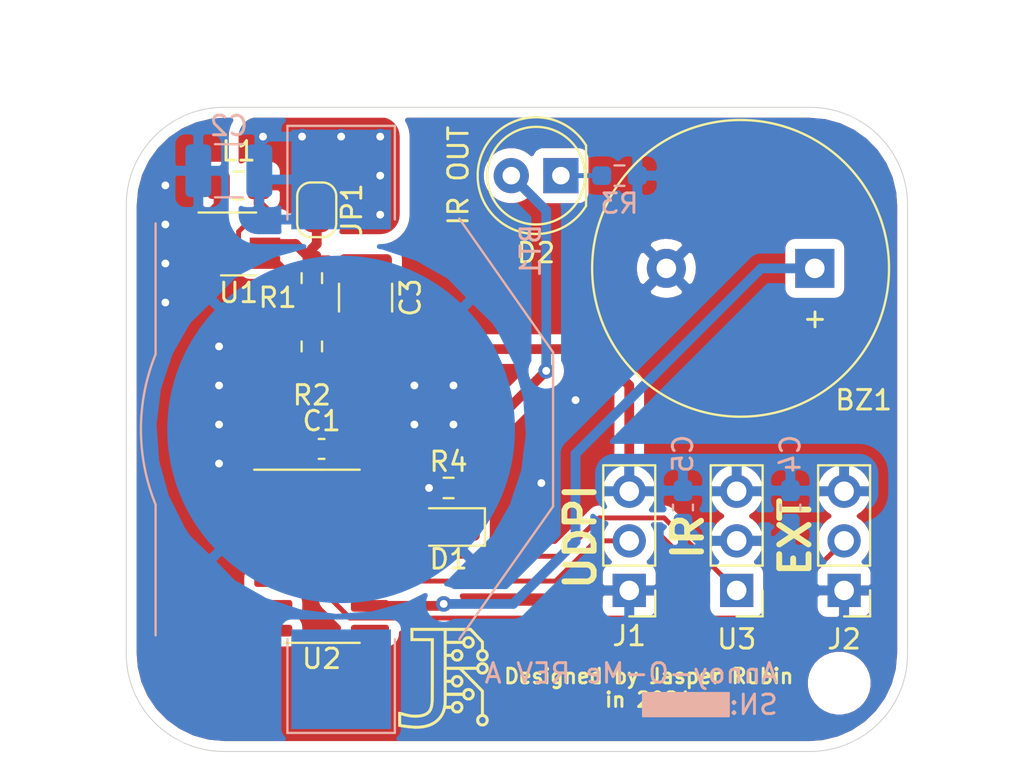
<source format=kicad_pcb>
(kicad_pcb (version 20171130) (host pcbnew "(5.1.9)-1")

  (general
    (thickness 1.6)
    (drawings 17)
    (tracks 99)
    (zones 0)
    (modules 22)
    (nets 20)
  )

  (page A4)
  (layers
    (0 F.Cu signal)
    (31 B.Cu signal)
    (32 B.Adhes user)
    (33 F.Adhes user)
    (34 B.Paste user)
    (35 F.Paste user)
    (36 B.SilkS user)
    (37 F.SilkS user)
    (38 B.Mask user)
    (39 F.Mask user)
    (40 Dwgs.User user)
    (41 Cmts.User user)
    (42 Eco1.User user)
    (43 Eco2.User user)
    (44 Edge.Cuts user)
    (45 Margin user)
    (46 B.CrtYd user)
    (47 F.CrtYd user)
    (48 B.Fab user)
    (49 F.Fab user)
  )

  (setup
    (last_trace_width 0.5)
    (user_trace_width 0.5)
    (trace_clearance 0.2)
    (zone_clearance 0.508)
    (zone_45_only no)
    (trace_min 0.2)
    (via_size 0.8)
    (via_drill 0.4)
    (via_min_size 0.4)
    (via_min_drill 0.3)
    (uvia_size 0.3)
    (uvia_drill 0.1)
    (uvias_allowed no)
    (uvia_min_size 0.2)
    (uvia_min_drill 0.1)
    (edge_width 0.05)
    (segment_width 0.2)
    (pcb_text_width 0.3)
    (pcb_text_size 1.5 1.5)
    (mod_edge_width 0.12)
    (mod_text_size 1 1)
    (mod_text_width 0.15)
    (pad_size 1.524 1.524)
    (pad_drill 0.762)
    (pad_to_mask_clearance 0)
    (aux_axis_origin 0 0)
    (visible_elements 7FFFFFFF)
    (pcbplotparams
      (layerselection 0x010fc_ffffffff)
      (usegerberextensions false)
      (usegerberattributes true)
      (usegerberadvancedattributes true)
      (creategerberjobfile true)
      (excludeedgelayer true)
      (linewidth 0.100000)
      (plotframeref false)
      (viasonmask false)
      (mode 1)
      (useauxorigin false)
      (hpglpennumber 1)
      (hpglpenspeed 20)
      (hpglpendiameter 15.000000)
      (psnegative false)
      (psa4output false)
      (plotreference true)
      (plotvalue true)
      (plotinvisibletext false)
      (padsonsilk false)
      (subtractmaskfromsilk false)
      (outputformat 1)
      (mirror false)
      (drillshape 0)
      (scaleselection 1)
      (outputdirectory "annoy_o_me_REVA/"))
  )

  (net 0 "")
  (net 1 "Net-(BT1-Pad1)")
  (net 2 GND)
  (net 3 /BUZZER)
  (net 4 +3V3)
  (net 5 "Net-(D1-Pad1)")
  (net 6 /DIGITAL_OUT)
  (net 7 /UPDI)
  (net 8 /ANALOG_IN)
  (net 9 "Net-(L1-Pad2)")
  (net 10 "Net-(R1-Pad2)")
  (net 11 "Net-(U2-Pad3)")
  (net 12 "Net-(U2-Pad4)")
  (net 13 "Net-(U2-Pad5)")
  (net 14 "Net-(U2-Pad6)")
  (net 15 "Net-(U2-Pad7)")
  (net 16 "Net-(U2-Pad8)")
  (net 17 /IR_IN)
  (net 18 "Net-(D2-Pad1)")
  (net 19 /IR_OUT)

  (net_class Default "This is the default net class."
    (clearance 0.2)
    (trace_width 0.25)
    (via_dia 0.8)
    (via_drill 0.4)
    (uvia_dia 0.3)
    (uvia_drill 0.1)
    (add_net +3V3)
    (add_net /ANALOG_IN)
    (add_net /BUZZER)
    (add_net /DIGITAL_OUT)
    (add_net /IR_IN)
    (add_net /IR_OUT)
    (add_net /UPDI)
    (add_net GND)
    (add_net "Net-(BT1-Pad1)")
    (add_net "Net-(D1-Pad1)")
    (add_net "Net-(D2-Pad1)")
    (add_net "Net-(L1-Pad2)")
    (add_net "Net-(R1-Pad2)")
    (add_net "Net-(U2-Pad3)")
    (add_net "Net-(U2-Pad4)")
    (add_net "Net-(U2-Pad5)")
    (add_net "Net-(U2-Pad6)")
    (add_net "Net-(U2-Pad7)")
    (add_net "Net-(U2-Pad8)")
  )

  (module MountingHole:MountingHole_2.2mm_M2 (layer F.Cu) (tedit 56D1B4CB) (tstamp 60376F7E)
    (at 136.5 129.5)
    (descr "Mounting Hole 2.2mm, no annular, M2")
    (tags "mounting hole 2.2mm no annular m2")
    (attr virtual)
    (fp_text reference REF** (at 0 -3.2) (layer F.Fab)
      (effects (font (size 1 1) (thickness 0.15)))
    )
    (fp_text value MountingHole_2.2mm_M2 (at 0 3.2) (layer F.Fab)
      (effects (font (size 1 1) (thickness 0.15)))
    )
    (fp_circle (center 0 0) (end 2.45 0) (layer F.CrtYd) (width 0.05))
    (fp_circle (center 0 0) (end 2.2 0) (layer Cmts.User) (width 0.15))
    (fp_text user %R (at 0.3 0) (layer F.Fab)
      (effects (font (size 1 1) (thickness 0.15)))
    )
    (pad 1 np_thru_hole circle (at 0 0) (size 2.2 2.2) (drill 2.2) (layers *.Cu *.Mask))
  )

  (module jlib:JLOGO_5mm (layer F.Cu) (tedit 0) (tstamp 60343DF4)
    (at 116.5 129.25)
    (fp_text reference G*** (at 0 0) (layer F.SilkS) hide
      (effects (font (size 1.524 1.524) (thickness 0.3)))
    )
    (fp_text value LOGO (at 0.75 0) (layer F.SilkS) hide
      (effects (font (size 1.524 1.524) (thickness 0.3)))
    )
    (fp_poly (pts (xy 1.21896 -2.51333) (xy 1.235013 -2.496041) (xy 1.256898 -2.472463) (xy 1.283538 -2.443757)
      (xy 1.313856 -2.411084) (xy 1.346776 -2.375603) (xy 1.381221 -2.338476) (xy 1.416114 -2.300863)
      (xy 1.432127 -2.2836) (xy 1.46965 -2.243262) (xy 1.509643 -2.200471) (xy 1.550588 -2.156839)
      (xy 1.590967 -2.113976) (xy 1.629265 -2.073491) (xy 1.663963 -2.036993) (xy 1.693544 -2.006095)
      (xy 1.697815 -2.00166) (xy 1.80813 -1.88722) (xy 1.80848 -1.485216) (xy 1.83515 -1.476776)
      (xy 1.881257 -1.457082) (xy 1.924491 -1.428729) (xy 1.963504 -1.393101) (xy 1.996951 -1.351585)
      (xy 2.023487 -1.305566) (xy 2.038512 -1.26746) (xy 2.04628 -1.232591) (xy 2.050043 -1.192185)
      (xy 2.049801 -1.150046) (xy 2.045555 -1.109975) (xy 2.038523 -1.0795) (xy 2.017368 -1.028633)
      (xy 1.987673 -0.982364) (xy 1.950385 -0.941655) (xy 1.90645 -0.907468) (xy 1.856816 -0.880764)
      (xy 1.834104 -0.871873) (xy 1.812377 -0.864743) (xy 1.793978 -0.860215) (xy 1.775164 -0.85771)
      (xy 1.752195 -0.856645) (xy 1.73482 -0.856456) (xy 1.705799 -0.856836) (xy 1.683384 -0.858535)
      (xy 1.664058 -0.861998) (xy 1.644304 -0.867666) (xy 1.64338 -0.86797) (xy 1.599678 -0.884886)
      (xy 1.562505 -0.905295) (xy 1.528318 -0.931353) (xy 1.50806 -0.950302) (xy 1.486517 -0.972942)
      (xy 1.470476 -0.993285) (xy 1.457241 -1.015035) (xy 1.44889 -1.031632) (xy 1.438712 -1.05457)
      (xy 1.429557 -1.077952) (xy 1.422999 -1.097672) (xy 1.421749 -1.10236) (xy 1.417334 -1.130054)
      (xy 1.415489 -1.163305) (xy 1.415681 -1.173587) (xy 1.5621 -1.173587) (xy 1.562685 -1.149389)
      (xy 1.564928 -1.131374) (xy 1.569556 -1.115607) (xy 1.575279 -1.10236) (xy 1.589742 -1.078138)
      (xy 1.609126 -1.054372) (xy 1.630519 -1.034259) (xy 1.648157 -1.022397) (xy 1.686776 -1.007635)
      (xy 1.72735 -1.001926) (xy 1.767799 -1.005341) (xy 1.804287 -1.017131) (xy 1.841025 -1.038847)
      (xy 1.869527 -1.066493) (xy 1.889657 -1.099869) (xy 1.901281 -1.138773) (xy 1.904168 -1.16586)
      (xy 1.902781 -1.204957) (xy 1.894414 -1.238301) (xy 1.878153 -1.268289) (xy 1.854606 -1.295807)
      (xy 1.82546 -1.320551) (xy 1.795437 -1.336369) (xy 1.76212 -1.344175) (xy 1.72466 -1.344971)
      (xy 1.681882 -1.338412) (xy 1.645117 -1.323677) (xy 1.614235 -1.300682) (xy 1.589109 -1.269344)
      (xy 1.578823 -1.250844) (xy 1.570305 -1.23239) (xy 1.565277 -1.217182) (xy 1.562846 -1.201094)
      (xy 1.56212 -1.180001) (xy 1.5621 -1.173587) (xy 1.415681 -1.173587) (xy 1.416143 -1.198237)
      (xy 1.419225 -1.230969) (xy 1.424569 -1.2573) (xy 1.444314 -1.308252) (xy 1.472091 -1.355193)
      (xy 1.506752 -1.39689) (xy 1.547149 -1.432106) (xy 1.592135 -1.459607) (xy 1.625626 -1.473568)
      (xy 1.66116 -1.485665) (xy 1.66116 -1.657695) (xy 1.661159 -1.829724) (xy 1.557754 -1.937212)
      (xy 1.536054 -1.959893) (xy 1.50991 -1.987424) (xy 1.480103 -2.018967) (xy 1.447413 -2.053685)
      (xy 1.412621 -2.090741) (xy 1.376507 -2.129297) (xy 1.339852 -2.168517) (xy 1.303435 -2.207562)
      (xy 1.268038 -2.245596) (xy 1.23444 -2.281782) (xy 1.203423 -2.315281) (xy 1.175766 -2.345257)
      (xy 1.15225 -2.370873) (xy 1.133655 -2.39129) (xy 1.120763 -2.405673) (xy 1.11596 -2.411209)
      (xy 1.10162 -2.42824) (xy -0.1016 -2.42824) (xy -0.1016 -1.91008) (xy 0.704511 -1.91008)
      (xy 0.71089 -1.93167) (xy 0.729033 -1.976687) (xy 0.755641 -2.020069) (xy 0.789026 -2.059834)
      (xy 0.827498 -2.094002) (xy 0.86937 -2.120591) (xy 0.87376 -2.122796) (xy 0.924756 -2.143613)
      (xy 0.974474 -2.155129) (xy 1.02471 -2.15773) (xy 1.035055 -2.157209) (xy 1.090521 -2.148593)
      (xy 1.142827 -2.130822) (xy 1.190981 -2.104667) (xy 1.233993 -2.070898) (xy 1.270872 -2.030287)
      (xy 1.300627 -1.983603) (xy 1.321341 -1.934494) (xy 1.329834 -1.897901) (xy 1.333903 -1.855995)
      (xy 1.333532 -1.812622) (xy 1.328703 -1.771624) (xy 1.322218 -1.74498) (xy 1.302801 -1.69843)
      (xy 1.275349 -1.653896) (xy 1.24163 -1.613642) (xy 1.203413 -1.57993) (xy 1.182042 -1.565552)
      (xy 1.142918 -1.544989) (xy 1.104334 -1.531472) (xy 1.062935 -1.524092) (xy 1.02108 -1.52195)
      (xy 0.983278 -1.522824) (xy 0.951518 -1.526575) (xy 0.921876 -1.534087) (xy 0.890432 -1.546241)
      (xy 0.868964 -1.556179) (xy 0.833912 -1.577695) (xy 0.799673 -1.607124) (xy 0.768073 -1.64227)
      (xy 0.74094 -1.680935) (xy 0.720099 -1.720923) (xy 0.710881 -1.746281) (xy 0.704493 -1.767901)
      (xy 0.302716 -1.766601) (xy -0.09906 -1.7653) (xy -0.09906 -1.24714) (xy 0.013529 -1.245774)
      (xy 0.126119 -1.244408) (xy 0.134754 -1.271174) (xy 0.155832 -1.320393) (xy 0.186009 -1.366522)
      (xy 0.215434 -1.399572) (xy 0.258183 -1.435429) (xy 0.30386 -1.462267) (xy 0.351571 -1.480457)
      (xy 0.400418 -1.490371) (xy 0.449507 -1.492379) (xy 0.49794 -1.486854) (xy 0.544823 -1.474168)
      (xy 0.589259 -1.454692) (xy 0.630351 -1.428798) (xy 0.667205 -1.396857) (xy 0.698925 -1.359241)
      (xy 0.724613 -1.316321) (xy 0.743375 -1.26847) (xy 0.754313 -1.216059) (xy 0.756844 -1.175001)
      (xy 0.755538 -1.13837) (xy 0.750854 -1.106569) (xy 0.741869 -1.075629) (xy 0.727656 -1.041584)
      (xy 0.723811 -1.033442) (xy 0.695771 -0.986128) (xy 0.660849 -0.945475) (xy 0.620156 -0.911869)
      (xy 0.574803 -0.885697) (xy 0.5259 -0.867346) (xy 0.474558 -0.857203) (xy 0.421886 -0.855656)
      (xy 0.368997 -0.86309) (xy 0.317 -0.879892) (xy 0.30226 -0.886566) (xy 0.253086 -0.915439)
      (xy 0.211304 -0.951018) (xy 0.176664 -0.993604) (xy 0.148914 -1.0435) (xy 0.130064 -1.093471)
      (xy 0.128439 -1.096353) (xy 0.124744 -1.09854) (xy 0.117729 -1.100125) (xy 0.106144 -1.101204)
      (xy 0.088737 -1.101871) (xy 0.064258 -1.102221) (xy 0.031456 -1.10235) (xy 0.012859 -1.102361)
      (xy -0.1016 -1.10236) (xy -0.1016 -0.5842) (xy 1.420504 -0.5842) (xy 1.434815 -0.62103)
      (xy 1.459697 -0.67173) (xy 1.4924 -0.71701) (xy 1.531893 -0.75589) (xy 1.577145 -0.787392)
      (xy 1.627124 -0.810535) (xy 1.6383 -0.814297) (xy 1.667109 -0.820865) (xy 1.701435 -0.824812)
      (xy 1.738046 -0.82611) (xy 1.773709 -0.824732) (xy 1.805191 -0.820648) (xy 1.82372 -0.815928)
      (xy 1.878793 -0.792408) (xy 1.927184 -0.761609) (xy 1.968444 -0.724002) (xy 2.002125 -0.680058)
      (xy 2.02778 -0.630247) (xy 2.042302 -0.586184) (xy 2.050951 -0.532679) (xy 2.050406 -0.477397)
      (xy 2.044748 -0.440076) (xy 2.029183 -0.390374) (xy 2.00477 -0.343564) (xy 1.972685 -0.300863)
      (xy 1.934101 -0.263489) (xy 1.890191 -0.232659) (xy 1.842131 -0.209588) (xy 1.81356 -0.200438)
      (xy 1.777567 -0.194001) (xy 1.736974 -0.191707) (xy 1.695829 -0.193488) (xy 1.658179 -0.199281)
      (xy 1.64338 -0.203202) (xy 1.591309 -0.224394) (xy 1.544069 -0.253635) (xy 1.502685 -0.289931)
      (xy 1.468182 -0.332289) (xy 1.441585 -0.379715) (xy 1.429841 -0.41021) (xy 1.42123 -0.43688)
      (xy 0.75569 -0.43688) (xy 0.933861 -0.25527) (xy 0.964494 -0.224066) (xy 1.001384 -0.186519)
      (xy 1.043657 -0.143519) (xy 1.090436 -0.095958) (xy 1.140845 -0.044724) (xy 1.194007 0.009291)
      (xy 1.249047 0.065198) (xy 1.305087 0.122105) (xy 1.361252 0.179122) (xy 1.416665 0.23536)
      (xy 1.460072 0.2794) (xy 1.808112 0.63246) (xy 1.80848 1.837598) (xy 1.84023 1.849024)
      (xy 1.890138 1.872207) (xy 1.935392 1.903637) (xy 1.974836 1.942117) (xy 2.007317 1.986447)
      (xy 2.031682 2.035432) (xy 2.038523 2.05486) (xy 2.046286 2.089979) (xy 2.050045 2.130506)
      (xy 2.049799 2.172638) (xy 2.045548 2.212572) (xy 2.038512 2.24282) (xy 2.016743 2.295167)
      (xy 1.986593 2.342244) (xy 1.948765 2.383334) (xy 1.90396 2.417722) (xy 1.852879 2.444691)
      (xy 1.833039 2.452464) (xy 1.8143 2.45863) (xy 1.79731 2.462603) (xy 1.778771 2.464849)
      (xy 1.755389 2.465835) (xy 1.73736 2.466017) (xy 1.682793 2.462939) (xy 1.634442 2.452826)
      (xy 1.590584 2.434986) (xy 1.549496 2.408724) (xy 1.511012 2.3749) (xy 1.473786 2.332674)
      (xy 1.446184 2.289) (xy 1.427671 2.242626) (xy 1.417713 2.192301) (xy 1.415537 2.15138)
      (xy 1.416249 2.141295) (xy 1.561459 2.141295) (xy 1.562768 2.175905) (xy 1.569722 2.20716)
      (xy 1.573472 2.216553) (xy 1.594897 2.253164) (xy 1.622432 2.282187) (xy 1.6571 2.304556)
      (xy 1.680688 2.31478) (xy 1.704325 2.319924) (xy 1.733378 2.320837) (xy 1.764164 2.317815)
      (xy 1.793002 2.311149) (xy 1.810059 2.304472) (xy 1.843234 2.28304) (xy 1.869625 2.255446)
      (xy 1.888974 2.223201) (xy 1.901021 2.187812) (xy 1.905508 2.150789) (xy 1.902176 2.113642)
      (xy 1.890765 2.077879) (xy 1.871019 2.045009) (xy 1.857228 2.029421) (xy 1.83075 2.00607)
      (xy 1.80509 1.990739) (xy 1.777071 1.982114) (xy 1.743517 1.97888) (xy 1.73482 1.97876)
      (xy 1.71055 1.97918) (xy 1.692726 1.981006) (xy 1.67766 1.984901) (xy 1.661663 1.991525)
      (xy 1.660408 1.992111) (xy 1.625765 2.013773) (xy 1.59671 2.042957) (xy 1.575551 2.076968)
      (xy 1.565738 2.107069) (xy 1.561459 2.141295) (xy 1.416249 2.141295) (xy 1.419525 2.094959)
      (xy 1.431832 2.043857) (xy 1.452921 1.996948) (xy 1.483254 1.953108) (xy 1.508656 1.925216)
      (xy 1.548393 1.890885) (xy 1.5912 1.863751) (xy 1.634903 1.845165) (xy 1.63957 1.84373)
      (xy 1.66116 1.837351) (xy 1.66116 0.690674) (xy 0.55118 -0.43653) (xy -0.1016 -0.43688)
      (xy -0.1016 -0.177705) (xy -0.101601 0.08147) (xy 0.013092 0.080105) (xy 0.127784 0.07874)
      (xy 0.13706 0.05239) (xy 0.152083 0.016131) (xy 0.170798 -0.016011) (xy 0.195264 -0.047214)
      (xy 0.215781 -0.069056) (xy 0.258713 -0.106318) (xy 0.304321 -0.133912) (xy 0.353311 -0.152135)
      (xy 0.406389 -0.161286) (xy 0.437134 -0.16256) (xy 0.494092 -0.158228) (xy 0.546289 -0.145041)
      (xy 0.594425 -0.122714) (xy 0.639196 -0.090961) (xy 0.660883 -0.071122) (xy 0.698708 -0.027629)
      (xy 0.726909 0.018861) (xy 0.745726 0.068923) (xy 0.755401 0.123131) (xy 0.75692 0.157124)
      (xy 0.752609 0.212182) (xy 0.73945 0.262953) (xy 0.717102 0.310244) (xy 0.685225 0.354859)
      (xy 0.663125 0.378935) (xy 0.620218 0.416154) (xy 0.57471 0.443706) (xy 0.525828 0.461915)
      (xy 0.472797 0.471108) (xy 0.441142 0.47244) (xy 0.402277 0.471031) (xy 0.369207 0.466211)
      (xy 0.337885 0.457087) (xy 0.304264 0.442765) (xy 0.30226 0.441805) (xy 0.254741 0.413819)
      (xy 0.212898 0.37881) (xy 0.177833 0.338028) (xy 0.150644 0.292721) (xy 0.134512 0.25146)
      (xy 0.128424 0.23114) (xy 0.013365 0.229774) (xy -0.101695 0.228409) (xy -0.100378 0.483774)
      (xy -0.09906 0.73914) (xy 0.706898 0.73914) (xy 0.716625 0.711518) (xy 0.737923 0.664981)
      (xy 0.768183 0.621459) (xy 0.792696 0.594576) (xy 0.835879 0.557682) (xy 0.882282 0.530355)
      (xy 0.932435 0.512376) (xy 0.98687 0.503525) (xy 1.016 0.502454) (xy 1.072881 0.50674)
      (xy 1.124691 0.519642) (xy 1.17224 0.54149) (xy 1.216339 0.572617) (xy 1.239414 0.593808)
      (xy 1.276598 0.637645) (xy 1.304868 0.685527) (xy 1.324069 0.73646) (xy 1.334048 0.789447)
      (xy 1.334648 0.843493) (xy 1.325716 0.897604) (xy 1.307097 0.950783) (xy 1.297847 0.969785)
      (xy 1.268643 1.014767) (xy 1.231459 1.054779) (xy 1.187783 1.08854) (xy 1.139101 1.114771)
      (xy 1.121034 1.121979) (xy 1.104825 1.127505) (xy 1.090314 1.131249) (xy 1.074841 1.133543)
      (xy 1.055745 1.134722) (xy 1.030365 1.135119) (xy 1.016 1.13513) (xy 0.986969 1.134892)
      (xy 0.965508 1.134061) (xy 0.949031 1.132306) (xy 0.93495 1.129291) (xy 0.92068 1.124685)
      (xy 0.913172 1.121876) (xy 0.860306 1.096729) (xy 0.813662 1.064564) (xy 0.774018 1.026138)
      (xy 0.74215 0.982207) (xy 0.718837 0.933527) (xy 0.718343 0.93218) (xy 0.707248 0.9017)
      (xy 0.30338 0.900399) (xy -0.100488 0.899099) (xy -0.103371 1.121379) (xy -0.10408 1.169133)
      (xy -0.104925 1.21472) (xy -0.105873 1.256924) (xy -0.106889 1.29453) (xy -0.107938 1.326321)
      (xy -0.108985 1.351082) (xy -0.109996 1.367595) (xy -0.110545 1.37287) (xy -0.114836 1.40208)
      (xy 0.12954 1.40193) (xy 0.141688 1.370255) (xy 0.166335 1.319829) (xy 0.199079 1.274948)
      (xy 0.238991 1.236491) (xy 0.285144 1.205334) (xy 0.336608 1.182355) (xy 0.342501 1.180382)
      (xy 0.364395 1.173915) (xy 0.38413 1.169893) (xy 0.405522 1.167791) (xy 0.432389 1.167084)
      (xy 0.43942 1.167064) (xy 0.467284 1.167472) (xy 0.488707 1.169059) (xy 0.507385 1.172351)
      (xy 0.527016 1.177874) (xy 0.535891 1.180801) (xy 0.589699 1.204068) (xy 0.637021 1.235103)
      (xy 0.677567 1.273623) (xy 0.711047 1.319348) (xy 0.737173 1.371993) (xy 0.740463 1.380532)
      (xy 0.749702 1.414506) (xy 0.755087 1.454175) (xy 0.756422 1.495759) (xy 0.753509 1.535474)
      (xy 0.749599 1.55702) (xy 0.732116 1.60997) (xy 0.705887 1.658451) (xy 0.671646 1.701647)
      (xy 0.630127 1.738742) (xy 0.582066 1.768919) (xy 0.54356 1.786003) (xy 0.526583 1.792016)
      (xy 0.511856 1.796064) (xy 0.496589 1.798529) (xy 0.477996 1.799792) (xy 0.45329 1.800236)
      (xy 0.43942 1.800271) (xy 0.406928 1.799847) (xy 0.38131 1.798075) (xy 0.359295 1.794209)
      (xy 0.337615 1.787508) (xy 0.313 1.777228) (xy 0.28956 1.766198) (xy 0.255734 1.745452)
      (xy 0.222391 1.716996) (xy 0.191517 1.683167) (xy 0.165094 1.646305) (xy 0.145108 1.608747)
      (xy 0.136846 1.58623) (xy 0.130471 1.56464) (xy -0.007155 1.564644) (xy -0.14478 1.564649)
      (xy -0.158893 1.618585) (xy -0.191169 1.722017) (xy -0.232839 1.822053) (xy -0.283498 1.917978)
      (xy -0.342738 2.009075) (xy -0.410154 2.094629) (xy -0.459337 2.148127) (xy -0.541584 2.225677)
      (xy -0.629107 2.295309) (xy -0.722181 2.357148) (xy -0.821082 2.411322) (xy -0.926086 2.457954)
      (xy -1.037468 2.497171) (xy -1.155505 2.529098) (xy -1.280473 2.553861) (xy -1.38176 2.568145)
      (xy -1.404853 2.570261) (xy -1.436206 2.572254) (xy -1.473927 2.574078) (xy -1.516121 2.575688)
      (xy -1.560896 2.577038) (xy -1.606357 2.578083) (xy -1.650611 2.578777) (xy -1.691763 2.579076)
      (xy -1.727921 2.578933) (xy -1.75719 2.578303) (xy -1.77292 2.577524) (xy -1.876939 2.569512)
      (xy -1.980948 2.56004) (xy -2.083376 2.549301) (xy -2.182656 2.537487) (xy -2.277218 2.52479)
      (xy -2.365493 2.511402) (xy -2.445912 2.497516) (xy -2.48031 2.490919) (xy -2.57556 2.471983)
      (xy -2.57556 2.120557) (xy -2.43332 2.120557) (xy -2.4333 2.175107) (xy -2.433216 2.22037)
      (xy -2.433035 2.25722) (xy -2.432725 2.286532) (xy -2.432251 2.309178) (xy -2.431581 2.326033)
      (xy -2.430681 2.33797) (xy -2.429518 2.345862) (xy -2.428059 2.350584) (xy -2.42627 2.353009)
      (xy -2.42443 2.353927) (xy -2.40383 2.358842) (xy -2.374272 2.364397) (xy -2.336931 2.37046)
      (xy -2.292979 2.376899) (xy -2.243591 2.383582) (xy -2.189939 2.390376) (xy -2.133197 2.397149)
      (xy -2.074539 2.40377) (xy -2.015138 2.410104) (xy -1.956167 2.416022) (xy -1.8988 2.421389)
      (xy -1.84421 2.426074) (xy -1.793571 2.429946) (xy -1.748056 2.43287) (xy -1.708838 2.434716)
      (xy -1.70688 2.434784) (xy -1.664262 2.43549) (xy -1.614858 2.435096) (xy -1.561969 2.433712)
      (xy -1.508897 2.431451) (xy -1.458945 2.42842) (xy -1.41986 2.425175) (xy -1.295568 2.408904)
      (xy -1.177086 2.384886) (xy -1.064598 2.353221) (xy -0.95829 2.314011) (xy -0.858345 2.267358)
      (xy -0.764946 2.213362) (xy -0.67828 2.152124) (xy -0.598529 2.083747) (xy -0.525878 2.008331)
      (xy -0.46051 1.925977) (xy -0.429612 1.880681) (xy -0.392889 1.817469) (xy -0.358947 1.746262)
      (xy -0.328468 1.669009) (xy -0.302133 1.587655) (xy -0.280624 1.504149) (xy -0.279461 1.498063)
      (xy 0.266701 1.498063) (xy 0.273174 1.535063) (xy 0.287434 1.569817) (xy 0.309383 1.600765)
      (xy 0.337454 1.625348) (xy 0.364326 1.641166) (xy 0.391083 1.650582) (xy 0.421219 1.654524)
      (xy 0.44704 1.654492) (xy 0.472432 1.65275) (xy 0.491536 1.64931) (xy 0.508184 1.643345)
      (xy 0.515851 1.63964) (xy 0.550299 1.616665) (xy 0.577818 1.587369) (xy 0.597688 1.553166)
      (xy 0.609192 1.515472) (xy 0.611609 1.475704) (xy 0.609231 1.455732) (xy 0.597142 1.414937)
      (xy 0.576701 1.379891) (xy 0.548077 1.350812) (xy 0.511439 1.327917) (xy 0.508609 1.326566)
      (xy 0.491948 1.319567) (xy 0.476573 1.315552) (xy 0.458549 1.313811) (xy 0.43688 1.313598)
      (xy 0.401475 1.316155) (xy 0.37225 1.323884) (xy 0.346015 1.338028) (xy 0.320652 1.358818)
      (xy 0.294991 1.389196) (xy 0.277512 1.423569) (xy 0.268114 1.460379) (xy 0.266701 1.498063)
      (xy -0.279461 1.498063) (xy -0.264622 1.420437) (xy -0.261754 1.40109) (xy -0.260198 1.389705)
      (xy -0.258735 1.378288) (xy -0.257362 1.366513) (xy -0.256076 1.354055) (xy -0.254876 1.340588)
      (xy -0.253757 1.325787) (xy -0.252717 1.309326) (xy -0.251752 1.29088) (xy -0.250861 1.270122)
      (xy -0.25004 1.246729) (xy -0.249287 1.220374) (xy -0.248598 1.190731) (xy -0.24797 1.157476)
      (xy -0.247401 1.120282) (xy -0.246887 1.078824) (xy -0.246427 1.032776) (xy -0.246016 0.981814)
      (xy -0.245653 0.925611) (xy -0.245334 0.863842) (xy -0.245156 0.82042) (xy 0.84582 0.82042)
      (xy 0.846218 0.843985) (xy 0.847871 0.860947) (xy 0.851469 0.874847) (xy 0.857699 0.889226)
      (xy 0.860142 0.89408) (xy 0.883764 0.930067) (xy 0.91313 0.958314) (xy 0.947059 0.978394)
      (xy 0.984374 0.98988) (xy 1.023896 0.992344) (xy 1.064447 0.985361) (xy 1.088249 0.976692)
      (xy 1.119681 0.957869) (xy 1.147549 0.931569) (xy 1.169376 0.900421) (xy 1.17826 0.881251)
      (xy 1.184499 0.862194) (xy 1.187579 0.844523) (xy 1.188092 0.823703) (xy 1.187549 0.81026)
      (xy 1.180816 0.767812) (xy 1.165602 0.730841) (xy 1.142214 0.699725) (xy 1.110958 0.674841)
      (xy 1.072141 0.656569) (xy 1.059601 0.652585) (xy 1.021803 0.646776) (xy 0.983815 0.650208)
      (xy 0.947256 0.662126) (xy 0.913745 0.681774) (xy 0.884899 0.708395) (xy 0.862338 0.741235)
      (xy 0.860014 0.745794) (xy 0.852886 0.761685) (xy 0.848609 0.776009) (xy 0.846489 0.792406)
      (xy 0.845835 0.814515) (xy 0.84582 0.82042) (xy -0.245156 0.82042) (xy -0.245056 0.796182)
      (xy -0.244816 0.722304) (xy -0.244612 0.641884) (xy -0.244441 0.554596) (xy -0.244299 0.460114)
      (xy -0.244185 0.358113) (xy -0.244094 0.248268) (xy -0.244039 0.154497) (xy 0.266841 0.154497)
      (xy 0.266843 0.154833) (xy 0.26771 0.179416) (xy 0.270669 0.198293) (xy 0.276559 0.215839)
      (xy 0.280056 0.223751) (xy 0.302016 0.260147) (xy 0.330073 0.28932) (xy 0.362957 0.310786)
      (xy 0.399396 0.32406) (xy 0.438119 0.328658) (xy 0.477854 0.324094) (xy 0.512307 0.312273)
      (xy 0.546651 0.291206) (xy 0.574491 0.263037) (xy 0.594998 0.229093) (xy 0.607341 0.1907)
      (xy 0.610792 0.15494) (xy 0.606083 0.11298) (xy 0.592499 0.075086) (xy 0.570536 0.042211)
      (xy 0.540688 0.015309) (xy 0.536826 0.012676) (xy 0.499482 -0.006483) (xy 0.460745 -0.016284)
      (xy 0.421961 -0.017087) (xy 0.384476 -0.009249) (xy 0.349639 0.006871) (xy 0.318796 0.030913)
      (xy 0.293294 0.062519) (xy 0.283396 0.08017) (xy 0.274597 0.099354) (xy 0.269568 0.115143)
      (xy 0.267315 0.132028) (xy 0.266841 0.154497) (xy -0.244039 0.154497) (xy -0.244024 0.130252)
      (xy -0.243973 0.003741) (xy -0.243937 -0.131592) (xy -0.243913 -0.276071) (xy -0.243899 -0.430023)
      (xy -0.243896 -0.508107) (xy 1.562149 -0.508107) (xy 1.562947 -0.482205) (xy 1.565667 -0.462764)
      (xy 1.570904 -0.446177) (xy 1.57322 -0.440857) (xy 1.5933 -0.408274) (xy 1.620853 -0.379434)
      (xy 1.653445 -0.35638) (xy 1.68864 -0.341158) (xy 1.693584 -0.339782) (xy 1.717079 -0.336857)
      (xy 1.745548 -0.337932) (xy 1.774836 -0.342541) (xy 1.800792 -0.350217) (xy 1.805873 -0.352377)
      (xy 1.836871 -0.371367) (xy 1.86455 -0.397365) (xy 1.885836 -0.427355) (xy 1.889428 -0.43434)
      (xy 1.900076 -0.466492) (xy 1.904485 -0.502878) (xy 1.902508 -0.539604) (xy 1.894588 -0.571244)
      (xy 1.87798 -0.602889) (xy 1.853983 -0.632144) (xy 1.825348 -0.655945) (xy 1.81112 -0.664347)
      (xy 1.781865 -0.674848) (xy 1.747633 -0.680044) (xy 1.712218 -0.67976) (xy 1.679415 -0.67382)
      (xy 1.670572 -0.670878) (xy 1.634996 -0.652163) (xy 1.6051 -0.625211) (xy 1.581495 -0.590594)
      (xy 1.578796 -0.58531) (xy 1.570299 -0.566907) (xy 1.565287 -0.551751) (xy 1.56287 -0.535728)
      (xy 1.562163 -0.514721) (xy 1.562149 -0.508107) (xy -0.243896 -0.508107) (xy -0.243891 -0.593772)
      (xy -0.243891 -0.612867) (xy -0.243889 -0.774969) (xy -0.243894 -0.927217) (xy -0.243907 -1.069916)
      (xy -0.243921 -1.160585) (xy 0.265986 -1.160585) (xy 0.266488 -1.155637) (xy 0.275015 -1.121425)
      (xy 0.291036 -1.087705) (xy 0.312793 -1.05712) (xy 0.338529 -1.032313) (xy 0.356137 -1.020765)
      (xy 0.390619 -1.007571) (xy 0.428883 -1.001982) (xy 0.467909 -1.004056) (xy 0.50468 -1.013849)
      (xy 0.513805 -1.017812) (xy 0.546594 -1.038647) (xy 0.573801 -1.066373) (xy 0.594485 -1.099202)
      (xy 0.607707 -1.13535) (xy 0.612528 -1.173032) (xy 0.610128 -1.200889) (xy 0.598049 -1.240356)
      (xy 0.577803 -1.275685) (xy 0.550618 -1.305369) (xy 0.517723 -1.327902) (xy 0.500123 -1.335789)
      (xy 0.481105 -1.342006) (xy 0.463417 -1.345069) (xy 0.442533 -1.345569) (xy 0.42926 -1.34503)
      (xy 0.39433 -1.340632) (xy 0.364287 -1.330524) (xy 0.334829 -1.313156) (xy 0.329005 -1.308954)
      (xy 0.307523 -1.287661) (xy 0.289307 -1.259302) (xy 0.275531 -1.226753) (xy 0.267366 -1.192888)
      (xy 0.265986 -1.160585) (xy -0.243921 -1.160585) (xy -0.243929 -1.203372) (xy -0.243961 -1.327891)
      (xy -0.244006 -1.443778) (xy -0.244064 -1.551339) (xy -0.244137 -1.650879) (xy -0.244226 -1.742705)
      (xy -0.244332 -1.827122) (xy -0.24435 -1.83896) (xy 0.84582 -1.83896) (xy 0.846413 -1.814746)
      (xy 0.84868 -1.796696) (xy 0.853352 -1.780861) (xy 0.858978 -1.76784) (xy 0.879206 -1.733359)
      (xy 0.904549 -1.706303) (xy 0.93665 -1.685194) (xy 0.964408 -1.67302) (xy 0.988045 -1.667876)
      (xy 1.017098 -1.666963) (xy 1.047884 -1.669985) (xy 1.076722 -1.676651) (xy 1.093779 -1.683328)
      (xy 1.12395 -1.703042) (xy 1.15078 -1.729924) (xy 1.171571 -1.761003) (xy 1.178779 -1.776976)
      (xy 1.184743 -1.795501) (xy 1.187669 -1.813335) (xy 1.188104 -1.834828) (xy 1.187618 -1.847178)
      (xy 1.180947 -1.889762) (xy 1.165591 -1.927098) (xy 1.141684 -1.958985) (xy 1.109362 -1.985219)
      (xy 1.088219 -1.99708) (xy 1.073645 -2.003203) (xy 1.058461 -2.006844) (xy 1.039281 -2.00858)
      (xy 1.01854 -2.00899) (xy 0.99431 -2.008601) (xy 0.976531 -2.006808) (xy 0.96152 -2.002951)
      (xy 0.945596 -1.996373) (xy 0.944128 -1.995689) (xy 0.909485 -1.974027) (xy 0.88043 -1.944843)
      (xy 0.859271 -1.910832) (xy 0.852141 -1.893747) (xy 0.848025 -1.877733) (xy 0.846173 -1.858788)
      (xy 0.84582 -1.83896) (xy -0.24435 -1.83896) (xy -0.244456 -1.904435) (xy -0.244601 -1.974951)
      (xy -0.244767 -2.038974) (xy -0.244956 -2.096812) (xy -0.245169 -2.148768) (xy -0.245408 -2.195149)
      (xy -0.245673 -2.236261) (xy -0.245966 -2.272409) (xy -0.246289 -2.303898) (xy -0.246642 -2.331036)
      (xy -0.247028 -2.354126) (xy -0.247447 -2.373475) (xy -0.247901 -2.389389) (xy -0.248391 -2.402173)
      (xy -0.248919 -2.412133) (xy -0.249485 -2.419574) (xy -0.250092 -2.424802) (xy -0.25074 -2.428124)
      (xy -0.251431 -2.429843) (xy -0.251876 -2.430237) (xy -0.25779 -2.430588) (xy -0.273304 -2.430927)
      (xy -0.297859 -2.431253) (xy -0.330896 -2.431564) (xy -0.371855 -2.431856) (xy -0.420176 -2.432129)
      (xy -0.4753 -2.432379) (xy -0.536669 -2.432604) (xy -0.603721 -2.432803) (xy -0.675898 -2.432973)
      (xy -0.75264 -2.433112) (xy -0.833388 -2.433217) (xy -0.917582 -2.433287) (xy -1.004663 -2.433319)
      (xy -1.031656 -2.43332) (xy -1.8034 -2.43332) (xy -1.8034 -2.05232) (xy -0.75692 -2.05232)
      (xy -0.757012 -0.53467) (xy -0.757038 -0.389232) (xy -0.757097 -0.248777) (xy -0.757188 -0.113599)
      (xy -0.757311 0.016005) (xy -0.757464 0.139741) (xy -0.757647 0.257314) (xy -0.757859 0.368429)
      (xy -0.758098 0.472791) (xy -0.758364 0.570104) (xy -0.758656 0.660074) (xy -0.758973 0.742406)
      (xy -0.759314 0.816804) (xy -0.759678 0.882974) (xy -0.760064 0.94062) (xy -0.760472 0.989448)
      (xy -0.7609 1.029162) (xy -0.761347 1.059467) (xy -0.761813 1.080068) (xy -0.762075 1.08712)
      (xy -0.767788 1.183426) (xy -0.775312 1.271334) (xy -0.784601 1.350485) (xy -0.795609 1.42052)
      (xy -0.808291 1.481078) (xy -0.815919 1.510064) (xy -0.842225 1.587411) (xy -0.874996 1.657814)
      (xy -0.914447 1.721433) (xy -0.960798 1.778426) (xy -1.014265 1.828951) (xy -1.075064 1.873167)
      (xy -1.143414 1.911233) (xy -1.219532 1.943308) (xy -1.303634 1.969549) (xy -1.395938 1.990116)
      (xy -1.49352 2.004794) (xy -1.533355 2.008548) (xy -1.580531 2.011352) (xy -1.632842 2.013204)
      (xy -1.688079 2.014106) (xy -1.744034 2.014058) (xy -1.798501 2.013059) (xy -1.849269 2.01111)
      (xy -1.894133 2.008212) (xy -1.92786 2.004762) (xy -2.006874 1.992698) (xy -2.092747 1.976091)
      (xy -2.183495 1.955391) (xy -2.277129 1.93105) (xy -2.367844 1.904692) (xy -2.38942 1.898336)
      (xy -2.407945 1.893326) (xy -2.420887 1.890323) (xy -2.424994 1.88976) (xy -2.426965 1.890445)
      (xy -2.428601 1.893073) (xy -2.429932 1.898499) (xy -2.43099 1.90758) (xy -2.431804 1.921172)
      (xy -2.432406 1.940131) (xy -2.432827 1.965314) (xy -2.433098 1.997576) (xy -2.43325 2.037775)
      (xy -2.433312 2.086767) (xy -2.43332 2.120557) (xy -2.57556 2.120557) (xy -2.57556 1.7272)
      (xy -2.512306 1.7272) (xy -2.485707 1.72738) (xy -2.465205 1.728271) (xy -2.447562 1.730395)
      (xy -2.429542 1.734275) (xy -2.407906 1.740434) (xy -2.384036 1.747921) (xy -2.28758 1.77726)
      (xy -2.193886 1.802988) (xy -2.104234 1.824808) (xy -2.019908 1.842425) (xy -1.942189 1.855541)
      (xy -1.88976 1.862167) (xy -1.846285 1.865651) (xy -1.795886 1.867862) (xy -1.740864 1.86884)
      (xy -1.683523 1.868627) (xy -1.626164 1.867263) (xy -1.571089 1.864789) (xy -1.5206 1.861247)
      (xy -1.477 1.856677) (xy -1.461965 1.854565) (xy -1.376042 1.838385) (xy -1.298872 1.817512)
      (xy -1.230087 1.791726) (xy -1.169319 1.760809) (xy -1.116198 1.724539) (xy -1.070357 1.682698)
      (xy -1.031425 1.635064) (xy -0.999036 1.58142) (xy -0.996956 1.57734) (xy -0.979231 1.538297)
      (xy -0.963776 1.495651) (xy -0.950401 1.448442) (xy -0.938918 1.395708) (xy -0.92914 1.336488)
      (xy -0.920878 1.269822) (xy -0.913943 1.194747) (xy -0.909375 1.130386) (xy -0.908829 1.116477)
      (xy -0.90831 1.092572) (xy -0.90782 1.058839) (xy -0.907359 1.015441) (xy -0.906927 0.962545)
      (xy -0.906526 0.900315) (xy -0.906154 0.828916) (xy -0.905814 0.748515) (xy -0.905506 0.659276)
      (xy -0.90523 0.561365) (xy -0.904987 0.454947) (xy -0.904777 0.340187) (xy -0.9046 0.21725)
      (xy -0.904458 0.086303) (xy -0.904351 -0.052491) (xy -0.90428 -0.198966) (xy -0.904245 -0.352955)
      (xy -0.90424 -0.42788) (xy -0.90424 -1.904953) (xy -1.42621 -1.906247) (xy -1.94818 -1.90754)
      (xy -1.950794 -2.57556) (xy 1.161165 -2.57556) (xy 1.21896 -2.51333)) (layer F.SilkS) (width 0.01))
  )

  (module Battery:BatteryHolder_Keystone_3002_1x2032 (layer B.Cu) (tedit 5D9C7E9A) (tstamp 60342BE0)
    (at 111 116.5 270)
    (descr https://www.tme.eu/it/Document/a823211ec201a9e209042d155fe22d2b/KEYS2996.pdf)
    (tags "BR2016 CR2016 DL2016 BR2020 CL2020 BR2025 CR2025 DL2025 DR2032 CR2032 DL2032")
    (path /6030D0E8)
    (attr smd)
    (fp_text reference BT1 (at -9.15 -9.7 90) (layer B.SilkS)
      (effects (font (size 1 1) (thickness 0.15)) (justify mirror))
    )
    (fp_text value CR2032 (at 0 11 90) (layer B.Fab)
      (effects (font (size 1 1) (thickness 0.15)) (justify mirror))
    )
    (fp_line (start 15.55 2.75) (end 10.75 2.75) (layer B.SilkS) (width 0.12))
    (fp_line (start 15.55 -2.75) (end 15.55 2.75) (layer B.SilkS) (width 0.12))
    (fp_line (start 10.75 -2.75) (end 15.55 -2.75) (layer B.SilkS) (width 0.12))
    (fp_line (start -15.55 -2.75) (end -10.75 -2.75) (layer B.SilkS) (width 0.12))
    (fp_line (start -15.55 2.75) (end -15.55 -2.75) (layer B.SilkS) (width 0.12))
    (fp_line (start -10.75 2.75) (end -15.55 2.75) (layer B.SilkS) (width 0.12))
    (fp_line (start -15.85 -3.05) (end -15.85 3.05) (layer B.CrtYd) (width 0.05))
    (fp_line (start -11.05 -3.05) (end -15.85 -3.05) (layer B.CrtYd) (width 0.05))
    (fp_line (start -11.05 -6.35) (end -11.05 -3.05) (layer B.CrtYd) (width 0.05))
    (fp_line (start -4.3 -11.1) (end -11.05 -6.35) (layer B.CrtYd) (width 0.05))
    (fp_line (start 4.3 -11.1) (end -4.3 -11.1) (layer B.CrtYd) (width 0.05))
    (fp_line (start 11.05 -6.35) (end 4.3 -11.1) (layer B.CrtYd) (width 0.05))
    (fp_line (start 11.05 -3.05) (end 11.05 -6.35) (layer B.CrtYd) (width 0.05))
    (fp_line (start 15.85 -3.05) (end 11.05 -3.05) (layer B.CrtYd) (width 0.05))
    (fp_line (start 15.85 3.05) (end 15.85 -3.05) (layer B.CrtYd) (width 0.05))
    (fp_line (start 11.05 3.05) (end 15.85 3.05) (layer B.CrtYd) (width 0.05))
    (fp_line (start 11.05 9.8) (end 11.05 3.05) (layer B.CrtYd) (width 0.05))
    (fp_line (start 11.05 9.8) (end 3.9 9.8) (layer B.CrtYd) (width 0.05))
    (fp_line (start -11.05 9.8) (end -3.9 9.8) (layer B.CrtYd) (width 0.05))
    (fp_line (start -11.05 3.05) (end -11.05 9.8) (layer B.CrtYd) (width 0.05))
    (fp_line (start -15.85 3.05) (end -11.05 3.05) (layer B.CrtYd) (width 0.05))
    (fp_line (start 10.55 9.5) (end 3.85 9.5) (layer B.SilkS) (width 0.12))
    (fp_line (start -10.55 9.5) (end -3.85 9.5) (layer B.SilkS) (width 0.12))
    (fp_circle (center 0 0) (end 10 0) (layer Dwgs.User) (width 0.2))
    (fp_line (start 10.55 -5.9) (end 3.8 -10.6) (layer B.Fab) (width 0.1))
    (fp_line (start 3.95 -10.85) (end 10.75 -6.05) (layer B.SilkS) (width 0.12))
    (fp_line (start -3.95 -10.85) (end 3.95 -10.85) (layer B.SilkS) (width 0.12))
    (fp_line (start -10.8 -6.05) (end -3.95 -10.85) (layer B.SilkS) (width 0.12))
    (fp_line (start -10.55 -5.85) (end -3.8 -10.6) (layer B.Fab) (width 0.1))
    (fp_line (start -10.55 2.55) (end -10.55 9.3) (layer B.Fab) (width 0.1))
    (fp_line (start 10.55 9.3) (end -10.55 9.3) (layer B.Fab) (width 0.1))
    (fp_line (start 10.55 2.55) (end 10.55 9.3) (layer B.Fab) (width 0.1))
    (fp_line (start 15.35 2.55) (end 10.55 2.55) (layer B.Fab) (width 0.1))
    (fp_line (start 15.35 -2.55) (end 15.35 2.55) (layer B.Fab) (width 0.1))
    (fp_line (start 10.55 -2.55) (end 15.35 -2.55) (layer B.Fab) (width 0.1))
    (fp_line (start -3.8 -10.6) (end 3.8 -10.6) (layer B.Fab) (width 0.1))
    (fp_line (start 10.55 -2.55) (end 10.55 -5.9) (layer B.Fab) (width 0.1))
    (fp_line (start -10.55 -2.55) (end -10.55 -5.85) (layer B.Fab) (width 0.1))
    (fp_line (start -15.35 2.55) (end -10.55 2.55) (layer B.Fab) (width 0.1))
    (fp_line (start -15.35 -2.55) (end -10.55 -2.55) (layer B.Fab) (width 0.1))
    (fp_line (start -15.35 2.55) (end -15.35 -2.55) (layer B.Fab) (width 0.1))
    (fp_text user %R (at -9.15 -9.7 90) (layer B.Fab)
      (effects (font (size 1 1) (thickness 0.15)) (justify mirror))
    )
    (fp_arc (start 0 0) (end 3.9 9.8) (angle 43.40107348) (layer B.CrtYd) (width 0.05))
    (fp_arc (start 0 0) (end 3.85 9.5) (angle 44.1) (layer B.SilkS) (width 0.12))
    (pad 1 smd rect (at 12.8 0 270) (size 5.1 5.1) (layers B.Cu B.Paste B.Mask)
      (net 1 "Net-(BT1-Pad1)"))
    (pad 1 smd rect (at -12.8 0 270) (size 5.1 5.1) (layers B.Cu B.Paste B.Mask)
      (net 1 "Net-(BT1-Pad1)"))
    (pad 2 smd circle (at 0 0 270) (size 17.8 17.8) (layers B.Cu B.Mask)
      (net 2 GND))
    (model ${KISYS3DMOD}/Battery.3dshapes/BatteryHolder_Keystone_3002_1x2032.wrl
      (at (xyz 0 0 0))
      (scale (xyz 1 1 1))
      (rotate (xyz 0 0 0))
    )
  )

  (module Buzzer_Beeper:Buzzer_15x7.5RM7.6 (layer F.Cu) (tedit 5A030281) (tstamp 60342BED)
    (at 135.25 108.25 180)
    (descr "Generic Buzzer, D15mm height 7.5mm with RM7.6mm")
    (tags buzzer)
    (path /5FE93A95)
    (fp_text reference BZ1 (at -2.5 -6.75) (layer F.SilkS)
      (effects (font (size 1 1) (thickness 0.15)))
    )
    (fp_text value Buzzer (at 3.81 8.89) (layer F.Fab)
      (effects (font (size 1 1) (thickness 0.15)))
    )
    (fp_circle (center 3.8 0) (end 11.55 0) (layer F.CrtYd) (width 0.05))
    (fp_circle (center 3.8 0) (end 11.3 0) (layer F.Fab) (width 0.1))
    (fp_circle (center 3.8 0) (end 4.8 0) (layer F.Fab) (width 0.1))
    (fp_circle (center 3.8 0) (end 11.4 0) (layer F.SilkS) (width 0.12))
    (fp_text user + (at -0.01 -2.54) (layer F.Fab)
      (effects (font (size 1 1) (thickness 0.15)))
    )
    (fp_text user + (at -0.01 -2.54) (layer F.SilkS)
      (effects (font (size 1 1) (thickness 0.15)))
    )
    (fp_text user %R (at 3.8 -4) (layer F.Fab)
      (effects (font (size 1 1) (thickness 0.15)))
    )
    (pad 1 thru_hole rect (at 0 0 180) (size 2 2) (drill 1) (layers *.Cu *.Mask)
      (net 3 /BUZZER))
    (pad 2 thru_hole circle (at 7.6 0 180) (size 2 2) (drill 1) (layers *.Cu *.Mask)
      (net 2 GND))
    (model ${KISYS3DMOD}/Buzzer_Beeper.3dshapes/Buzzer_15x7.5RM7.6.wrl
      (at (xyz 0 0 0))
      (scale (xyz 1 1 1))
      (rotate (xyz 0 0 0))
    )
  )

  (module Capacitor_SMD:C_0603_1608Metric_Pad1.08x0.95mm_HandSolder (layer F.Cu) (tedit 5F68FEEF) (tstamp 60342BFE)
    (at 110 117.5)
    (descr "Capacitor SMD 0603 (1608 Metric), square (rectangular) end terminal, IPC_7351 nominal with elongated pad for handsoldering. (Body size source: IPC-SM-782 page 76, https://www.pcb-3d.com/wordpress/wp-content/uploads/ipc-sm-782a_amendment_1_and_2.pdf), generated with kicad-footprint-generator")
    (tags "capacitor handsolder")
    (path /5FE89B88)
    (attr smd)
    (fp_text reference C1 (at 0 -1.43) (layer F.SilkS)
      (effects (font (size 1 1) (thickness 0.15)))
    )
    (fp_text value 0.1uF (at 0 1.43) (layer F.Fab)
      (effects (font (size 1 1) (thickness 0.15)))
    )
    (fp_line (start -0.8 0.4) (end -0.8 -0.4) (layer F.Fab) (width 0.1))
    (fp_line (start -0.8 -0.4) (end 0.8 -0.4) (layer F.Fab) (width 0.1))
    (fp_line (start 0.8 -0.4) (end 0.8 0.4) (layer F.Fab) (width 0.1))
    (fp_line (start 0.8 0.4) (end -0.8 0.4) (layer F.Fab) (width 0.1))
    (fp_line (start -0.146267 -0.51) (end 0.146267 -0.51) (layer F.SilkS) (width 0.12))
    (fp_line (start -0.146267 0.51) (end 0.146267 0.51) (layer F.SilkS) (width 0.12))
    (fp_line (start -1.65 0.73) (end -1.65 -0.73) (layer F.CrtYd) (width 0.05))
    (fp_line (start -1.65 -0.73) (end 1.65 -0.73) (layer F.CrtYd) (width 0.05))
    (fp_line (start 1.65 -0.73) (end 1.65 0.73) (layer F.CrtYd) (width 0.05))
    (fp_line (start 1.65 0.73) (end -1.65 0.73) (layer F.CrtYd) (width 0.05))
    (fp_text user %R (at 0 0) (layer F.Fab)
      (effects (font (size 0.4 0.4) (thickness 0.06)))
    )
    (pad 1 smd roundrect (at -0.8625 0) (size 1.075 0.95) (layers F.Cu F.Paste F.Mask) (roundrect_rratio 0.25)
      (net 4 +3V3))
    (pad 2 smd roundrect (at 0.8625 0) (size 1.075 0.95) (layers F.Cu F.Paste F.Mask) (roundrect_rratio 0.25)
      (net 2 GND))
    (model ${KISYS3DMOD}/Capacitor_SMD.3dshapes/C_0603_1608Metric.wrl
      (at (xyz 0 0 0))
      (scale (xyz 1 1 1))
      (rotate (xyz 0 0 0))
    )
  )

  (module Capacitor_SMD:C_1210_3225Metric_Pad1.33x2.70mm_HandSolder (layer B.Cu) (tedit 5F68FEEF) (tstamp 60342C0F)
    (at 105.25 103.25 180)
    (descr "Capacitor SMD 1210 (3225 Metric), square (rectangular) end terminal, IPC_7351 nominal with elongated pad for handsoldering. (Body size source: IPC-SM-782 page 76, https://www.pcb-3d.com/wordpress/wp-content/uploads/ipc-sm-782a_amendment_1_and_2.pdf), generated with kicad-footprint-generator")
    (tags "capacitor handsolder")
    (path /6032246F)
    (attr smd)
    (fp_text reference C2 (at 0 2.3 180) (layer B.SilkS)
      (effects (font (size 1 1) (thickness 0.15)) (justify mirror))
    )
    (fp_text value 10uF (at 0 -2.3 180) (layer B.Fab)
      (effects (font (size 1 1) (thickness 0.15)) (justify mirror))
    )
    (fp_line (start 2.48 -1.6) (end -2.48 -1.6) (layer B.CrtYd) (width 0.05))
    (fp_line (start 2.48 1.6) (end 2.48 -1.6) (layer B.CrtYd) (width 0.05))
    (fp_line (start -2.48 1.6) (end 2.48 1.6) (layer B.CrtYd) (width 0.05))
    (fp_line (start -2.48 -1.6) (end -2.48 1.6) (layer B.CrtYd) (width 0.05))
    (fp_line (start -0.711252 -1.36) (end 0.711252 -1.36) (layer B.SilkS) (width 0.12))
    (fp_line (start -0.711252 1.36) (end 0.711252 1.36) (layer B.SilkS) (width 0.12))
    (fp_line (start 1.6 -1.25) (end -1.6 -1.25) (layer B.Fab) (width 0.1))
    (fp_line (start 1.6 1.25) (end 1.6 -1.25) (layer B.Fab) (width 0.1))
    (fp_line (start -1.6 1.25) (end 1.6 1.25) (layer B.Fab) (width 0.1))
    (fp_line (start -1.6 -1.25) (end -1.6 1.25) (layer B.Fab) (width 0.1))
    (fp_text user %R (at 0 0 180) (layer B.Fab)
      (effects (font (size 0.8 0.8) (thickness 0.12)) (justify mirror))
    )
    (pad 2 smd roundrect (at 1.5625 0 180) (size 1.325 2.7) (layers B.Cu B.Paste B.Mask) (roundrect_rratio 0.1886784905660377)
      (net 2 GND))
    (pad 1 smd roundrect (at -1.5625 0 180) (size 1.325 2.7) (layers B.Cu B.Paste B.Mask) (roundrect_rratio 0.1886784905660377)
      (net 1 "Net-(BT1-Pad1)"))
    (model ${KISYS3DMOD}/Capacitor_SMD.3dshapes/C_1210_3225Metric.wrl
      (at (xyz 0 0 0))
      (scale (xyz 1 1 1))
      (rotate (xyz 0 0 0))
    )
  )

  (module Capacitor_SMD:C_1210_3225Metric_Pad1.33x2.70mm_HandSolder (layer F.Cu) (tedit 5F68FEEF) (tstamp 60342C20)
    (at 112.25 109.75 270)
    (descr "Capacitor SMD 1210 (3225 Metric), square (rectangular) end terminal, IPC_7351 nominal with elongated pad for handsoldering. (Body size source: IPC-SM-782 page 76, https://www.pcb-3d.com/wordpress/wp-content/uploads/ipc-sm-782a_amendment_1_and_2.pdf), generated with kicad-footprint-generator")
    (tags "capacitor handsolder")
    (path /6032AD0B)
    (attr smd)
    (fp_text reference C3 (at 0 -2.3 90) (layer F.SilkS)
      (effects (font (size 1 1) (thickness 0.15)))
    )
    (fp_text value 10uF (at 0 2.3 90) (layer F.Fab)
      (effects (font (size 1 1) (thickness 0.15)))
    )
    (fp_line (start -1.6 1.25) (end -1.6 -1.25) (layer F.Fab) (width 0.1))
    (fp_line (start -1.6 -1.25) (end 1.6 -1.25) (layer F.Fab) (width 0.1))
    (fp_line (start 1.6 -1.25) (end 1.6 1.25) (layer F.Fab) (width 0.1))
    (fp_line (start 1.6 1.25) (end -1.6 1.25) (layer F.Fab) (width 0.1))
    (fp_line (start -0.711252 -1.36) (end 0.711252 -1.36) (layer F.SilkS) (width 0.12))
    (fp_line (start -0.711252 1.36) (end 0.711252 1.36) (layer F.SilkS) (width 0.12))
    (fp_line (start -2.48 1.6) (end -2.48 -1.6) (layer F.CrtYd) (width 0.05))
    (fp_line (start -2.48 -1.6) (end 2.48 -1.6) (layer F.CrtYd) (width 0.05))
    (fp_line (start 2.48 -1.6) (end 2.48 1.6) (layer F.CrtYd) (width 0.05))
    (fp_line (start 2.48 1.6) (end -2.48 1.6) (layer F.CrtYd) (width 0.05))
    (fp_text user %R (at 0 0 90) (layer F.Fab)
      (effects (font (size 0.8 0.8) (thickness 0.12)))
    )
    (pad 1 smd roundrect (at -1.5625 0 270) (size 1.325 2.7) (layers F.Cu F.Paste F.Mask) (roundrect_rratio 0.1886784905660377)
      (net 4 +3V3))
    (pad 2 smd roundrect (at 1.5625 0 270) (size 1.325 2.7) (layers F.Cu F.Paste F.Mask) (roundrect_rratio 0.1886784905660377)
      (net 2 GND))
    (model ${KISYS3DMOD}/Capacitor_SMD.3dshapes/C_1210_3225Metric.wrl
      (at (xyz 0 0 0))
      (scale (xyz 1 1 1))
      (rotate (xyz 0 0 0))
    )
  )

  (module Capacitor_SMD:C_0603_1608Metric_Pad1.08x0.95mm_HandSolder (layer B.Cu) (tedit 5F68FEEF) (tstamp 60342C31)
    (at 134 120.5 270)
    (descr "Capacitor SMD 0603 (1608 Metric), square (rectangular) end terminal, IPC_7351 nominal with elongated pad for handsoldering. (Body size source: IPC-SM-782 page 76, https://www.pcb-3d.com/wordpress/wp-content/uploads/ipc-sm-782a_amendment_1_and_2.pdf), generated with kicad-footprint-generator")
    (tags "capacitor handsolder")
    (path /6036AD55)
    (attr smd)
    (fp_text reference C4 (at -2.75 0 270) (layer B.SilkS)
      (effects (font (size 1 1) (thickness 0.15)) (justify mirror))
    )
    (fp_text value 0.1uF (at 0 -1.43 270) (layer B.Fab)
      (effects (font (size 1 1) (thickness 0.15)) (justify mirror))
    )
    (fp_line (start 1.65 -0.73) (end -1.65 -0.73) (layer B.CrtYd) (width 0.05))
    (fp_line (start 1.65 0.73) (end 1.65 -0.73) (layer B.CrtYd) (width 0.05))
    (fp_line (start -1.65 0.73) (end 1.65 0.73) (layer B.CrtYd) (width 0.05))
    (fp_line (start -1.65 -0.73) (end -1.65 0.73) (layer B.CrtYd) (width 0.05))
    (fp_line (start -0.146267 -0.51) (end 0.146267 -0.51) (layer B.SilkS) (width 0.12))
    (fp_line (start -0.146267 0.51) (end 0.146267 0.51) (layer B.SilkS) (width 0.12))
    (fp_line (start 0.8 -0.4) (end -0.8 -0.4) (layer B.Fab) (width 0.1))
    (fp_line (start 0.8 0.4) (end 0.8 -0.4) (layer B.Fab) (width 0.1))
    (fp_line (start -0.8 0.4) (end 0.8 0.4) (layer B.Fab) (width 0.1))
    (fp_line (start -0.8 -0.4) (end -0.8 0.4) (layer B.Fab) (width 0.1))
    (fp_text user %R (at 0 0 270) (layer B.Fab)
      (effects (font (size 0.4 0.4) (thickness 0.06)) (justify mirror))
    )
    (pad 2 smd roundrect (at 0.8625 0 270) (size 1.075 0.95) (layers B.Cu B.Paste B.Mask) (roundrect_rratio 0.25)
      (net 2 GND))
    (pad 1 smd roundrect (at -0.8625 0 270) (size 1.075 0.95) (layers B.Cu B.Paste B.Mask) (roundrect_rratio 0.25)
      (net 4 +3V3))
    (model ${KISYS3DMOD}/Capacitor_SMD.3dshapes/C_0603_1608Metric.wrl
      (at (xyz 0 0 0))
      (scale (xyz 1 1 1))
      (rotate (xyz 0 0 0))
    )
  )

  (module Capacitor_SMD:C_0603_1608Metric_Pad1.08x0.95mm_HandSolder (layer B.Cu) (tedit 5F68FEEF) (tstamp 60342C42)
    (at 128.5 120.5 270)
    (descr "Capacitor SMD 0603 (1608 Metric), square (rectangular) end terminal, IPC_7351 nominal with elongated pad for handsoldering. (Body size source: IPC-SM-782 page 76, https://www.pcb-3d.com/wordpress/wp-content/uploads/ipc-sm-782a_amendment_1_and_2.pdf), generated with kicad-footprint-generator")
    (tags "capacitor handsolder")
    (path /60360854)
    (attr smd)
    (fp_text reference C5 (at -2.75 0 90) (layer B.SilkS)
      (effects (font (size 1 1) (thickness 0.15)) (justify mirror))
    )
    (fp_text value 0.1uF (at 0 -1.43 90) (layer B.Fab)
      (effects (font (size 1 1) (thickness 0.15)) (justify mirror))
    )
    (fp_line (start -0.8 -0.4) (end -0.8 0.4) (layer B.Fab) (width 0.1))
    (fp_line (start -0.8 0.4) (end 0.8 0.4) (layer B.Fab) (width 0.1))
    (fp_line (start 0.8 0.4) (end 0.8 -0.4) (layer B.Fab) (width 0.1))
    (fp_line (start 0.8 -0.4) (end -0.8 -0.4) (layer B.Fab) (width 0.1))
    (fp_line (start -0.146267 0.51) (end 0.146267 0.51) (layer B.SilkS) (width 0.12))
    (fp_line (start -0.146267 -0.51) (end 0.146267 -0.51) (layer B.SilkS) (width 0.12))
    (fp_line (start -1.65 -0.73) (end -1.65 0.73) (layer B.CrtYd) (width 0.05))
    (fp_line (start -1.65 0.73) (end 1.65 0.73) (layer B.CrtYd) (width 0.05))
    (fp_line (start 1.65 0.73) (end 1.65 -0.73) (layer B.CrtYd) (width 0.05))
    (fp_line (start 1.65 -0.73) (end -1.65 -0.73) (layer B.CrtYd) (width 0.05))
    (fp_text user %R (at 0 0 90) (layer B.Fab)
      (effects (font (size 0.4 0.4) (thickness 0.06)) (justify mirror))
    )
    (pad 1 smd roundrect (at -0.8625 0 270) (size 1.075 0.95) (layers B.Cu B.Paste B.Mask) (roundrect_rratio 0.25)
      (net 4 +3V3))
    (pad 2 smd roundrect (at 0.8625 0 270) (size 1.075 0.95) (layers B.Cu B.Paste B.Mask) (roundrect_rratio 0.25)
      (net 2 GND))
    (model ${KISYS3DMOD}/Capacitor_SMD.3dshapes/C_0603_1608Metric.wrl
      (at (xyz 0 0 0))
      (scale (xyz 1 1 1))
      (rotate (xyz 0 0 0))
    )
  )

  (module LED_SMD:LED_0805_2012Metric_Pad1.15x1.40mm_HandSolder (layer F.Cu) (tedit 5F68FEF1) (tstamp 60342C55)
    (at 116.5 121.5 180)
    (descr "LED SMD 0805 (2012 Metric), square (rectangular) end terminal, IPC_7351 nominal, (Body size source: https://docs.google.com/spreadsheets/d/1BsfQQcO9C6DZCsRaXUlFlo91Tg2WpOkGARC1WS5S8t0/edit?usp=sharing), generated with kicad-footprint-generator")
    (tags "LED handsolder")
    (path /603720E4)
    (attr smd)
    (fp_text reference D1 (at 0 -1.65) (layer F.SilkS)
      (effects (font (size 1 1) (thickness 0.15)))
    )
    (fp_text value LED (at 0 1.65) (layer F.Fab)
      (effects (font (size 1 1) (thickness 0.15)))
    )
    (fp_line (start 1 -0.6) (end -0.7 -0.6) (layer F.Fab) (width 0.1))
    (fp_line (start -0.7 -0.6) (end -1 -0.3) (layer F.Fab) (width 0.1))
    (fp_line (start -1 -0.3) (end -1 0.6) (layer F.Fab) (width 0.1))
    (fp_line (start -1 0.6) (end 1 0.6) (layer F.Fab) (width 0.1))
    (fp_line (start 1 0.6) (end 1 -0.6) (layer F.Fab) (width 0.1))
    (fp_line (start 1 -0.96) (end -1.86 -0.96) (layer F.SilkS) (width 0.12))
    (fp_line (start -1.86 -0.96) (end -1.86 0.96) (layer F.SilkS) (width 0.12))
    (fp_line (start -1.86 0.96) (end 1 0.96) (layer F.SilkS) (width 0.12))
    (fp_line (start -1.85 0.95) (end -1.85 -0.95) (layer F.CrtYd) (width 0.05))
    (fp_line (start -1.85 -0.95) (end 1.85 -0.95) (layer F.CrtYd) (width 0.05))
    (fp_line (start 1.85 -0.95) (end 1.85 0.95) (layer F.CrtYd) (width 0.05))
    (fp_line (start 1.85 0.95) (end -1.85 0.95) (layer F.CrtYd) (width 0.05))
    (fp_text user %R (at 0 0) (layer F.Fab)
      (effects (font (size 0.5 0.5) (thickness 0.08)))
    )
    (pad 1 smd roundrect (at -1.025 0 180) (size 1.15 1.4) (layers F.Cu F.Paste F.Mask) (roundrect_rratio 0.2173904347826087)
      (net 5 "Net-(D1-Pad1)"))
    (pad 2 smd roundrect (at 1.025 0 180) (size 1.15 1.4) (layers F.Cu F.Paste F.Mask) (roundrect_rratio 0.2173904347826087)
      (net 6 /DIGITAL_OUT))
    (model ${KISYS3DMOD}/LED_SMD.3dshapes/LED_0805_2012Metric.wrl
      (at (xyz 0 0 0))
      (scale (xyz 1 1 1))
      (rotate (xyz 0 0 0))
    )
  )

  (module LED_THT:LED_D5.0mm (layer F.Cu) (tedit 5995936A) (tstamp 60342C67)
    (at 122.25 103.5 180)
    (descr "LED, diameter 5.0mm, 2 pins, http://cdn-reichelt.de/documents/datenblatt/A500/LL-504BC2E-009.pdf")
    (tags "LED diameter 5.0mm 2 pins")
    (path /6033E9FB)
    (fp_text reference D2 (at 1.27 -3.96) (layer F.SilkS)
      (effects (font (size 1 1) (thickness 0.15)))
    )
    (fp_text value IR (at 1.27 3.96) (layer F.Fab)
      (effects (font (size 1 1) (thickness 0.15)))
    )
    (fp_circle (center 1.27 0) (end 3.77 0) (layer F.Fab) (width 0.1))
    (fp_circle (center 1.27 0) (end 3.77 0) (layer F.SilkS) (width 0.12))
    (fp_line (start -1.23 -1.469694) (end -1.23 1.469694) (layer F.Fab) (width 0.1))
    (fp_line (start -1.29 -1.545) (end -1.29 1.545) (layer F.SilkS) (width 0.12))
    (fp_line (start -1.95 -3.25) (end -1.95 3.25) (layer F.CrtYd) (width 0.05))
    (fp_line (start -1.95 3.25) (end 4.5 3.25) (layer F.CrtYd) (width 0.05))
    (fp_line (start 4.5 3.25) (end 4.5 -3.25) (layer F.CrtYd) (width 0.05))
    (fp_line (start 4.5 -3.25) (end -1.95 -3.25) (layer F.CrtYd) (width 0.05))
    (fp_arc (start 1.27 0) (end -1.23 -1.469694) (angle 299.1) (layer F.Fab) (width 0.1))
    (fp_arc (start 1.27 0) (end -1.29 -1.54483) (angle 148.9) (layer F.SilkS) (width 0.12))
    (fp_arc (start 1.27 0) (end -1.29 1.54483) (angle -148.9) (layer F.SilkS) (width 0.12))
    (fp_text user %R (at 1.25 0) (layer F.Fab)
      (effects (font (size 0.8 0.8) (thickness 0.2)))
    )
    (pad 1 thru_hole rect (at 0 0 180) (size 1.8 1.8) (drill 0.9) (layers *.Cu *.Mask)
      (net 18 "Net-(D2-Pad1)"))
    (pad 2 thru_hole circle (at 2.54 0 180) (size 1.8 1.8) (drill 0.9) (layers *.Cu *.Mask)
      (net 19 /IR_OUT))
    (model ${KISYS3DMOD}/LED_THT.3dshapes/LED_D5.0mm.wrl
      (at (xyz 0 0 0))
      (scale (xyz 1 1 1))
      (rotate (xyz 0 0 0))
    )
  )

  (module Connector_PinHeader_2.54mm:PinHeader_1x03_P2.54mm_Vertical (layer F.Cu) (tedit 59FED5CC) (tstamp 60342C7E)
    (at 125.75 124.75 180)
    (descr "Through hole straight pin header, 1x03, 2.54mm pitch, single row")
    (tags "Through hole pin header THT 1x03 2.54mm single row")
    (path /6034B52F)
    (fp_text reference J1 (at 0 -2.33) (layer F.SilkS)
      (effects (font (size 1 1) (thickness 0.15)))
    )
    (fp_text value UPDI (at 0 7.41) (layer F.Fab)
      (effects (font (size 1 1) (thickness 0.15)))
    )
    (fp_line (start -0.635 -1.27) (end 1.27 -1.27) (layer F.Fab) (width 0.1))
    (fp_line (start 1.27 -1.27) (end 1.27 6.35) (layer F.Fab) (width 0.1))
    (fp_line (start 1.27 6.35) (end -1.27 6.35) (layer F.Fab) (width 0.1))
    (fp_line (start -1.27 6.35) (end -1.27 -0.635) (layer F.Fab) (width 0.1))
    (fp_line (start -1.27 -0.635) (end -0.635 -1.27) (layer F.Fab) (width 0.1))
    (fp_line (start -1.33 6.41) (end 1.33 6.41) (layer F.SilkS) (width 0.12))
    (fp_line (start -1.33 1.27) (end -1.33 6.41) (layer F.SilkS) (width 0.12))
    (fp_line (start 1.33 1.27) (end 1.33 6.41) (layer F.SilkS) (width 0.12))
    (fp_line (start -1.33 1.27) (end 1.33 1.27) (layer F.SilkS) (width 0.12))
    (fp_line (start -1.33 0) (end -1.33 -1.33) (layer F.SilkS) (width 0.12))
    (fp_line (start -1.33 -1.33) (end 0 -1.33) (layer F.SilkS) (width 0.12))
    (fp_line (start -1.8 -1.8) (end -1.8 6.85) (layer F.CrtYd) (width 0.05))
    (fp_line (start -1.8 6.85) (end 1.8 6.85) (layer F.CrtYd) (width 0.05))
    (fp_line (start 1.8 6.85) (end 1.8 -1.8) (layer F.CrtYd) (width 0.05))
    (fp_line (start 1.8 -1.8) (end -1.8 -1.8) (layer F.CrtYd) (width 0.05))
    (fp_text user %R (at 0 2.54 90) (layer F.Fab)
      (effects (font (size 1 1) (thickness 0.15)))
    )
    (pad 1 thru_hole rect (at 0 0 180) (size 1.7 1.7) (drill 1) (layers *.Cu *.Mask)
      (net 2 GND))
    (pad 2 thru_hole oval (at 0 2.54 180) (size 1.7 1.7) (drill 1) (layers *.Cu *.Mask)
      (net 7 /UPDI))
    (pad 3 thru_hole oval (at 0 5.08 180) (size 1.7 1.7) (drill 1) (layers *.Cu *.Mask)
      (net 4 +3V3))
    (model ${KISYS3DMOD}/Connector_PinHeader_2.54mm.3dshapes/PinHeader_1x03_P2.54mm_Vertical.wrl
      (at (xyz 0 0 0))
      (scale (xyz 1 1 1))
      (rotate (xyz 0 0 0))
    )
  )

  (module Connector_PinHeader_2.54mm:PinHeader_1x03_P2.54mm_Vertical (layer F.Cu) (tedit 59FED5CC) (tstamp 60342C95)
    (at 136.75 124.75 180)
    (descr "Through hole straight pin header, 1x03, 2.54mm pitch, single row")
    (tags "Through hole pin header THT 1x03 2.54mm single row")
    (path /603664D2)
    (fp_text reference J2 (at 0 -2.5) (layer F.SilkS)
      (effects (font (size 1 1) (thickness 0.15)))
    )
    (fp_text value ANALOG (at 0 7.41) (layer F.Fab)
      (effects (font (size 1 1) (thickness 0.15)))
    )
    (fp_line (start -0.635 -1.27) (end 1.27 -1.27) (layer F.Fab) (width 0.1))
    (fp_line (start 1.27 -1.27) (end 1.27 6.35) (layer F.Fab) (width 0.1))
    (fp_line (start 1.27 6.35) (end -1.27 6.35) (layer F.Fab) (width 0.1))
    (fp_line (start -1.27 6.35) (end -1.27 -0.635) (layer F.Fab) (width 0.1))
    (fp_line (start -1.27 -0.635) (end -0.635 -1.27) (layer F.Fab) (width 0.1))
    (fp_line (start -1.33 6.41) (end 1.33 6.41) (layer F.SilkS) (width 0.12))
    (fp_line (start -1.33 1.27) (end -1.33 6.41) (layer F.SilkS) (width 0.12))
    (fp_line (start 1.33 1.27) (end 1.33 6.41) (layer F.SilkS) (width 0.12))
    (fp_line (start -1.33 1.27) (end 1.33 1.27) (layer F.SilkS) (width 0.12))
    (fp_line (start -1.33 0) (end -1.33 -1.33) (layer F.SilkS) (width 0.12))
    (fp_line (start -1.33 -1.33) (end 0 -1.33) (layer F.SilkS) (width 0.12))
    (fp_line (start -1.8 -1.8) (end -1.8 6.85) (layer F.CrtYd) (width 0.05))
    (fp_line (start -1.8 6.85) (end 1.8 6.85) (layer F.CrtYd) (width 0.05))
    (fp_line (start 1.8 6.85) (end 1.8 -1.8) (layer F.CrtYd) (width 0.05))
    (fp_line (start 1.8 -1.8) (end -1.8 -1.8) (layer F.CrtYd) (width 0.05))
    (fp_text user %R (at 0 2.54 90) (layer F.Fab)
      (effects (font (size 1 1) (thickness 0.15)))
    )
    (pad 1 thru_hole rect (at 0 0 180) (size 1.7 1.7) (drill 1) (layers *.Cu *.Mask)
      (net 2 GND))
    (pad 2 thru_hole oval (at 0 2.54 180) (size 1.7 1.7) (drill 1) (layers *.Cu *.Mask)
      (net 8 /ANALOG_IN))
    (pad 3 thru_hole oval (at 0 5.08 180) (size 1.7 1.7) (drill 1) (layers *.Cu *.Mask)
      (net 4 +3V3))
    (model ${KISYS3DMOD}/Connector_PinHeader_2.54mm.3dshapes/PinHeader_1x03_P2.54mm_Vertical.wrl
      (at (xyz 0 0 0))
      (scale (xyz 1 1 1))
      (rotate (xyz 0 0 0))
    )
  )

  (module Inductor_SMD:L_0805_2012Metric_Pad1.15x1.40mm_HandSolder (layer F.Cu) (tedit 5F68FEF0) (tstamp 60342CA6)
    (at 105.75 104 180)
    (descr "Inductor SMD 0805 (2012 Metric), square (rectangular) end terminal, IPC_7351 nominal with elongated pad for handsoldering. (Body size source: https://docs.google.com/spreadsheets/d/1BsfQQcO9C6DZCsRaXUlFlo91Tg2WpOkGARC1WS5S8t0/edit?usp=sharing), generated with kicad-footprint-generator")
    (tags "inductor handsolder")
    (path /6031FF4D)
    (attr smd)
    (fp_text reference L1 (at 0 1.75) (layer F.SilkS)
      (effects (font (size 1 1) (thickness 0.15)))
    )
    (fp_text value 4.7uH (at 0 1.65) (layer F.Fab)
      (effects (font (size 1 1) (thickness 0.15)))
    )
    (fp_line (start -1 0.6) (end -1 -0.6) (layer F.Fab) (width 0.1))
    (fp_line (start -1 -0.6) (end 1 -0.6) (layer F.Fab) (width 0.1))
    (fp_line (start 1 -0.6) (end 1 0.6) (layer F.Fab) (width 0.1))
    (fp_line (start 1 0.6) (end -1 0.6) (layer F.Fab) (width 0.1))
    (fp_line (start -0.261252 -0.71) (end 0.261252 -0.71) (layer F.SilkS) (width 0.12))
    (fp_line (start -0.261252 0.71) (end 0.261252 0.71) (layer F.SilkS) (width 0.12))
    (fp_line (start -1.85 0.95) (end -1.85 -0.95) (layer F.CrtYd) (width 0.05))
    (fp_line (start -1.85 -0.95) (end 1.85 -0.95) (layer F.CrtYd) (width 0.05))
    (fp_line (start 1.85 -0.95) (end 1.85 0.95) (layer F.CrtYd) (width 0.05))
    (fp_line (start 1.85 0.95) (end -1.85 0.95) (layer F.CrtYd) (width 0.05))
    (fp_text user %R (at 0 0) (layer F.Fab)
      (effects (font (size 0.5 0.5) (thickness 0.08)))
    )
    (pad 1 smd roundrect (at -1.025 0 180) (size 1.15 1.4) (layers F.Cu F.Paste F.Mask) (roundrect_rratio 0.2173904347826087)
      (net 1 "Net-(BT1-Pad1)"))
    (pad 2 smd roundrect (at 1.025 0 180) (size 1.15 1.4) (layers F.Cu F.Paste F.Mask) (roundrect_rratio 0.2173904347826087)
      (net 9 "Net-(L1-Pad2)"))
    (model ${KISYS3DMOD}/Inductor_SMD.3dshapes/L_0805_2012Metric.wrl
      (at (xyz 0 0 0))
      (scale (xyz 1 1 1))
      (rotate (xyz 0 0 0))
    )
  )

  (module Resistor_SMD:R_0603_1608Metric_Pad0.98x0.95mm_HandSolder (layer F.Cu) (tedit 5F68FEEE) (tstamp 60342CB7)
    (at 109.5 108.75 270)
    (descr "Resistor SMD 0603 (1608 Metric), square (rectangular) end terminal, IPC_7351 nominal with elongated pad for handsoldering. (Body size source: IPC-SM-782 page 72, https://www.pcb-3d.com/wordpress/wp-content/uploads/ipc-sm-782a_amendment_1_and_2.pdf), generated with kicad-footprint-generator")
    (tags "resistor handsolder")
    (path /60325823)
    (attr smd)
    (fp_text reference R1 (at 1 1.75 180) (layer F.SilkS)
      (effects (font (size 1 1) (thickness 0.15)))
    )
    (fp_text value 1M (at 0 1.43 90) (layer F.Fab)
      (effects (font (size 1 1) (thickness 0.15)))
    )
    (fp_line (start -0.8 0.4125) (end -0.8 -0.4125) (layer F.Fab) (width 0.1))
    (fp_line (start -0.8 -0.4125) (end 0.8 -0.4125) (layer F.Fab) (width 0.1))
    (fp_line (start 0.8 -0.4125) (end 0.8 0.4125) (layer F.Fab) (width 0.1))
    (fp_line (start 0.8 0.4125) (end -0.8 0.4125) (layer F.Fab) (width 0.1))
    (fp_line (start -0.254724 -0.5225) (end 0.254724 -0.5225) (layer F.SilkS) (width 0.12))
    (fp_line (start -0.254724 0.5225) (end 0.254724 0.5225) (layer F.SilkS) (width 0.12))
    (fp_line (start -1.65 0.73) (end -1.65 -0.73) (layer F.CrtYd) (width 0.05))
    (fp_line (start -1.65 -0.73) (end 1.65 -0.73) (layer F.CrtYd) (width 0.05))
    (fp_line (start 1.65 -0.73) (end 1.65 0.73) (layer F.CrtYd) (width 0.05))
    (fp_line (start 1.65 0.73) (end -1.65 0.73) (layer F.CrtYd) (width 0.05))
    (fp_text user %R (at 0 0 90) (layer F.Fab)
      (effects (font (size 0.4 0.4) (thickness 0.06)))
    )
    (pad 1 smd roundrect (at -0.9125 0 270) (size 0.975 0.95) (layers F.Cu F.Paste F.Mask) (roundrect_rratio 0.25)
      (net 4 +3V3))
    (pad 2 smd roundrect (at 0.9125 0 270) (size 0.975 0.95) (layers F.Cu F.Paste F.Mask) (roundrect_rratio 0.25)
      (net 10 "Net-(R1-Pad2)"))
    (model ${KISYS3DMOD}/Resistor_SMD.3dshapes/R_0603_1608Metric.wrl
      (at (xyz 0 0 0))
      (scale (xyz 1 1 1))
      (rotate (xyz 0 0 0))
    )
  )

  (module Resistor_SMD:R_0603_1608Metric_Pad0.98x0.95mm_HandSolder (layer F.Cu) (tedit 5F68FEEE) (tstamp 60342CC8)
    (at 109.5 112.25 270)
    (descr "Resistor SMD 0603 (1608 Metric), square (rectangular) end terminal, IPC_7351 nominal with elongated pad for handsoldering. (Body size source: IPC-SM-782 page 72, https://www.pcb-3d.com/wordpress/wp-content/uploads/ipc-sm-782a_amendment_1_and_2.pdf), generated with kicad-footprint-generator")
    (tags "resistor handsolder")
    (path /60327B1C)
    (attr smd)
    (fp_text reference R2 (at 2.5 0 180) (layer F.SilkS)
      (effects (font (size 1 1) (thickness 0.15)))
    )
    (fp_text value 178K (at 0 1.43 90) (layer F.Fab)
      (effects (font (size 1 1) (thickness 0.15)))
    )
    (fp_line (start 1.65 0.73) (end -1.65 0.73) (layer F.CrtYd) (width 0.05))
    (fp_line (start 1.65 -0.73) (end 1.65 0.73) (layer F.CrtYd) (width 0.05))
    (fp_line (start -1.65 -0.73) (end 1.65 -0.73) (layer F.CrtYd) (width 0.05))
    (fp_line (start -1.65 0.73) (end -1.65 -0.73) (layer F.CrtYd) (width 0.05))
    (fp_line (start -0.254724 0.5225) (end 0.254724 0.5225) (layer F.SilkS) (width 0.12))
    (fp_line (start -0.254724 -0.5225) (end 0.254724 -0.5225) (layer F.SilkS) (width 0.12))
    (fp_line (start 0.8 0.4125) (end -0.8 0.4125) (layer F.Fab) (width 0.1))
    (fp_line (start 0.8 -0.4125) (end 0.8 0.4125) (layer F.Fab) (width 0.1))
    (fp_line (start -0.8 -0.4125) (end 0.8 -0.4125) (layer F.Fab) (width 0.1))
    (fp_line (start -0.8 0.4125) (end -0.8 -0.4125) (layer F.Fab) (width 0.1))
    (fp_text user %R (at 0 0 90) (layer F.Fab)
      (effects (font (size 0.4 0.4) (thickness 0.06)))
    )
    (pad 2 smd roundrect (at 0.9125 0 270) (size 0.975 0.95) (layers F.Cu F.Paste F.Mask) (roundrect_rratio 0.25)
      (net 2 GND))
    (pad 1 smd roundrect (at -0.9125 0 270) (size 0.975 0.95) (layers F.Cu F.Paste F.Mask) (roundrect_rratio 0.25)
      (net 10 "Net-(R1-Pad2)"))
    (model ${KISYS3DMOD}/Resistor_SMD.3dshapes/R_0603_1608Metric.wrl
      (at (xyz 0 0 0))
      (scale (xyz 1 1 1))
      (rotate (xyz 0 0 0))
    )
  )

  (module Resistor_SMD:R_0603_1608Metric_Pad0.98x0.95mm_HandSolder (layer B.Cu) (tedit 5F68FEEE) (tstamp 60342CD9)
    (at 125.25 103.5)
    (descr "Resistor SMD 0603 (1608 Metric), square (rectangular) end terminal, IPC_7351 nominal with elongated pad for handsoldering. (Body size source: IPC-SM-782 page 72, https://www.pcb-3d.com/wordpress/wp-content/uploads/ipc-sm-782a_amendment_1_and_2.pdf), generated with kicad-footprint-generator")
    (tags "resistor handsolder")
    (path /60341F25)
    (attr smd)
    (fp_text reference R3 (at 0 1.43 180) (layer B.SilkS)
      (effects (font (size 1 1) (thickness 0.15)) (justify mirror))
    )
    (fp_text value 100 (at 0 -1.43 180) (layer B.Fab)
      (effects (font (size 1 1) (thickness 0.15)) (justify mirror))
    )
    (fp_line (start -0.8 -0.4125) (end -0.8 0.4125) (layer B.Fab) (width 0.1))
    (fp_line (start -0.8 0.4125) (end 0.8 0.4125) (layer B.Fab) (width 0.1))
    (fp_line (start 0.8 0.4125) (end 0.8 -0.4125) (layer B.Fab) (width 0.1))
    (fp_line (start 0.8 -0.4125) (end -0.8 -0.4125) (layer B.Fab) (width 0.1))
    (fp_line (start -0.254724 0.5225) (end 0.254724 0.5225) (layer B.SilkS) (width 0.12))
    (fp_line (start -0.254724 -0.5225) (end 0.254724 -0.5225) (layer B.SilkS) (width 0.12))
    (fp_line (start -1.65 -0.73) (end -1.65 0.73) (layer B.CrtYd) (width 0.05))
    (fp_line (start -1.65 0.73) (end 1.65 0.73) (layer B.CrtYd) (width 0.05))
    (fp_line (start 1.65 0.73) (end 1.65 -0.73) (layer B.CrtYd) (width 0.05))
    (fp_line (start 1.65 -0.73) (end -1.65 -0.73) (layer B.CrtYd) (width 0.05))
    (fp_text user %R (at 0 0 180) (layer B.Fab)
      (effects (font (size 0.4 0.4) (thickness 0.06)) (justify mirror))
    )
    (pad 1 smd roundrect (at -0.9125 0) (size 0.975 0.95) (layers B.Cu B.Paste B.Mask) (roundrect_rratio 0.25)
      (net 18 "Net-(D2-Pad1)"))
    (pad 2 smd roundrect (at 0.9125 0) (size 0.975 0.95) (layers B.Cu B.Paste B.Mask) (roundrect_rratio 0.25)
      (net 2 GND))
    (model ${KISYS3DMOD}/Resistor_SMD.3dshapes/R_0603_1608Metric.wrl
      (at (xyz 0 0 0))
      (scale (xyz 1 1 1))
      (rotate (xyz 0 0 0))
    )
  )

  (module Resistor_SMD:R_0603_1608Metric_Pad0.98x0.95mm_HandSolder (layer F.Cu) (tedit 5F68FEEE) (tstamp 60342CEA)
    (at 116.5 119.5 180)
    (descr "Resistor SMD 0603 (1608 Metric), square (rectangular) end terminal, IPC_7351 nominal with elongated pad for handsoldering. (Body size source: IPC-SM-782 page 72, https://www.pcb-3d.com/wordpress/wp-content/uploads/ipc-sm-782a_amendment_1_and_2.pdf), generated with kicad-footprint-generator")
    (tags "resistor handsolder")
    (path /6037B545)
    (attr smd)
    (fp_text reference R4 (at 0 1.344999) (layer F.SilkS)
      (effects (font (size 1 1) (thickness 0.15)))
    )
    (fp_text value 1K (at 0 1.43) (layer F.Fab)
      (effects (font (size 1 1) (thickness 0.15)))
    )
    (fp_line (start 1.65 0.73) (end -1.65 0.73) (layer F.CrtYd) (width 0.05))
    (fp_line (start 1.65 -0.73) (end 1.65 0.73) (layer F.CrtYd) (width 0.05))
    (fp_line (start -1.65 -0.73) (end 1.65 -0.73) (layer F.CrtYd) (width 0.05))
    (fp_line (start -1.65 0.73) (end -1.65 -0.73) (layer F.CrtYd) (width 0.05))
    (fp_line (start -0.254724 0.5225) (end 0.254724 0.5225) (layer F.SilkS) (width 0.12))
    (fp_line (start -0.254724 -0.5225) (end 0.254724 -0.5225) (layer F.SilkS) (width 0.12))
    (fp_line (start 0.8 0.4125) (end -0.8 0.4125) (layer F.Fab) (width 0.1))
    (fp_line (start 0.8 -0.4125) (end 0.8 0.4125) (layer F.Fab) (width 0.1))
    (fp_line (start -0.8 -0.4125) (end 0.8 -0.4125) (layer F.Fab) (width 0.1))
    (fp_line (start -0.8 0.4125) (end -0.8 -0.4125) (layer F.Fab) (width 0.1))
    (fp_text user %R (at 0 0) (layer F.Fab)
      (effects (font (size 0.4 0.4) (thickness 0.06)))
    )
    (pad 2 smd roundrect (at 0.9125 0 180) (size 0.975 0.95) (layers F.Cu F.Paste F.Mask) (roundrect_rratio 0.25)
      (net 2 GND))
    (pad 1 smd roundrect (at -0.9125 0 180) (size 0.975 0.95) (layers F.Cu F.Paste F.Mask) (roundrect_rratio 0.25)
      (net 5 "Net-(D1-Pad1)"))
    (model ${KISYS3DMOD}/Resistor_SMD.3dshapes/R_0603_1608Metric.wrl
      (at (xyz 0 0 0))
      (scale (xyz 1 1 1))
      (rotate (xyz 0 0 0))
    )
  )

  (module Package_TO_SOT_SMD:SOT-23-6_Handsoldering (layer F.Cu) (tedit 5A02FF57) (tstamp 60342D00)
    (at 105.75 107)
    (descr "6-pin SOT-23 package, Handsoldering")
    (tags "SOT-23-6 Handsoldering")
    (path /6031DCAF)
    (attr smd)
    (fp_text reference U1 (at 0 2.5) (layer F.SilkS)
      (effects (font (size 1 1) (thickness 0.15)))
    )
    (fp_text value TLV61220 (at 0 2.9) (layer F.Fab)
      (effects (font (size 1 1) (thickness 0.15)))
    )
    (fp_line (start -0.9 1.61) (end 0.9 1.61) (layer F.SilkS) (width 0.12))
    (fp_line (start 0.9 -1.61) (end -2.05 -1.61) (layer F.SilkS) (width 0.12))
    (fp_line (start -2.4 1.8) (end -2.4 -1.8) (layer F.CrtYd) (width 0.05))
    (fp_line (start 2.4 1.8) (end -2.4 1.8) (layer F.CrtYd) (width 0.05))
    (fp_line (start 2.4 -1.8) (end 2.4 1.8) (layer F.CrtYd) (width 0.05))
    (fp_line (start -2.4 -1.8) (end 2.4 -1.8) (layer F.CrtYd) (width 0.05))
    (fp_line (start -0.9 -0.9) (end -0.25 -1.55) (layer F.Fab) (width 0.1))
    (fp_line (start 0.9 -1.55) (end -0.25 -1.55) (layer F.Fab) (width 0.1))
    (fp_line (start -0.9 -0.9) (end -0.9 1.55) (layer F.Fab) (width 0.1))
    (fp_line (start 0.9 1.55) (end -0.9 1.55) (layer F.Fab) (width 0.1))
    (fp_line (start 0.9 -1.55) (end 0.9 1.55) (layer F.Fab) (width 0.1))
    (fp_text user %R (at 0 0 90) (layer F.Fab)
      (effects (font (size 0.5 0.5) (thickness 0.075)))
    )
    (pad 1 smd rect (at -1.35 -0.95) (size 1.56 0.65) (layers F.Cu F.Paste F.Mask)
      (net 9 "Net-(L1-Pad2)"))
    (pad 2 smd rect (at -1.35 0) (size 1.56 0.65) (layers F.Cu F.Paste F.Mask)
      (net 2 GND))
    (pad 3 smd rect (at -1.35 0.95) (size 1.56 0.65) (layers F.Cu F.Paste F.Mask)
      (net 1 "Net-(BT1-Pad1)"))
    (pad 4 smd rect (at 1.35 0.95) (size 1.56 0.65) (layers F.Cu F.Paste F.Mask)
      (net 10 "Net-(R1-Pad2)"))
    (pad 6 smd rect (at 1.35 -0.95) (size 1.56 0.65) (layers F.Cu F.Paste F.Mask)
      (net 1 "Net-(BT1-Pad1)"))
    (pad 5 smd rect (at 1.35 0) (size 1.56 0.65) (layers F.Cu F.Paste F.Mask)
      (net 4 +3V3))
    (model ${KISYS3DMOD}/Package_TO_SOT_SMD.3dshapes/SOT-23-6.wrl
      (at (xyz 0 0 0))
      (scale (xyz 1 1 1))
      (rotate (xyz 0 0 0))
    )
  )

  (module Package_SO:SOIC-14_3.9x8.7mm_P1.27mm (layer F.Cu) (tedit 5D9F72B1) (tstamp 60342D20)
    (at 110 123)
    (descr "SOIC, 14 Pin (JEDEC MS-012AB, https://www.analog.com/media/en/package-pcb-resources/package/pkg_pdf/soic_narrow-r/r_14.pdf), generated with kicad-footprint-generator ipc_gullwing_generator.py")
    (tags "SOIC SO")
    (path /60301F96)
    (attr smd)
    (fp_text reference U2 (at 0 5.25) (layer F.SilkS)
      (effects (font (size 1 1) (thickness 0.15)))
    )
    (fp_text value ATtiny1604-SS (at 0 5.28) (layer F.Fab)
      (effects (font (size 1 1) (thickness 0.15)))
    )
    (fp_line (start 0 4.435) (end 1.95 4.435) (layer F.SilkS) (width 0.12))
    (fp_line (start 0 4.435) (end -1.95 4.435) (layer F.SilkS) (width 0.12))
    (fp_line (start 0 -4.435) (end 1.95 -4.435) (layer F.SilkS) (width 0.12))
    (fp_line (start 0 -4.435) (end -3.45 -4.435) (layer F.SilkS) (width 0.12))
    (fp_line (start -0.975 -4.325) (end 1.95 -4.325) (layer F.Fab) (width 0.1))
    (fp_line (start 1.95 -4.325) (end 1.95 4.325) (layer F.Fab) (width 0.1))
    (fp_line (start 1.95 4.325) (end -1.95 4.325) (layer F.Fab) (width 0.1))
    (fp_line (start -1.95 4.325) (end -1.95 -3.35) (layer F.Fab) (width 0.1))
    (fp_line (start -1.95 -3.35) (end -0.975 -4.325) (layer F.Fab) (width 0.1))
    (fp_line (start -3.7 -4.58) (end -3.7 4.58) (layer F.CrtYd) (width 0.05))
    (fp_line (start -3.7 4.58) (end 3.7 4.58) (layer F.CrtYd) (width 0.05))
    (fp_line (start 3.7 4.58) (end 3.7 -4.58) (layer F.CrtYd) (width 0.05))
    (fp_line (start 3.7 -4.58) (end -3.7 -4.58) (layer F.CrtYd) (width 0.05))
    (fp_text user %R (at 0 0) (layer F.Fab)
      (effects (font (size 0.98 0.98) (thickness 0.15)))
    )
    (pad 1 smd roundrect (at -2.475 -3.81) (size 1.95 0.6) (layers F.Cu F.Paste F.Mask) (roundrect_rratio 0.25)
      (net 4 +3V3))
    (pad 2 smd roundrect (at -2.475 -2.54) (size 1.95 0.6) (layers F.Cu F.Paste F.Mask) (roundrect_rratio 0.25)
      (net 8 /ANALOG_IN))
    (pad 3 smd roundrect (at -2.475 -1.27) (size 1.95 0.6) (layers F.Cu F.Paste F.Mask) (roundrect_rratio 0.25)
      (net 11 "Net-(U2-Pad3)"))
    (pad 4 smd roundrect (at -2.475 0) (size 1.95 0.6) (layers F.Cu F.Paste F.Mask) (roundrect_rratio 0.25)
      (net 12 "Net-(U2-Pad4)"))
    (pad 5 smd roundrect (at -2.475 1.27) (size 1.95 0.6) (layers F.Cu F.Paste F.Mask) (roundrect_rratio 0.25)
      (net 13 "Net-(U2-Pad5)"))
    (pad 6 smd roundrect (at -2.475 2.54) (size 1.95 0.6) (layers F.Cu F.Paste F.Mask) (roundrect_rratio 0.25)
      (net 14 "Net-(U2-Pad6)"))
    (pad 7 smd roundrect (at -2.475 3.81) (size 1.95 0.6) (layers F.Cu F.Paste F.Mask) (roundrect_rratio 0.25)
      (net 15 "Net-(U2-Pad7)"))
    (pad 8 smd roundrect (at 2.475 3.81) (size 1.95 0.6) (layers F.Cu F.Paste F.Mask) (roundrect_rratio 0.25)
      (net 16 "Net-(U2-Pad8)"))
    (pad 9 smd roundrect (at 2.475 2.54) (size 1.95 0.6) (layers F.Cu F.Paste F.Mask) (roundrect_rratio 0.25)
      (net 3 /BUZZER))
    (pad 10 smd roundrect (at 2.475 1.27) (size 1.95 0.6) (layers F.Cu F.Paste F.Mask) (roundrect_rratio 0.25)
      (net 7 /UPDI))
    (pad 11 smd roundrect (at 2.475 0) (size 1.95 0.6) (layers F.Cu F.Paste F.Mask) (roundrect_rratio 0.25)
      (net 17 /IR_IN))
    (pad 12 smd roundrect (at 2.475 -1.27) (size 1.95 0.6) (layers F.Cu F.Paste F.Mask) (roundrect_rratio 0.25)
      (net 6 /DIGITAL_OUT))
    (pad 13 smd roundrect (at 2.475 -2.54) (size 1.95 0.6) (layers F.Cu F.Paste F.Mask) (roundrect_rratio 0.25)
      (net 19 /IR_OUT))
    (pad 14 smd roundrect (at 2.475 -3.81) (size 1.95 0.6) (layers F.Cu F.Paste F.Mask) (roundrect_rratio 0.25)
      (net 2 GND))
    (model ${KISYS3DMOD}/Package_SO.3dshapes/SOIC-14_3.9x8.7mm_P1.27mm.wrl
      (at (xyz 0 0 0))
      (scale (xyz 1 1 1))
      (rotate (xyz 0 0 0))
    )
  )

  (module Connector_PinHeader_2.54mm:PinHeader_1x03_P2.54mm_Vertical (layer F.Cu) (tedit 59FED5CC) (tstamp 60342D37)
    (at 131.25 124.75 180)
    (descr "Through hole straight pin header, 1x03, 2.54mm pitch, single row")
    (tags "Through hole pin header THT 1x03 2.54mm single row")
    (path /6035C9F5)
    (fp_text reference U3 (at 0 -2.5) (layer F.SilkS)
      (effects (font (size 1 1) (thickness 0.15)))
    )
    (fp_text value TSSP40 (at 0 7.41) (layer F.Fab)
      (effects (font (size 1 1) (thickness 0.15)))
    )
    (fp_line (start 1.8 -1.8) (end -1.8 -1.8) (layer F.CrtYd) (width 0.05))
    (fp_line (start 1.8 6.85) (end 1.8 -1.8) (layer F.CrtYd) (width 0.05))
    (fp_line (start -1.8 6.85) (end 1.8 6.85) (layer F.CrtYd) (width 0.05))
    (fp_line (start -1.8 -1.8) (end -1.8 6.85) (layer F.CrtYd) (width 0.05))
    (fp_line (start -1.33 -1.33) (end 0 -1.33) (layer F.SilkS) (width 0.12))
    (fp_line (start -1.33 0) (end -1.33 -1.33) (layer F.SilkS) (width 0.12))
    (fp_line (start -1.33 1.27) (end 1.33 1.27) (layer F.SilkS) (width 0.12))
    (fp_line (start 1.33 1.27) (end 1.33 6.41) (layer F.SilkS) (width 0.12))
    (fp_line (start -1.33 1.27) (end -1.33 6.41) (layer F.SilkS) (width 0.12))
    (fp_line (start -1.33 6.41) (end 1.33 6.41) (layer F.SilkS) (width 0.12))
    (fp_line (start -1.27 -0.635) (end -0.635 -1.27) (layer F.Fab) (width 0.1))
    (fp_line (start -1.27 6.35) (end -1.27 -0.635) (layer F.Fab) (width 0.1))
    (fp_line (start 1.27 6.35) (end -1.27 6.35) (layer F.Fab) (width 0.1))
    (fp_line (start 1.27 -1.27) (end 1.27 6.35) (layer F.Fab) (width 0.1))
    (fp_line (start -0.635 -1.27) (end 1.27 -1.27) (layer F.Fab) (width 0.1))
    (fp_text user %R (at 0 2.54 90) (layer F.Fab)
      (effects (font (size 1 1) (thickness 0.15)))
    )
    (pad 3 thru_hole oval (at 0 5.08 180) (size 1.7 1.7) (drill 1) (layers *.Cu *.Mask)
      (net 4 +3V3))
    (pad 2 thru_hole oval (at 0 2.54 180) (size 1.7 1.7) (drill 1) (layers *.Cu *.Mask)
      (net 2 GND))
    (pad 1 thru_hole rect (at 0 0 180) (size 1.7 1.7) (drill 1) (layers *.Cu *.Mask)
      (net 17 /IR_IN))
    (model ${KISYS3DMOD}/Connector_PinHeader_2.54mm.3dshapes/PinHeader_1x03_P2.54mm_Vertical.wrl
      (at (xyz 0 0 0))
      (scale (xyz 1 1 1))
      (rotate (xyz 0 0 0))
    )
  )

  (module Jumper:SolderJumper-2_P1.3mm_Open_RoundedPad1.0x1.5mm (layer F.Cu) (tedit 5B391E66) (tstamp 603843E2)
    (at 109.75 105.25 270)
    (descr "SMD Solder Jumper, 1x1.5mm, rounded Pads, 0.3mm gap, open")
    (tags "solder jumper open")
    (path /60385A6A)
    (attr virtual)
    (fp_text reference JP1 (at 0 -1.8 90) (layer F.SilkS)
      (effects (font (size 1 1) (thickness 0.15)))
    )
    (fp_text value NO_REG (at 0 1.9 90) (layer F.Fab)
      (effects (font (size 1 1) (thickness 0.15)))
    )
    (fp_line (start 1.65 1.25) (end -1.65 1.25) (layer F.CrtYd) (width 0.05))
    (fp_line (start 1.65 1.25) (end 1.65 -1.25) (layer F.CrtYd) (width 0.05))
    (fp_line (start -1.65 -1.25) (end -1.65 1.25) (layer F.CrtYd) (width 0.05))
    (fp_line (start -1.65 -1.25) (end 1.65 -1.25) (layer F.CrtYd) (width 0.05))
    (fp_line (start -0.7 -1) (end 0.7 -1) (layer F.SilkS) (width 0.12))
    (fp_line (start 1.4 -0.3) (end 1.4 0.3) (layer F.SilkS) (width 0.12))
    (fp_line (start 0.7 1) (end -0.7 1) (layer F.SilkS) (width 0.12))
    (fp_line (start -1.4 0.3) (end -1.4 -0.3) (layer F.SilkS) (width 0.12))
    (fp_arc (start 0.7 -0.3) (end 1.4 -0.3) (angle -90) (layer F.SilkS) (width 0.12))
    (fp_arc (start 0.7 0.3) (end 0.7 1) (angle -90) (layer F.SilkS) (width 0.12))
    (fp_arc (start -0.7 0.3) (end -1.4 0.3) (angle -90) (layer F.SilkS) (width 0.12))
    (fp_arc (start -0.7 -0.3) (end -0.7 -1) (angle -90) (layer F.SilkS) (width 0.12))
    (pad 1 smd custom (at -0.65 0 270) (size 1 0.5) (layers F.Cu F.Mask)
      (net 1 "Net-(BT1-Pad1)") (zone_connect 2)
      (options (clearance outline) (anchor rect))
      (primitives
        (gr_circle (center 0 0.25) (end 0.5 0.25) (width 0))
        (gr_circle (center 0 -0.25) (end 0.5 -0.25) (width 0))
        (gr_poly (pts
           (xy 0 -0.75) (xy 0.5 -0.75) (xy 0.5 0.75) (xy 0 0.75)) (width 0))
      ))
    (pad 2 smd custom (at 0.65 0 270) (size 1 0.5) (layers F.Cu F.Mask)
      (net 4 +3V3) (zone_connect 2)
      (options (clearance outline) (anchor rect))
      (primitives
        (gr_circle (center 0 0.25) (end 0.5 0.25) (width 0))
        (gr_circle (center 0 -0.25) (end 0.5 -0.25) (width 0))
        (gr_poly (pts
           (xy 0 -0.75) (xy -0.5 -0.75) (xy -0.5 0.75) (xy 0 0.75)) (width 0))
      ))
  )

  (dimension 33 (width 0.15) (layer F.Fab)
    (gr_text "33.000 mm" (at 97.2 116.5 90) (layer F.Fab)
      (effects (font (size 1 1) (thickness 0.15)))
    )
    (feature1 (pts (xy 105 100) (xy 97.913579 100)))
    (feature2 (pts (xy 105 133) (xy 97.913579 133)))
    (crossbar (pts (xy 98.5 133) (xy 98.5 100)))
    (arrow1a (pts (xy 98.5 100) (xy 99.086421 101.126504)))
    (arrow1b (pts (xy 98.5 100) (xy 97.913579 101.126504)))
    (arrow2a (pts (xy 98.5 133) (xy 99.086421 131.873496)))
    (arrow2b (pts (xy 98.5 133) (xy 97.913579 131.873496)))
  )
  (dimension 40 (width 0.15) (layer F.Fab)
    (gr_text "40.000 mm" (at 120 95.2) (layer F.Fab)
      (effects (font (size 1 1) (thickness 0.15)))
    )
    (feature1 (pts (xy 140 105) (xy 140 95.913579)))
    (feature2 (pts (xy 100 105) (xy 100 95.913579)))
    (crossbar (pts (xy 100 96.5) (xy 140 96.5)))
    (arrow1a (pts (xy 140 96.5) (xy 138.873496 97.086421)))
    (arrow1b (pts (xy 140 96.5) (xy 138.873496 95.913579)))
    (arrow2a (pts (xy 100 96.5) (xy 101.126504 97.086421)))
    (arrow2b (pts (xy 100 96.5) (xy 101.126504 95.913579)))
  )
  (gr_poly (pts (xy 130.85 131.2) (xy 126.45 131.2) (xy 126.45 130) (xy 130.85 130)) (layer B.SilkS) (width 0.1))
  (gr_text "Annoy-O-Me REV A\nSN:" (at 133.45 129.8) (layer B.SilkS)
    (effects (font (size 1 1) (thickness 0.15)) (justify left mirror))
  )
  (gr_text "IR OUT" (at 117 103.5 90) (layer F.SilkS)
    (effects (font (size 1 1) (thickness 0.15)))
  )
  (gr_text "Designed by Jasper Rubin\nin 2021" (at 126.75 129.75) (layer F.SilkS)
    (effects (font (size 0.75 0.75) (thickness 0.15)))
  )
  (gr_text EXT (at 134.25 122 90) (layer F.SilkS) (tstamp 6034600A)
    (effects (font (size 1.5 1.5) (thickness 0.3)))
  )
  (gr_text IR (at 128.75 122 90) (layer F.SilkS) (tstamp 60346006)
    (effects (font (size 1.5 1.5) (thickness 0.3)))
  )
  (gr_text UDPI (at 123.25 122 90) (layer F.SilkS)
    (effects (font (size 1.5 1.5) (thickness 0.3)))
  )
  (gr_arc (start 105 105) (end 105 100) (angle -90) (layer Edge.Cuts) (width 0.05))
  (gr_arc (start 105 128) (end 100 128) (angle -90) (layer Edge.Cuts) (width 0.05))
  (gr_arc (start 135 128) (end 135 133) (angle -90) (layer Edge.Cuts) (width 0.05))
  (gr_arc (start 135 105) (end 140 105) (angle -90) (layer Edge.Cuts) (width 0.05))
  (gr_line (start 100 128) (end 100 105) (layer Edge.Cuts) (width 0.05) (tstamp 60343027))
  (gr_line (start 135 133) (end 105 133) (layer Edge.Cuts) (width 0.05))
  (gr_line (start 140 105) (end 140 128) (layer Edge.Cuts) (width 0.05))
  (gr_line (start 105 100) (end 135 100) (layer Edge.Cuts) (width 0.05))

  (via (at 113 105.5) (size 0.8) (drill 0.4) (layers F.Cu B.Cu) (net 1))
  (via (at 113 103.5) (size 0.8) (drill 0.4) (layers F.Cu B.Cu) (net 1))
  (via (at 109 101.5) (size 0.8) (drill 0.4) (layers F.Cu B.Cu) (net 1))
  (via (at 111 101.5) (size 0.8) (drill 0.4) (layers F.Cu B.Cu) (net 1))
  (via (at 113 101.5) (size 0.8) (drill 0.4) (layers F.Cu B.Cu) (net 1))
  (segment (start 107.1 105.25) (end 107.1 106.05) (width 0.5) (layer F.Cu) (net 1))
  (segment (start 106.775 104.925) (end 107.1 105.25) (width 0.5) (layer F.Cu) (net 1))
  (segment (start 106.775 104) (end 106.775 104.925) (width 0.5) (layer F.Cu) (net 1))
  (segment (start 107.2625 103.7) (end 106.8125 103.25) (width 0.5) (layer B.Cu) (net 1))
  (segment (start 111 103.7) (end 107.2625 103.7) (width 0.5) (layer B.Cu) (net 1))
  (via (at 107 101.5) (size 0.8) (drill 0.4) (layers F.Cu B.Cu) (net 1))
  (segment (start 107 101.5) (end 109 101.5) (width 0.5) (layer B.Cu) (net 1))
  (segment (start 110.8 103.7) (end 109 105.5) (width 0.5) (layer B.Cu) (net 1))
  (segment (start 111 103.7) (end 110.8 103.7) (width 0.5) (layer B.Cu) (net 1))
  (segment (start 111 103.7) (end 110.55 103.7) (width 0.5) (layer B.Cu) (net 1))
  (segment (start 110.55 103.7) (end 108.5 105.75) (width 0.5) (layer B.Cu) (net 1))
  (segment (start 108.5 105.75) (end 107.5 105.75) (width 0.5) (layer B.Cu) (net 1))
  (segment (start 105.43 107.95) (end 105.75 107.63) (width 0.25) (layer F.Cu) (net 1))
  (segment (start 104.4 107.95) (end 105.43 107.95) (width 0.25) (layer F.Cu) (net 1))
  (segment (start 106.07 106.05) (end 107.1 106.05) (width 0.25) (layer F.Cu) (net 1))
  (segment (start 105.75 106.37) (end 106.07 106.05) (width 0.25) (layer F.Cu) (net 1))
  (segment (start 105.75 107.63) (end 105.75 106.37) (width 0.25) (layer F.Cu) (net 1))
  (via (at 115.5 119.5) (size 0.8) (drill 0.4) (layers F.Cu B.Cu) (net 2))
  (via (at 114.75 116.25) (size 0.8) (drill 0.4) (layers F.Cu B.Cu) (net 2))
  (via (at 114.75 114.25) (size 0.8) (drill 0.4) (layers F.Cu B.Cu) (net 2))
  (via (at 116.75 114.25) (size 0.8) (drill 0.4) (layers F.Cu B.Cu) (net 2))
  (via (at 116.75 116.25) (size 0.8) (drill 0.4) (layers F.Cu B.Cu) (net 2))
  (via (at 104.75 118.25) (size 0.8) (drill 0.4) (layers F.Cu B.Cu) (net 2))
  (via (at 104.75 116.25) (size 0.8) (drill 0.4) (layers F.Cu B.Cu) (net 2))
  (via (at 104.75 114.25) (size 0.8) (drill 0.4) (layers F.Cu B.Cu) (net 2))
  (via (at 104.75 112.25) (size 0.8) (drill 0.4) (layers F.Cu B.Cu) (net 2))
  (via (at 123 115) (size 0.8) (drill 0.4) (layers F.Cu B.Cu) (net 2))
  (via (at 121.25 119.25) (size 0.8) (drill 0.4) (layers F.Cu B.Cu) (net 2))
  (segment (start 104.4 107) (end 102.75 107) (width 0.5) (layer F.Cu) (net 2))
  (via (at 102 104) (size 0.8) (drill 0.4) (layers F.Cu B.Cu) (net 2))
  (via (at 102 106) (size 0.8) (drill 0.4) (layers F.Cu B.Cu) (net 2))
  (via (at 102 108) (size 0.8) (drill 0.4) (layers F.Cu B.Cu) (net 2))
  (via (at 102 110) (size 0.8) (drill 0.4) (layers F.Cu B.Cu) (net 2))
  (segment (start 133.29 122.21) (end 134 121.5) (width 0.5) (layer B.Cu) (net 2))
  (segment (start 131.25 122.21) (end 133.29 122.21) (width 0.5) (layer B.Cu) (net 2))
  (segment (start 129.3475 122.21) (end 128.5 121.3625) (width 0.5) (layer B.Cu) (net 2))
  (segment (start 131.25 122.21) (end 129.3475 122.21) (width 0.5) (layer B.Cu) (net 2))
  (via (at 116.25 125.44001) (size 0.8) (drill 0.4) (layers F.Cu B.Cu) (net 3))
  (segment (start 116.15001 125.54) (end 116.25 125.44001) (width 0.5) (layer F.Cu) (net 3))
  (segment (start 112.475 125.54) (end 116.15001 125.54) (width 0.5) (layer F.Cu) (net 3))
  (segment (start 132.5 108.25) (end 135.25 108.25) (width 0.5) (layer B.Cu) (net 3))
  (segment (start 123 122.25) (end 123 117.75) (width 0.5) (layer B.Cu) (net 3))
  (segment (start 123 117.75) (end 132.5 108.25) (width 0.5) (layer B.Cu) (net 3))
  (segment (start 119.80999 125.44001) (end 123 122.25) (width 0.5) (layer B.Cu) (net 3))
  (segment (start 116.25 125.44001) (end 119.80999 125.44001) (width 0.5) (layer B.Cu) (net 3))
  (segment (start 108.6625 107) (end 109.5 107.8375) (width 0.5) (layer F.Cu) (net 4))
  (segment (start 107.1 107) (end 108.6625 107) (width 0.5) (layer F.Cu) (net 4))
  (segment (start 110.3375 107.8375) (end 109.5 107.8375) (width 0.5) (layer F.Cu) (net 4))
  (segment (start 110.6875 108.1875) (end 110.3375 107.8375) (width 0.5) (layer F.Cu) (net 4))
  (segment (start 112.25 108.1875) (end 110.6875 108.1875) (width 0.5) (layer F.Cu) (net 4))
  (segment (start 107.525 119.1125) (end 109.1375 117.5) (width 0.5) (layer F.Cu) (net 4))
  (segment (start 107.525 119.19) (end 107.525 119.1125) (width 0.5) (layer F.Cu) (net 4))
  (segment (start 114.25 110.1875) (end 112.25 108.1875) (width 0.5) (layer F.Cu) (net 4))
  (segment (start 114.25 112.3875) (end 114.25 110.1875) (width 0.5) (layer F.Cu) (net 4))
  (segment (start 109.1375 117.5) (end 114.25 112.3875) (width 0.5) (layer F.Cu) (net 4))
  (segment (start 125.75 114.25) (end 125.75 119.67) (width 0.5) (layer F.Cu) (net 4))
  (segment (start 123.8875 112.3875) (end 125.75 114.25) (width 0.5) (layer F.Cu) (net 4))
  (segment (start 114.25 112.3875) (end 123.8875 112.3875) (width 0.5) (layer F.Cu) (net 4))
  (segment (start 109.75 107) (end 109.75 105.9) (width 0.5) (layer F.Cu) (net 4))
  (segment (start 109.5 107.25) (end 109.75 107) (width 0.5) (layer F.Cu) (net 4))
  (segment (start 109.5 107.8375) (end 109.5 107.25) (width 0.5) (layer F.Cu) (net 4))
  (segment (start 117.4125 119.5) (end 117.4125 120.4125) (width 0.25) (layer F.Cu) (net 5))
  (segment (start 117.525 120.525) (end 117.525 121.5) (width 0.25) (layer F.Cu) (net 5))
  (segment (start 117.4125 120.4125) (end 117.525 120.525) (width 0.25) (layer F.Cu) (net 5))
  (segment (start 114.02 121.73) (end 112.475 121.73) (width 0.25) (layer F.Cu) (net 6))
  (segment (start 114.25 121.5) (end 114.02 121.73) (width 0.25) (layer F.Cu) (net 6))
  (segment (start 115.475 121.5) (end 114.25 121.5) (width 0.25) (layer F.Cu) (net 6))
  (segment (start 121.98 124.27) (end 112.475 124.27) (width 0.25) (layer F.Cu) (net 7))
  (segment (start 124.04 122.21) (end 121.98 124.27) (width 0.25) (layer F.Cu) (net 7))
  (segment (start 125.75 122.21) (end 124.04 122.21) (width 0.25) (layer F.Cu) (net 7))
  (segment (start 109.21 120.46) (end 107.525 120.46) (width 0.25) (layer F.Cu) (net 8))
  (segment (start 110.5 121.75) (end 109.21 120.46) (width 0.25) (layer F.Cu) (net 8))
  (segment (start 110.5 125.211768) (end 110.5 121.75) (width 0.25) (layer F.Cu) (net 8))
  (segment (start 111.453242 126.16501) (end 110.5 125.211768) (width 0.25) (layer F.Cu) (net 8))
  (segment (start 132.79499 126.16501) (end 111.453242 126.16501) (width 0.25) (layer F.Cu) (net 8))
  (segment (start 136.75 122.21) (end 132.79499 126.16501) (width 0.25) (layer F.Cu) (net 8))
  (segment (start 104.4 105.35) (end 104.4 106.05) (width 0.5) (layer F.Cu) (net 9))
  (segment (start 104.725 105.025) (end 104.4 105.35) (width 0.5) (layer F.Cu) (net 9))
  (segment (start 104.725 104) (end 104.725 105.025) (width 0.5) (layer F.Cu) (net 9))
  (segment (start 109.5 111.3375) (end 109.5 109.6625) (width 0.25) (layer F.Cu) (net 10))
  (segment (start 107.7875 107.95) (end 109.5 109.6625) (width 0.25) (layer F.Cu) (net 10))
  (segment (start 107.1 107.95) (end 107.7875 107.95) (width 0.25) (layer F.Cu) (net 10))
  (segment (start 122.25 123) (end 112.475 123) (width 0.25) (layer F.Cu) (net 17))
  (segment (start 124.215001 121.034999) (end 122.25 123) (width 0.25) (layer F.Cu) (net 17))
  (segment (start 127.534999 121.034999) (end 124.215001 121.034999) (width 0.25) (layer F.Cu) (net 17))
  (segment (start 131.25 124.75) (end 127.534999 121.034999) (width 0.25) (layer F.Cu) (net 17))
  (segment (start 124.3375 103.5) (end 122.25 103.5) (width 0.25) (layer B.Cu) (net 18))
  (via (at 121.499994 113.5) (size 0.8) (drill 0.4) (layers F.Cu B.Cu) (net 19))
  (segment (start 119.71 103.5) (end 121.499994 105.289994) (width 0.5) (layer B.Cu) (net 19))
  (segment (start 112.475 120.46) (end 113.167712 120.46) (width 0.5) (layer F.Cu) (net 19))
  (segment (start 113.167712 120.46) (end 116.477713 117.149999) (width 0.5) (layer F.Cu) (net 19))
  (segment (start 116.477713 117.149999) (end 117.849995 117.149999) (width 0.5) (layer F.Cu) (net 19))
  (segment (start 117.849995 117.149999) (end 121.499994 113.5) (width 0.5) (layer F.Cu) (net 19))
  (segment (start 121.499994 105.289994) (end 121.499994 113.5) (width 0.5) (layer B.Cu) (net 19))

  (zone (net 1) (net_name "Net-(BT1-Pad1)") (layer F.Cu) (tstamp 6037731E) (hatch edge 0.508)
    (priority 1)
    (connect_pads (clearance 0.508))
    (min_thickness 0.254)
    (fill yes (arc_segments 32) (thermal_gap 0.508) (thermal_bridge_width 0.508) (smoothing fillet) (radius 1))
    (polygon
      (pts
        (xy 114 106.5) (xy 105.75 106.5) (xy 105.75 100.5) (xy 114 100.5)
      )
    )
    (filled_polygon
      (pts
        (xy 113.33385 100.694022) (xy 113.484672 100.774638) (xy 113.61687 100.88313) (xy 113.725362 101.015328) (xy 113.805978 101.16615)
        (xy 113.855624 101.329811) (xy 113.873 101.506234) (xy 113.873 105.493766) (xy 113.855624 105.670189) (xy 113.805978 105.83385)
        (xy 113.725362 105.984672) (xy 113.61687 106.11687) (xy 113.484672 106.225362) (xy 113.33385 106.305978) (xy 113.170189 106.355624)
        (xy 112.993766 106.373) (xy 111.033312 106.373) (xy 111.067973 106.289319) (xy 111.104282 106.169623) (xy 111.123404 106.07349)
        (xy 111.135664 105.949009) (xy 111.135664 105.92445) (xy 111.138072 105.9) (xy 111.138072 105.4) (xy 111.125812 105.275518)
        (xy 111.089502 105.15582) (xy 111.030537 105.045506) (xy 110.951185 104.948815) (xy 110.854494 104.869463) (xy 110.74418 104.810498)
        (xy 110.624482 104.774188) (xy 110.5 104.761928) (xy 109 104.761928) (xy 108.875518 104.774188) (xy 108.75582 104.810498)
        (xy 108.645506 104.869463) (xy 108.548815 104.948815) (xy 108.469463 105.045506) (xy 108.410498 105.15582) (xy 108.374188 105.275518)
        (xy 108.36973 105.320782) (xy 108.331185 105.273815) (xy 108.234494 105.194463) (xy 108.12418 105.135498) (xy 108.004482 105.099188)
        (xy 107.88 105.086928) (xy 107.853785 105.087091) (xy 107.880537 105.054494) (xy 107.939502 104.94418) (xy 107.975812 104.824482)
        (xy 107.988072 104.7) (xy 107.985 104.28575) (xy 107.82625 104.127) (xy 106.902 104.127) (xy 106.902 104.147)
        (xy 106.648 104.147) (xy 106.648 104.127) (xy 106.628 104.127) (xy 106.628 103.873) (xy 106.648 103.873)
        (xy 106.648 102.82375) (xy 106.902 102.82375) (xy 106.902 103.873) (xy 107.82625 103.873) (xy 107.985 103.71425)
        (xy 107.988072 103.3) (xy 107.975812 103.175518) (xy 107.939502 103.05582) (xy 107.880537 102.945506) (xy 107.801185 102.848815)
        (xy 107.704494 102.769463) (xy 107.59418 102.710498) (xy 107.474482 102.674188) (xy 107.35 102.661928) (xy 107.06075 102.665)
        (xy 106.902 102.82375) (xy 106.648 102.82375) (xy 106.48925 102.665) (xy 106.2 102.661928) (xy 106.075518 102.674188)
        (xy 105.95582 102.710498) (xy 105.877 102.752629) (xy 105.877 101.506234) (xy 105.894376 101.329811) (xy 105.944022 101.16615)
        (xy 106.024638 101.015328) (xy 106.13313 100.88313) (xy 106.265328 100.774638) (xy 106.41615 100.694022) (xy 106.528306 100.66)
        (xy 113.221694 100.66)
      )
    )
  )
  (zone (net 1) (net_name "Net-(BT1-Pad1)") (layer B.Cu) (tstamp 6037731B) (hatch edge 0.508)
    (priority 1)
    (connect_pads (clearance 0.508))
    (min_thickness 0.254)
    (fill yes (arc_segments 32) (thermal_gap 0.508) (thermal_bridge_width 0.508) (smoothing fillet) (radius 1))
    (polygon
      (pts
        (xy 114 106.5) (xy 105.75 106.5) (xy 105.75 100.5) (xy 114 100.5)
      )
    )
    (filled_polygon
      (pts
        (xy 107.998815 100.698815) (xy 107.919463 100.795506) (xy 107.860498 100.90582) (xy 107.824188 101.025518) (xy 107.811928 101.15)
        (xy 107.812213 101.360226) (xy 107.71918 101.310498) (xy 107.599482 101.274188) (xy 107.475 101.261928) (xy 107.09825 101.265)
        (xy 106.9395 101.42375) (xy 106.9395 103.123) (xy 106.9595 103.123) (xy 106.9595 103.377) (xy 106.9395 103.377)
        (xy 106.9395 105.07625) (xy 107.09825 105.235) (xy 107.475 105.238072) (xy 107.599482 105.225812) (xy 107.71918 105.189502)
        (xy 107.813435 105.139121) (xy 107.811928 106.25) (xy 107.824042 106.373) (xy 106.756234 106.373) (xy 106.579811 106.355624)
        (xy 106.41615 106.305978) (xy 106.265328 106.225362) (xy 106.13313 106.11687) (xy 106.024638 105.984672) (xy 105.944022 105.83385)
        (xy 105.894376 105.670189) (xy 105.877 105.493766) (xy 105.877 105.174097) (xy 105.90582 105.189502) (xy 106.025518 105.225812)
        (xy 106.15 105.238072) (xy 106.52675 105.235) (xy 106.6855 105.07625) (xy 106.6855 103.377) (xy 106.6655 103.377)
        (xy 106.6655 103.123) (xy 106.6855 103.123) (xy 106.6855 101.42375) (xy 106.52675 101.265) (xy 106.15 101.261928)
        (xy 106.025518 101.274188) (xy 105.90582 101.310498) (xy 105.899154 101.314061) (xy 105.944022 101.16615) (xy 106.024638 101.015328)
        (xy 106.13313 100.88313) (xy 106.265328 100.774638) (xy 106.41615 100.694022) (xy 106.528306 100.66) (xy 108.046111 100.66)
      )
    )
    (filled_polygon
      (pts
        (xy 111.127 103.573) (xy 111.147 103.573) (xy 111.147 103.827) (xy 111.127 103.827) (xy 111.127 103.847)
        (xy 110.873 103.847) (xy 110.873 103.827) (xy 110.853 103.827) (xy 110.853 103.573) (xy 110.873 103.573)
        (xy 110.873 103.553) (xy 111.127 103.553)
      )
    )
  )
  (zone (net 4) (net_name +3V3) (layer B.Cu) (tstamp 60377318) (hatch edge 0.508)
    (priority 1)
    (connect_pads (clearance 0.508))
    (min_thickness 0.254)
    (fill yes (arc_segments 32) (thermal_gap 0.508) (thermal_bridge_width 0.508) (smoothing fillet) (radius 1))
    (polygon
      (pts
        (xy 138.5 120.75) (xy 124 120.75) (xy 124 117.75) (xy 138.5 117.75)
      )
    )
    (filled_polygon
      (pts
        (xy 137.670189 117.894376) (xy 137.83385 117.944022) (xy 137.984672 118.024638) (xy 138.11687 118.13313) (xy 138.225362 118.265328)
        (xy 138.305978 118.41615) (xy 138.355624 118.579811) (xy 138.373 118.756234) (xy 138.373 119.743766) (xy 138.355624 119.920189)
        (xy 138.305978 120.08385) (xy 138.225362 120.234672) (xy 138.11687 120.36687) (xy 138.00606 120.45781) (xy 138.021641 120.43692)
        (xy 138.146825 120.174099) (xy 138.191476 120.02689) (xy 138.070155 119.797) (xy 136.877 119.797) (xy 136.877 119.817)
        (xy 136.623 119.817) (xy 136.623 119.797) (xy 135.429845 119.797) (xy 135.308524 120.02689) (xy 135.353175 120.174099)
        (xy 135.478359 120.43692) (xy 135.617154 120.623) (xy 134.990603 120.623) (xy 134.966226 120.577394) (xy 135.005537 120.529494)
        (xy 135.064502 120.41918) (xy 135.100812 120.299482) (xy 135.113072 120.175) (xy 135.11 119.92325) (xy 134.95125 119.7645)
        (xy 134.127 119.7645) (xy 134.127 119.7845) (xy 133.873 119.7845) (xy 133.873 119.7645) (xy 133.04875 119.7645)
        (xy 132.89 119.92325) (xy 132.886928 120.175) (xy 132.899188 120.299482) (xy 132.935498 120.41918) (xy 132.994463 120.529494)
        (xy 133.033774 120.577394) (xy 133.009397 120.623) (xy 132.382846 120.623) (xy 132.521641 120.43692) (xy 132.646825 120.174099)
        (xy 132.691476 120.02689) (xy 132.570155 119.797) (xy 131.377 119.797) (xy 131.377 119.817) (xy 131.123 119.817)
        (xy 131.123 119.797) (xy 129.929845 119.797) (xy 129.808524 120.02689) (xy 129.853175 120.174099) (xy 129.978359 120.43692)
        (xy 130.117154 120.623) (xy 129.490603 120.623) (xy 129.466226 120.577394) (xy 129.505537 120.529494) (xy 129.564502 120.41918)
        (xy 129.600812 120.299482) (xy 129.613072 120.175) (xy 129.61 119.92325) (xy 129.45125 119.7645) (xy 128.627 119.7645)
        (xy 128.627 119.7845) (xy 128.373 119.7845) (xy 128.373 119.7645) (xy 127.54875 119.7645) (xy 127.39 119.92325)
        (xy 127.386928 120.175) (xy 127.399188 120.299482) (xy 127.435498 120.41918) (xy 127.494463 120.529494) (xy 127.533774 120.577394)
        (xy 127.509397 120.623) (xy 126.882846 120.623) (xy 127.021641 120.43692) (xy 127.146825 120.174099) (xy 127.191476 120.02689)
        (xy 127.070155 119.797) (xy 125.877 119.797) (xy 125.877 119.817) (xy 125.623 119.817) (xy 125.623 119.797)
        (xy 124.429845 119.797) (xy 124.308524 120.02689) (xy 124.353175 120.174099) (xy 124.478359 120.43692) (xy 124.49394 120.45781)
        (xy 124.38313 120.36687) (xy 124.274638 120.234672) (xy 124.194022 120.08385) (xy 124.144376 119.920189) (xy 124.127 119.743766)
        (xy 124.127 119.31311) (xy 124.308524 119.31311) (xy 124.429845 119.543) (xy 125.623 119.543) (xy 125.623 118.349186)
        (xy 125.877 118.349186) (xy 125.877 119.543) (xy 127.070155 119.543) (xy 127.191476 119.31311) (xy 127.146825 119.165901)
        (xy 127.115436 119.1) (xy 127.386928 119.1) (xy 127.39 119.35175) (xy 127.54875 119.5105) (xy 128.373 119.5105)
        (xy 128.373 118.62375) (xy 128.627 118.62375) (xy 128.627 119.5105) (xy 129.45125 119.5105) (xy 129.61 119.35175)
        (xy 129.610471 119.31311) (xy 129.808524 119.31311) (xy 129.929845 119.543) (xy 131.123 119.543) (xy 131.123 118.349186)
        (xy 131.377 118.349186) (xy 131.377 119.543) (xy 132.570155 119.543) (xy 132.691476 119.31311) (xy 132.646825 119.165901)
        (xy 132.615436 119.1) (xy 132.886928 119.1) (xy 132.89 119.35175) (xy 133.04875 119.5105) (xy 133.873 119.5105)
        (xy 133.873 118.62375) (xy 134.127 118.62375) (xy 134.127 119.5105) (xy 134.95125 119.5105) (xy 135.11 119.35175)
        (xy 135.110471 119.31311) (xy 135.308524 119.31311) (xy 135.429845 119.543) (xy 136.623 119.543) (xy 136.623 118.349186)
        (xy 136.877 118.349186) (xy 136.877 119.543) (xy 138.070155 119.543) (xy 138.191476 119.31311) (xy 138.146825 119.165901)
        (xy 138.021641 118.90308) (xy 137.847588 118.669731) (xy 137.631355 118.474822) (xy 137.381252 118.325843) (xy 137.106891 118.228519)
        (xy 136.877 118.349186) (xy 136.623 118.349186) (xy 136.393109 118.228519) (xy 136.118748 118.325843) (xy 135.868645 118.474822)
        (xy 135.652412 118.669731) (xy 135.478359 118.90308) (xy 135.353175 119.165901) (xy 135.308524 119.31311) (xy 135.110471 119.31311)
        (xy 135.113072 119.1) (xy 135.100812 118.975518) (xy 135.064502 118.85582) (xy 135.005537 118.745506) (xy 134.926185 118.648815)
        (xy 134.829494 118.569463) (xy 134.71918 118.510498) (xy 134.599482 118.474188) (xy 134.475 118.461928) (xy 134.28575 118.465)
        (xy 134.127 118.62375) (xy 133.873 118.62375) (xy 133.71425 118.465) (xy 133.525 118.461928) (xy 133.400518 118.474188)
        (xy 133.28082 118.510498) (xy 133.170506 118.569463) (xy 133.073815 118.648815) (xy 132.994463 118.745506) (xy 132.935498 118.85582)
        (xy 132.899188 118.975518) (xy 132.886928 119.1) (xy 132.615436 119.1) (xy 132.521641 118.90308) (xy 132.347588 118.669731)
        (xy 132.131355 118.474822) (xy 131.881252 118.325843) (xy 131.606891 118.228519) (xy 131.377 118.349186) (xy 131.123 118.349186)
        (xy 130.893109 118.228519) (xy 130.618748 118.325843) (xy 130.368645 118.474822) (xy 130.152412 118.669731) (xy 129.978359 118.90308)
        (xy 129.853175 119.165901) (xy 129.808524 119.31311) (xy 129.610471 119.31311) (xy 129.613072 119.1) (xy 129.600812 118.975518)
        (xy 129.564502 118.85582) (xy 129.505537 118.745506) (xy 129.426185 118.648815) (xy 129.329494 118.569463) (xy 129.21918 118.510498)
        (xy 129.099482 118.474188) (xy 128.975 118.461928) (xy 128.78575 118.465) (xy 128.627 118.62375) (xy 128.373 118.62375)
        (xy 128.21425 118.465) (xy 128.025 118.461928) (xy 127.900518 118.474188) (xy 127.78082 118.510498) (xy 127.670506 118.569463)
        (xy 127.573815 118.648815) (xy 127.494463 118.745506) (xy 127.435498 118.85582) (xy 127.399188 118.975518) (xy 127.386928 119.1)
        (xy 127.115436 119.1) (xy 127.021641 118.90308) (xy 126.847588 118.669731) (xy 126.631355 118.474822) (xy 126.381252 118.325843)
        (xy 126.106891 118.228519) (xy 125.877 118.349186) (xy 125.623 118.349186) (xy 125.393109 118.228519) (xy 125.118748 118.325843)
        (xy 124.868645 118.474822) (xy 124.652412 118.669731) (xy 124.478359 118.90308) (xy 124.353175 119.165901) (xy 124.308524 119.31311)
        (xy 124.127 119.31311) (xy 124.127 118.756234) (xy 124.144376 118.579811) (xy 124.194022 118.41615) (xy 124.274638 118.265328)
        (xy 124.38313 118.13313) (xy 124.515328 118.024638) (xy 124.66615 117.944022) (xy 124.829811 117.894376) (xy 125.006234 117.877)
        (xy 137.493766 117.877)
      )
    )
  )
  (zone (net 2) (net_name GND) (layer F.Cu) (tstamp 60377315) (hatch edge 0.508)
    (connect_pads (clearance 0.508))
    (min_thickness 0.254)
    (fill yes (arc_segments 32) (thermal_gap 0.508) (thermal_bridge_width 0.508) (smoothing fillet) (radius 1))
    (polygon
      (pts
        (xy 140 133) (xy 100 133) (xy 100 100) (xy 140 100)
      )
    )
    (filled_polygon
      (pts
        (xy 105.2661 100.81798) (xy 105.218462 100.932988) (xy 105.161557 101.120581) (xy 105.137273 101.242668) (xy 105.118058 101.437758)
        (xy 105.115 101.5) (xy 105.115 102.66833) (xy 105.050001 102.661928) (xy 104.399999 102.661928) (xy 104.226745 102.678992)
        (xy 104.060149 102.729528) (xy 103.906613 102.811595) (xy 103.772038 102.922038) (xy 103.661595 103.056613) (xy 103.579528 103.210149)
        (xy 103.528992 103.376745) (xy 103.511928 103.549999) (xy 103.511928 104.450001) (xy 103.528992 104.623255) (xy 103.579528 104.789851)
        (xy 103.637722 104.898724) (xy 103.578411 105.009688) (xy 103.55814 105.076511) (xy 103.552978 105.093529) (xy 103.495518 105.099188)
        (xy 103.37582 105.135498) (xy 103.265506 105.194463) (xy 103.168815 105.273815) (xy 103.089463 105.370506) (xy 103.030498 105.48082)
        (xy 102.994188 105.600518) (xy 102.981928 105.725) (xy 102.981928 106.375) (xy 102.994188 106.499482) (xy 103.001929 106.525)
        (xy 102.994188 106.550518) (xy 102.981928 106.675) (xy 102.985 106.71425) (xy 103.14375 106.873) (xy 103.225859 106.873)
        (xy 103.265506 106.905537) (xy 103.37582 106.964502) (xy 103.492841 107) (xy 103.37582 107.035498) (xy 103.265506 107.094463)
        (xy 103.225859 107.127) (xy 103.14375 107.127) (xy 102.985 107.28575) (xy 102.981928 107.325) (xy 102.994188 107.449482)
        (xy 103.001929 107.475) (xy 102.994188 107.500518) (xy 102.981928 107.625) (xy 102.981928 108.275) (xy 102.994188 108.399482)
        (xy 103.030498 108.51918) (xy 103.089463 108.629494) (xy 103.168815 108.726185) (xy 103.265506 108.805537) (xy 103.37582 108.864502)
        (xy 103.495518 108.900812) (xy 103.62 108.913072) (xy 105.18 108.913072) (xy 105.304482 108.900812) (xy 105.42418 108.864502)
        (xy 105.534494 108.805537) (xy 105.631185 108.726185) (xy 105.678189 108.668911) (xy 105.722247 108.655546) (xy 105.785357 108.621812)
        (xy 105.789463 108.629494) (xy 105.868815 108.726185) (xy 105.965506 108.805537) (xy 106.07582 108.864502) (xy 106.195518 108.900812)
        (xy 106.32 108.913072) (xy 107.675771 108.913072) (xy 108.386928 109.62423) (xy 108.386928 109.9125) (xy 108.403752 110.083316)
        (xy 108.453577 110.247567) (xy 108.534488 110.398942) (xy 108.617425 110.5) (xy 108.534488 110.601058) (xy 108.453577 110.752433)
        (xy 108.403752 110.916684) (xy 108.386928 111.0875) (xy 108.386928 111.5875) (xy 108.403752 111.758316) (xy 108.453577 111.922567)
        (xy 108.534488 112.073942) (xy 108.623812 112.182783) (xy 108.573815 112.223815) (xy 108.494463 112.320506) (xy 108.435498 112.43082)
        (xy 108.399188 112.550518) (xy 108.386928 112.675) (xy 108.39 112.87675) (xy 108.54875 113.0355) (xy 109.373 113.0355)
        (xy 109.373 113.0155) (xy 109.627 113.0155) (xy 109.627 113.0355) (xy 110.45125 113.0355) (xy 110.61 112.87675)
        (xy 110.613072 112.675) (xy 110.600812 112.550518) (xy 110.59523 112.532115) (xy 110.65582 112.564502) (xy 110.775518 112.600812)
        (xy 110.9 112.613072) (xy 111.96425 112.61) (xy 112.123 112.45125) (xy 112.123 111.4395) (xy 112.103 111.4395)
        (xy 112.103 111.1855) (xy 112.123 111.1855) (xy 112.123 110.17375) (xy 111.96425 110.015) (xy 110.9 110.011928)
        (xy 110.775518 110.024188) (xy 110.65582 110.060498) (xy 110.592981 110.094087) (xy 110.596248 110.083316) (xy 110.613072 109.9125)
        (xy 110.613072 109.4125) (xy 110.601304 109.293014) (xy 110.656613 109.338405) (xy 110.810148 109.420472) (xy 110.976744 109.471008)
        (xy 111.149998 109.488072) (xy 112.298994 109.488072) (xy 112.825086 110.014165) (xy 112.53575 110.015) (xy 112.377 110.17375)
        (xy 112.377 111.1855) (xy 112.397 111.1855) (xy 112.397 111.4395) (xy 112.377 111.4395) (xy 112.377 112.45125)
        (xy 112.53575 112.61) (xy 112.77523 112.610691) (xy 108.998994 116.386928) (xy 108.8375 116.386928) (xy 108.666684 116.403752)
        (xy 108.502433 116.453577) (xy 108.351058 116.534488) (xy 108.218377 116.643377) (xy 108.109488 116.776058) (xy 108.028577 116.927433)
        (xy 107.978752 117.091684) (xy 107.961928 117.2625) (xy 107.961928 117.423993) (xy 107.133994 118.251928) (xy 106.7 118.251928)
        (xy 106.546255 118.267071) (xy 106.398418 118.311916) (xy 106.262171 118.384742) (xy 106.142749 118.482749) (xy 106.044742 118.602171)
        (xy 105.971916 118.738418) (xy 105.927071 118.886255) (xy 105.911928 119.04) (xy 105.911928 119.34) (xy 105.927071 119.493745)
        (xy 105.971916 119.641582) (xy 106.044742 119.777829) (xy 106.083454 119.825) (xy 106.044742 119.872171) (xy 105.971916 120.008418)
        (xy 105.927071 120.156255) (xy 105.911928 120.31) (xy 105.911928 120.61) (xy 105.927071 120.763745) (xy 105.971916 120.911582)
        (xy 106.044742 121.047829) (xy 106.083454 121.095) (xy 106.044742 121.142171) (xy 105.971916 121.278418) (xy 105.927071 121.426255)
        (xy 105.911928 121.58) (xy 105.911928 121.88) (xy 105.927071 122.033745) (xy 105.971916 122.181582) (xy 106.044742 122.317829)
        (xy 106.083454 122.365) (xy 106.044742 122.412171) (xy 105.971916 122.548418) (xy 105.927071 122.696255) (xy 105.911928 122.85)
        (xy 105.911928 123.15) (xy 105.927071 123.303745) (xy 105.971916 123.451582) (xy 106.044742 123.587829) (xy 106.083454 123.635)
        (xy 106.044742 123.682171) (xy 105.971916 123.818418) (xy 105.927071 123.966255) (xy 105.911928 124.12) (xy 105.911928 124.42)
        (xy 105.927071 124.573745) (xy 105.971916 124.721582) (xy 106.044742 124.857829) (xy 106.083454 124.905) (xy 106.044742 124.952171)
        (xy 105.971916 125.088418) (xy 105.927071 125.236255) (xy 105.911928 125.39) (xy 105.911928 125.69) (xy 105.927071 125.843745)
        (xy 105.971916 125.991582) (xy 106.044742 126.127829) (xy 106.083454 126.175) (xy 106.044742 126.222171) (xy 105.971916 126.358418)
        (xy 105.927071 126.506255) (xy 105.911928 126.66) (xy 105.911928 126.96) (xy 105.927071 127.113745) (xy 105.971916 127.261582)
        (xy 106.044742 127.397829) (xy 106.142749 127.517251) (xy 106.262171 127.615258) (xy 106.398418 127.688084) (xy 106.546255 127.732929)
        (xy 106.7 127.748072) (xy 108.35 127.748072) (xy 108.503745 127.732929) (xy 108.651582 127.688084) (xy 108.787829 127.615258)
        (xy 108.907251 127.517251) (xy 109.005258 127.397829) (xy 109.078084 127.261582) (xy 109.122929 127.113745) (xy 109.138072 126.96)
        (xy 109.138072 126.66) (xy 109.122929 126.506255) (xy 109.078084 126.358418) (xy 109.005258 126.222171) (xy 108.966546 126.175)
        (xy 109.005258 126.127829) (xy 109.078084 125.991582) (xy 109.122929 125.843745) (xy 109.138072 125.69) (xy 109.138072 125.39)
        (xy 109.122929 125.236255) (xy 109.078084 125.088418) (xy 109.005258 124.952171) (xy 108.966546 124.905) (xy 109.005258 124.857829)
        (xy 109.078084 124.721582) (xy 109.122929 124.573745) (xy 109.138072 124.42) (xy 109.138072 124.12) (xy 109.122929 123.966255)
        (xy 109.078084 123.818418) (xy 109.005258 123.682171) (xy 108.966546 123.635) (xy 109.005258 123.587829) (xy 109.078084 123.451582)
        (xy 109.122929 123.303745) (xy 109.138072 123.15) (xy 109.138072 122.85) (xy 109.122929 122.696255) (xy 109.078084 122.548418)
        (xy 109.005258 122.412171) (xy 108.966546 122.365) (xy 109.005258 122.317829) (xy 109.078084 122.181582) (xy 109.122929 122.033745)
        (xy 109.138072 121.88) (xy 109.138072 121.58) (xy 109.125275 121.450077) (xy 109.740001 122.064804) (xy 109.74 125.174445)
        (xy 109.736324 125.211768) (xy 109.74 125.24909) (xy 109.74 125.2491) (xy 109.750997 125.360753) (xy 109.779752 125.455546)
        (xy 109.794454 125.504014) (xy 109.865026 125.636044) (xy 109.879769 125.654008) (xy 109.959999 125.751769) (xy 109.989002 125.775572)
        (xy 110.862959 126.649529) (xy 110.861928 126.66) (xy 110.861928 126.96) (xy 110.877071 127.113745) (xy 110.921916 127.261582)
        (xy 110.994742 127.397829) (xy 111.092749 127.517251) (xy 111.212171 127.615258) (xy 111.348418 127.688084) (xy 111.496255 127.732929)
        (xy 111.65 127.748072) (xy 113.3 127.748072) (xy 113.453745 127.732929) (xy 113.601582 127.688084) (xy 113.737829 127.615258)
        (xy 113.857251 127.517251) (xy 113.955258 127.397829) (xy 114.028084 127.261582) (xy 114.072929 127.113745) (xy 114.088072 126.96)
        (xy 114.088072 126.92501) (xy 132.757668 126.92501) (xy 132.79499 126.928686) (xy 132.832312 126.92501) (xy 132.832323 126.92501)
        (xy 132.943976 126.914013) (xy 133.087237 126.870556) (xy 133.219266 126.799984) (xy 133.334991 126.705011) (xy 133.358794 126.676007)
        (xy 135.265 124.769802) (xy 135.265 124.877002) (xy 135.423748 124.877002) (xy 135.265 125.03575) (xy 135.261928 125.6)
        (xy 135.274188 125.724482) (xy 135.310498 125.84418) (xy 135.369463 125.954494) (xy 135.448815 126.051185) (xy 135.545506 126.130537)
        (xy 135.65582 126.189502) (xy 135.775518 126.225812) (xy 135.9 126.238072) (xy 136.46425 126.235) (xy 136.623 126.07625)
        (xy 136.623 124.877) (xy 136.877 124.877) (xy 136.877 126.07625) (xy 137.03575 126.235) (xy 137.6 126.238072)
        (xy 137.724482 126.225812) (xy 137.84418 126.189502) (xy 137.954494 126.130537) (xy 138.051185 126.051185) (xy 138.130537 125.954494)
        (xy 138.189502 125.84418) (xy 138.225812 125.724482) (xy 138.238072 125.6) (xy 138.235 125.03575) (xy 138.07625 124.877)
        (xy 136.877 124.877) (xy 136.623 124.877) (xy 136.603 124.877) (xy 136.603 124.623) (xy 136.623 124.623)
        (xy 136.623 124.603) (xy 136.877 124.603) (xy 136.877 124.623) (xy 138.07625 124.623) (xy 138.235 124.46425)
        (xy 138.238072 123.9) (xy 138.225812 123.775518) (xy 138.189502 123.65582) (xy 138.130537 123.545506) (xy 138.051185 123.448815)
        (xy 137.954494 123.369463) (xy 137.84418 123.310498) (xy 137.77162 123.288487) (xy 137.903475 123.156632) (xy 138.06599 122.913411)
        (xy 138.177932 122.643158) (xy 138.235 122.35626) (xy 138.235 122.06374) (xy 138.177932 121.776842) (xy 138.06599 121.506589)
        (xy 137.903475 121.263368) (xy 137.696632 121.056525) (xy 137.52224 120.94) (xy 137.696632 120.823475) (xy 137.903475 120.616632)
        (xy 138.06599 120.373411) (xy 138.177932 120.103158) (xy 138.235 119.81626) (xy 138.235 119.52374) (xy 138.177932 119.236842)
        (xy 138.06599 118.966589) (xy 137.903475 118.723368) (xy 137.696632 118.516525) (xy 137.453411 118.35401) (xy 137.183158 118.242068)
        (xy 136.89626 118.185) (xy 136.60374 118.185) (xy 136.316842 118.242068) (xy 136.046589 118.35401) (xy 135.803368 118.516525)
        (xy 135.596525 118.723368) (xy 135.43401 118.966589) (xy 135.322068 119.236842) (xy 135.265 119.52374) (xy 135.265 119.81626)
        (xy 135.322068 120.103158) (xy 135.43401 120.373411) (xy 135.596525 120.616632) (xy 135.803368 120.823475) (xy 135.97776 120.94)
        (xy 135.803368 121.056525) (xy 135.596525 121.263368) (xy 135.43401 121.506589) (xy 135.322068 121.776842) (xy 135.265 122.06374)
        (xy 135.265 122.35626) (xy 135.30879 122.576408) (xy 132.738072 125.147127) (xy 132.738072 123.9) (xy 132.725812 123.775518)
        (xy 132.689502 123.65582) (xy 132.630537 123.545506) (xy 132.551185 123.448815) (xy 132.454494 123.369463) (xy 132.34418 123.310498)
        (xy 132.263534 123.286034) (xy 132.347588 123.210269) (xy 132.521641 122.97692) (xy 132.646825 122.714099) (xy 132.691476 122.56689)
        (xy 132.570155 122.337) (xy 131.377 122.337) (xy 131.377 122.357) (xy 131.123 122.357) (xy 131.123 122.337)
        (xy 131.103 122.337) (xy 131.103 122.083) (xy 131.123 122.083) (xy 131.123 122.063) (xy 131.377 122.063)
        (xy 131.377 122.083) (xy 132.570155 122.083) (xy 132.691476 121.85311) (xy 132.646825 121.705901) (xy 132.521641 121.44308)
        (xy 132.347588 121.209731) (xy 132.131355 121.014822) (xy 132.014466 120.945195) (xy 132.196632 120.823475) (xy 132.403475 120.616632)
        (xy 132.56599 120.373411) (xy 132.677932 120.103158) (xy 132.735 119.81626) (xy 132.735 119.52374) (xy 132.677932 119.236842)
        (xy 132.56599 118.966589) (xy 132.403475 118.723368) (xy 132.196632 118.516525) (xy 131.953411 118.35401) (xy 131.683158 118.242068)
        (xy 131.39626 118.185) (xy 131.10374 118.185) (xy 130.816842 118.242068) (xy 130.546589 118.35401) (xy 130.303368 118.516525)
        (xy 130.096525 118.723368) (xy 129.93401 118.966589) (xy 129.822068 119.236842) (xy 129.765 119.52374) (xy 129.765 119.81626)
        (xy 129.822068 120.103158) (xy 129.93401 120.373411) (xy 130.096525 120.616632) (xy 130.303368 120.823475) (xy 130.485534 120.945195)
        (xy 130.368645 121.014822) (xy 130.152412 121.209731) (xy 129.978359 121.44308) (xy 129.853175 121.705901) (xy 129.808524 121.85311)
        (xy 129.929844 122.082998) (xy 129.765 122.082998) (xy 129.765 122.190199) (xy 128.098803 120.524002) (xy 128.075 120.494998)
        (xy 127.959275 120.400025) (xy 127.827246 120.329453) (xy 127.683985 120.285996) (xy 127.572332 120.274999) (xy 127.572321 120.274999)
        (xy 127.534999 120.271323) (xy 127.497677 120.274999) (xy 127.106753 120.274999) (xy 127.177932 120.103158) (xy 127.235 119.81626)
        (xy 127.235 119.52374) (xy 127.177932 119.236842) (xy 127.06599 118.966589) (xy 126.903475 118.723368) (xy 126.696632 118.516525)
        (xy 126.635 118.475344) (xy 126.635 114.293469) (xy 126.639281 114.25) (xy 126.635 114.206531) (xy 126.635 114.206523)
        (xy 126.622195 114.07651) (xy 126.571589 113.909687) (xy 126.489411 113.755941) (xy 126.406532 113.654953) (xy 126.40653 113.654951)
        (xy 126.378817 113.621183) (xy 126.34505 113.593471) (xy 124.544034 111.792456) (xy 124.516317 111.758683) (xy 124.381559 111.648089)
        (xy 124.227813 111.565911) (xy 124.06099 111.515305) (xy 123.930977 111.5025) (xy 123.930969 111.5025) (xy 123.8875 111.498219)
        (xy 123.844031 111.5025) (xy 115.135 111.5025) (xy 115.135 110.230965) (xy 115.139281 110.187499) (xy 115.135 110.144033)
        (xy 115.135 110.144023) (xy 115.122195 110.01401) (xy 115.071589 109.847187) (xy 114.989411 109.693441) (xy 114.953607 109.649814)
        (xy 114.906532 109.592453) (xy 114.90653 109.592451) (xy 114.878817 109.558683) (xy 114.845049 109.53097) (xy 114.699492 109.385413)
        (xy 126.694192 109.385413) (xy 126.789956 109.649814) (xy 127.079571 109.790704) (xy 127.391108 109.872384) (xy 127.712595 109.891718)
        (xy 128.031675 109.847961) (xy 128.336088 109.742795) (xy 128.510044 109.649814) (xy 128.605808 109.385413) (xy 127.65 108.429605)
        (xy 126.694192 109.385413) (xy 114.699492 109.385413) (xy 114.189896 108.875818) (xy 114.221008 108.773256) (xy 114.238072 108.600002)
        (xy 114.238072 108.312595) (xy 126.008282 108.312595) (xy 126.052039 108.631675) (xy 126.157205 108.936088) (xy 126.250186 109.110044)
        (xy 126.514587 109.205808) (xy 127.470395 108.25) (xy 127.829605 108.25) (xy 128.785413 109.205808) (xy 129.049814 109.110044)
        (xy 129.190704 108.820429) (xy 129.272384 108.508892) (xy 129.291718 108.187405) (xy 129.247961 107.868325) (xy 129.142795 107.563912)
        (xy 129.049814 107.389956) (xy 128.785413 107.294192) (xy 127.829605 108.25) (xy 127.470395 108.25) (xy 126.514587 107.294192)
        (xy 126.250186 107.389956) (xy 126.109296 107.679571) (xy 126.027616 107.991108) (xy 126.008282 108.312595) (xy 114.238072 108.312595)
        (xy 114.238072 107.774998) (xy 114.221008 107.601744) (xy 114.170472 107.435148) (xy 114.088405 107.281613) (xy 113.977962 107.147038)
        (xy 113.938421 107.114587) (xy 126.694192 107.114587) (xy 127.65 108.070395) (xy 128.470395 107.25) (xy 133.611928 107.25)
        (xy 133.611928 109.25) (xy 133.624188 109.374482) (xy 133.660498 109.49418) (xy 133.719463 109.604494) (xy 133.798815 109.701185)
        (xy 133.895506 109.780537) (xy 134.00582 109.839502) (xy 134.125518 109.875812) (xy 134.25 109.888072) (xy 136.25 109.888072)
        (xy 136.374482 109.875812) (xy 136.49418 109.839502) (xy 136.604494 109.780537) (xy 136.701185 109.701185) (xy 136.780537 109.604494)
        (xy 136.839502 109.49418) (xy 136.875812 109.374482) (xy 136.888072 109.25) (xy 136.888072 107.25) (xy 136.875812 107.125518)
        (xy 136.839502 107.00582) (xy 136.780537 106.895506) (xy 136.701185 106.798815) (xy 136.604494 106.719463) (xy 136.49418 106.660498)
        (xy 136.374482 106.624188) (xy 136.25 106.611928) (xy 134.25 106.611928) (xy 134.125518 106.624188) (xy 134.00582 106.660498)
        (xy 133.895506 106.719463) (xy 133.798815 106.798815) (xy 133.719463 106.895506) (xy 133.660498 107.00582) (xy 133.624188 107.125518)
        (xy 133.611928 107.25) (xy 128.470395 107.25) (xy 128.605808 107.114587) (xy 128.510044 106.850186) (xy 128.220429 106.709296)
        (xy 127.908892 106.627616) (xy 127.587405 106.608282) (xy 127.268325 106.652039) (xy 126.963912 106.757205) (xy 126.789956 106.850186)
        (xy 126.694192 107.114587) (xy 113.938421 107.114587) (xy 113.843387 107.036595) (xy 113.713411 106.967121) (xy 113.854907 106.89149)
        (xy 113.958409 106.822332) (xy 114.109946 106.697969) (xy 114.197969 106.609946) (xy 114.322332 106.458409) (xy 114.39149 106.354907)
        (xy 114.4839 106.18202) (xy 114.531538 106.067012) (xy 114.588443 105.879419) (xy 114.612727 105.757332) (xy 114.631942 105.562242)
        (xy 114.635 105.5) (xy 114.635 103.348816) (xy 118.175 103.348816) (xy 118.175 103.651184) (xy 118.233989 103.947743)
        (xy 118.349701 104.227095) (xy 118.517688 104.478505) (xy 118.731495 104.692312) (xy 118.982905 104.860299) (xy 119.262257 104.976011)
        (xy 119.558816 105.035) (xy 119.861184 105.035) (xy 120.157743 104.976011) (xy 120.437095 104.860299) (xy 120.688505 104.692312)
        (xy 120.754944 104.625873) (xy 120.760498 104.64418) (xy 120.819463 104.754494) (xy 120.898815 104.851185) (xy 120.995506 104.930537)
        (xy 121.10582 104.989502) (xy 121.225518 105.025812) (xy 121.35 105.038072) (xy 123.15 105.038072) (xy 123.274482 105.025812)
        (xy 123.39418 104.989502) (xy 123.504494 104.930537) (xy 123.601185 104.851185) (xy 123.680537 104.754494) (xy 123.739502 104.64418)
        (xy 123.775812 104.524482) (xy 123.788072 104.4) (xy 123.788072 102.6) (xy 123.775812 102.475518) (xy 123.739502 102.35582)
        (xy 123.680537 102.245506) (xy 123.601185 102.148815) (xy 123.504494 102.069463) (xy 123.39418 102.010498) (xy 123.274482 101.974188)
        (xy 123.15 101.961928) (xy 121.35 101.961928) (xy 121.225518 101.974188) (xy 121.10582 102.010498) (xy 120.995506 102.069463)
        (xy 120.898815 102.148815) (xy 120.819463 102.245506) (xy 120.760498 102.35582) (xy 120.754944 102.374127) (xy 120.688505 102.307688)
        (xy 120.437095 102.139701) (xy 120.157743 102.023989) (xy 119.861184 101.965) (xy 119.558816 101.965) (xy 119.262257 102.023989)
        (xy 118.982905 102.139701) (xy 118.731495 102.307688) (xy 118.517688 102.521495) (xy 118.349701 102.772905) (xy 118.233989 103.052257)
        (xy 118.175 103.348816) (xy 114.635 103.348816) (xy 114.635 101.5) (xy 114.631942 101.437758) (xy 114.612727 101.242668)
        (xy 114.588443 101.120581) (xy 114.531538 100.932988) (xy 114.4839 100.81798) (xy 114.399458 100.66) (xy 134.970608 100.66)
        (xy 135.768083 100.731173) (xy 136.511891 100.934656) (xy 137.207905 101.266638) (xy 137.83413 101.716626) (xy 138.370777 102.270403)
        (xy 138.800871 102.910451) (xy 139.110829 103.616553) (xy 139.292065 104.371457) (xy 139.34 105.024207) (xy 139.340001 127.970597)
        (xy 139.268827 128.768083) (xy 139.065344 129.51189) (xy 138.733363 130.207904) (xy 138.283374 130.83413) (xy 137.729597 131.370777)
        (xy 137.089549 131.800871) (xy 136.383447 132.110829) (xy 135.628543 132.292065) (xy 134.975793 132.34) (xy 105.029392 132.34)
        (xy 104.231917 132.268827) (xy 103.48811 132.065344) (xy 102.792096 131.733363) (xy 102.16587 131.283374) (xy 101.629223 130.729597)
        (xy 101.199129 130.089549) (xy 100.889171 129.383447) (xy 100.876128 129.329117) (xy 134.765 129.329117) (xy 134.765 129.670883)
        (xy 134.831675 130.006081) (xy 134.962463 130.321831) (xy 135.152337 130.605998) (xy 135.394002 130.847663) (xy 135.678169 131.037537)
        (xy 135.993919 131.168325) (xy 136.329117 131.235) (xy 136.670883 131.235) (xy 137.006081 131.168325) (xy 137.321831 131.037537)
        (xy 137.605998 130.847663) (xy 137.847663 130.605998) (xy 138.037537 130.321831) (xy 138.168325 130.006081) (xy 138.235 129.670883)
        (xy 138.235 129.329117) (xy 138.168325 128.993919) (xy 138.037537 128.678169) (xy 137.847663 128.394002) (xy 137.605998 128.152337)
        (xy 137.321831 127.962463) (xy 137.006081 127.831675) (xy 136.670883 127.765) (xy 136.329117 127.765) (xy 135.993919 127.831675)
        (xy 135.678169 127.962463) (xy 135.394002 128.152337) (xy 135.152337 128.394002) (xy 134.962463 128.678169) (xy 134.831675 128.993919)
        (xy 134.765 129.329117) (xy 100.876128 129.329117) (xy 100.707935 128.628543) (xy 100.66 127.975793) (xy 100.66 113.65)
        (xy 108.386928 113.65) (xy 108.399188 113.774482) (xy 108.435498 113.89418) (xy 108.494463 114.004494) (xy 108.573815 114.101185)
        (xy 108.670506 114.180537) (xy 108.78082 114.239502) (xy 108.900518 114.275812) (xy 109.025 114.288072) (xy 109.21425 114.285)
        (xy 109.373 114.12625) (xy 109.373 113.2895) (xy 109.627 113.2895) (xy 109.627 114.12625) (xy 109.78575 114.285)
        (xy 109.975 114.288072) (xy 110.099482 114.275812) (xy 110.21918 114.239502) (xy 110.329494 114.180537) (xy 110.426185 114.101185)
        (xy 110.505537 114.004494) (xy 110.564502 113.89418) (xy 110.600812 113.774482) (xy 110.613072 113.65) (xy 110.61 113.44825)
        (xy 110.45125 113.2895) (xy 109.627 113.2895) (xy 109.373 113.2895) (xy 108.54875 113.2895) (xy 108.39 113.44825)
        (xy 108.386928 113.65) (xy 100.66 113.65) (xy 100.66 105.029392) (xy 100.731173 104.231917) (xy 100.934656 103.488109)
        (xy 101.266638 102.792095) (xy 101.716626 102.16587) (xy 102.270403 101.629223) (xy 102.910451 101.199129) (xy 103.616553 100.889171)
        (xy 104.371457 100.707935) (xy 105.024207 100.66) (xy 105.350542 100.66)
      )
    )
    (filled_polygon
      (pts
        (xy 129.761928 124.33673) (xy 129.761928 125.40501) (xy 127.23701 125.40501) (xy 127.235 125.03575) (xy 127.07625 124.877)
        (xy 125.877 124.877) (xy 125.877 124.897) (xy 125.623 124.897) (xy 125.623 124.877) (xy 124.42375 124.877)
        (xy 124.265 125.03575) (xy 124.26299 125.40501) (xy 117.285 125.40501) (xy 117.285 125.338071) (xy 117.245226 125.138112)
        (xy 117.200444 125.03) (xy 121.942678 125.03) (xy 121.98 125.033676) (xy 122.017322 125.03) (xy 122.017333 125.03)
        (xy 122.128986 125.019003) (xy 122.272247 124.975546) (xy 122.404276 124.904974) (xy 122.520001 124.810001) (xy 122.543804 124.780997)
        (xy 124.354802 122.97) (xy 124.471822 122.97) (xy 124.596525 123.156632) (xy 124.72838 123.288487) (xy 124.65582 123.310498)
        (xy 124.545506 123.369463) (xy 124.448815 123.448815) (xy 124.369463 123.545506) (xy 124.310498 123.65582) (xy 124.274188 123.775518)
        (xy 124.261928 123.9) (xy 124.265 124.46425) (xy 124.42375 124.623) (xy 125.623 124.623) (xy 125.623 124.603)
        (xy 125.877 124.603) (xy 125.877 124.623) (xy 127.07625 124.623) (xy 127.235 124.46425) (xy 127.238072 123.9)
        (xy 127.225812 123.775518) (xy 127.189502 123.65582) (xy 127.130537 123.545506) (xy 127.051185 123.448815) (xy 126.954494 123.369463)
        (xy 126.84418 123.310498) (xy 126.77162 123.288487) (xy 126.903475 123.156632) (xy 127.06599 122.913411) (xy 127.177932 122.643158)
        (xy 127.235 122.35626) (xy 127.235 122.06374) (xy 127.181544 121.794999) (xy 127.220198 121.794999)
      )
    )
    (filled_polygon
      (pts
        (xy 124.865 114.616579) (xy 124.865001 118.475343) (xy 124.803368 118.516525) (xy 124.596525 118.723368) (xy 124.43401 118.966589)
        (xy 124.322068 119.236842) (xy 124.265 119.52374) (xy 124.265 119.81626) (xy 124.322068 120.103158) (xy 124.393247 120.274999)
        (xy 124.252323 120.274999) (xy 124.215 120.271323) (xy 124.177677 120.274999) (xy 124.177668 120.274999) (xy 124.066015 120.285996)
        (xy 123.922754 120.329453) (xy 123.790724 120.400025) (xy 123.728307 120.45125) (xy 123.675 120.494998) (xy 123.651202 120.523996)
        (xy 121.935199 122.24) (xy 118.685594 122.24) (xy 118.721008 122.123255) (xy 118.738072 121.950001) (xy 118.738072 121.049999)
        (xy 118.721008 120.876745) (xy 118.670472 120.710149) (xy 118.588405 120.556613) (xy 118.477962 120.422038) (xy 118.343387 120.311595)
        (xy 118.326142 120.302377) (xy 118.390512 120.223942) (xy 118.471423 120.072567) (xy 118.521248 119.908316) (xy 118.538072 119.7375)
        (xy 118.538072 119.2625) (xy 118.521248 119.091684) (xy 118.471423 118.927433) (xy 118.390512 118.776058) (xy 118.281623 118.643377)
        (xy 118.148942 118.534488) (xy 117.997567 118.453577) (xy 117.833316 118.403752) (xy 117.6625 118.386928) (xy 117.1625 118.386928)
        (xy 116.991684 118.403752) (xy 116.827433 118.453577) (xy 116.676058 118.534488) (xy 116.567217 118.623812) (xy 116.526185 118.573815)
        (xy 116.429494 118.494463) (xy 116.400386 118.478904) (xy 116.844292 118.034999) (xy 117.806526 118.034999) (xy 117.849995 118.03928)
        (xy 117.893464 118.034999) (xy 117.893472 118.034999) (xy 118.023485 118.022194) (xy 118.190308 117.971588) (xy 118.344054 117.88941)
        (xy 118.478812 117.778816) (xy 118.506529 117.745043) (xy 121.745038 114.506535) (xy 121.801892 114.495226) (xy 121.99025 114.417205)
        (xy 122.159768 114.303937) (xy 122.303931 114.159774) (xy 122.417199 113.990256) (xy 122.49522 113.801898) (xy 122.534994 113.601939)
        (xy 122.534994 113.398061) (xy 122.510019 113.2725) (xy 123.520922 113.2725)
      )
    )
    (filled_polygon
      (pts
        (xy 117.483417 116.264999) (xy 116.521178 116.264999) (xy 116.477712 116.260718) (xy 116.434246 116.264999) (xy 116.434236 116.264999)
        (xy 116.304223 116.277804) (xy 116.1374 116.32841) (xy 115.983654 116.410588) (xy 115.983652 116.410589) (xy 115.983653 116.410589)
        (xy 115.882666 116.493467) (xy 115.882664 116.493469) (xy 115.848896 116.521182) (xy 115.821183 116.55495) (xy 113.917472 118.458661)
        (xy 113.901185 118.438815) (xy 113.804494 118.359463) (xy 113.69418 118.300498) (xy 113.574482 118.264188) (xy 113.45 118.251928)
        (xy 112.76075 118.255) (xy 112.602 118.41375) (xy 112.602 119.063) (xy 112.622 119.063) (xy 112.622 119.317)
        (xy 112.602 119.317) (xy 112.602 119.337) (xy 112.348 119.337) (xy 112.348 119.317) (xy 111.02375 119.317)
        (xy 110.865 119.47575) (xy 110.861928 119.49) (xy 110.874188 119.614482) (xy 110.910498 119.73418) (xy 110.969463 119.844494)
        (xy 110.99373 119.874064) (xy 110.921916 120.008418) (xy 110.877071 120.156255) (xy 110.861928 120.31) (xy 110.861928 120.61)
        (xy 110.877071 120.763745) (xy 110.921916 120.911582) (xy 110.994742 121.047829) (xy 111.033454 121.095) (xy 110.994742 121.142171)
        (xy 110.98507 121.160267) (xy 109.773803 119.949002) (xy 109.750001 119.919999) (xy 109.634276 119.825026) (xy 109.502247 119.754454)
        (xy 109.358986 119.710997) (xy 109.247333 119.7) (xy 109.247322 119.7) (xy 109.21 119.696324) (xy 109.172678 119.7)
        (xy 109.046859 119.7) (xy 109.078084 119.641582) (xy 109.122929 119.493745) (xy 109.138072 119.34) (xy 109.138072 119.04)
        (xy 109.123298 118.89) (xy 110.861928 118.89) (xy 110.865 118.90425) (xy 111.02375 119.063) (xy 112.348 119.063)
        (xy 112.348 118.41375) (xy 112.18925 118.255) (xy 111.970876 118.254027) (xy 111.989502 118.21918) (xy 112.025812 118.099482)
        (xy 112.038072 117.975) (xy 112.035 117.78575) (xy 111.87625 117.627) (xy 110.9895 117.627) (xy 110.9895 118.45125)
        (xy 111.016473 118.478223) (xy 110.969463 118.535506) (xy 110.910498 118.64582) (xy 110.874188 118.765518) (xy 110.861928 118.89)
        (xy 109.123298 118.89) (xy 109.122929 118.886255) (xy 109.094976 118.794103) (xy 109.276007 118.613072) (xy 109.4375 118.613072)
        (xy 109.608316 118.596248) (xy 109.772567 118.546423) (xy 109.922606 118.466226) (xy 109.970506 118.505537) (xy 110.08082 118.564502)
        (xy 110.200518 118.600812) (xy 110.325 118.613072) (xy 110.57675 118.61) (xy 110.7355 118.45125) (xy 110.7355 117.627)
        (xy 110.7155 117.627) (xy 110.7155 117.373) (xy 110.7355 117.373) (xy 110.7355 117.353) (xy 110.9895 117.353)
        (xy 110.9895 117.373) (xy 111.87625 117.373) (xy 112.035 117.21425) (xy 112.038072 117.025) (xy 112.025812 116.900518)
        (xy 111.989502 116.78082) (xy 111.930537 116.670506) (xy 111.851185 116.573815) (xy 111.754494 116.494463) (xy 111.64418 116.435498)
        (xy 111.524482 116.399188) (xy 111.492992 116.396087) (xy 114.616579 113.2725) (xy 120.475915 113.2725)
      )
    )
    (filled_polygon
      (pts
        (xy 115.7145 119.373) (xy 115.7345 119.373) (xy 115.7345 119.627) (xy 115.7145 119.627) (xy 115.7145 119.647)
        (xy 115.4605 119.647) (xy 115.4605 119.627) (xy 115.4405 119.627) (xy 115.4405 119.43879) (xy 115.526291 119.353)
        (xy 115.7145 119.353)
      )
    )
  )
  (zone (net 2) (net_name GND) (layer B.Cu) (tstamp 60377312) (hatch edge 0.508)
    (connect_pads (clearance 0.508))
    (min_thickness 0.254)
    (fill yes (arc_segments 32) (thermal_gap 0.508) (thermal_bridge_width 0.508) (smoothing fillet) (radius 1))
    (polygon
      (pts
        (xy 140 133) (xy 100 133) (xy 100 100) (xy 140 100)
      )
    )
    (filled_polygon
      (pts
        (xy 105.2661 100.81798) (xy 105.218462 100.932988) (xy 105.161557 101.120581) (xy 105.137273 101.242668) (xy 105.118058 101.437758)
        (xy 105.115 101.5) (xy 105.115 105.5) (xy 105.118058 105.562242) (xy 105.137273 105.757332) (xy 105.161557 105.879419)
        (xy 105.218462 106.067012) (xy 105.2661 106.18202) (xy 105.35851 106.354907) (xy 105.427668 106.458409) (xy 105.552031 106.609946)
        (xy 105.640054 106.697969) (xy 105.791591 106.822332) (xy 105.895093 106.89149) (xy 106.06798 106.9839) (xy 106.182988 107.031538)
        (xy 106.370581 107.088443) (xy 106.492668 107.112727) (xy 106.687758 107.131942) (xy 106.75 107.135) (xy 109.094295 107.135)
        (xy 107.564946 107.555808) (xy 105.886024 108.397814) (xy 105.47159 108.67473) (xy 104.427775 109.74817) (xy 111 116.320395)
        (xy 117.572225 109.74817) (xy 116.52841 108.67473) (xy 114.895549 107.746551) (xy 113.112984 107.154762) (xy 112.954674 107.135)
        (xy 113 107.135) (xy 113.062242 107.131942) (xy 113.257332 107.112727) (xy 113.379419 107.088443) (xy 113.567012 107.031538)
        (xy 113.68202 106.9839) (xy 113.854907 106.89149) (xy 113.958409 106.822332) (xy 114.109946 106.697969) (xy 114.197969 106.609946)
        (xy 114.322332 106.458409) (xy 114.39149 106.354907) (xy 114.4839 106.18202) (xy 114.531538 106.067012) (xy 114.588443 105.879419)
        (xy 114.612727 105.757332) (xy 114.631942 105.562242) (xy 114.635 105.5) (xy 114.635 103.348816) (xy 118.175 103.348816)
        (xy 118.175 103.651184) (xy 118.233989 103.947743) (xy 118.349701 104.227095) (xy 118.517688 104.478505) (xy 118.731495 104.692312)
        (xy 118.982905 104.860299) (xy 119.262257 104.976011) (xy 119.558816 105.035) (xy 119.861184 105.035) (xy 119.971482 105.01306)
        (xy 120.614994 105.656573) (xy 120.614995 112.961544) (xy 120.582789 113.009744) (xy 120.504768 113.198102) (xy 120.464994 113.398061)
        (xy 120.464994 113.601939) (xy 120.504768 113.801898) (xy 120.582789 113.990256) (xy 120.696057 114.159774) (xy 120.84022 114.303937)
        (xy 121.009738 114.417205) (xy 121.198096 114.495226) (xy 121.398055 114.535) (xy 121.601933 114.535) (xy 121.801892 114.495226)
        (xy 121.99025 114.417205) (xy 122.159768 114.303937) (xy 122.303931 114.159774) (xy 122.417199 113.990256) (xy 122.49522 113.801898)
        (xy 122.534994 113.601939) (xy 122.534994 113.398061) (xy 122.49522 113.198102) (xy 122.417199 113.009744) (xy 122.384994 112.961546)
        (xy 122.384994 109.385413) (xy 126.694192 109.385413) (xy 126.789956 109.649814) (xy 127.079571 109.790704) (xy 127.391108 109.872384)
        (xy 127.712595 109.891718) (xy 128.031675 109.847961) (xy 128.336088 109.742795) (xy 128.510044 109.649814) (xy 128.605808 109.385413)
        (xy 127.65 108.429605) (xy 126.694192 109.385413) (xy 122.384994 109.385413) (xy 122.384994 108.312595) (xy 126.008282 108.312595)
        (xy 126.052039 108.631675) (xy 126.157205 108.936088) (xy 126.250186 109.110044) (xy 126.514587 109.205808) (xy 127.470395 108.25)
        (xy 127.829605 108.25) (xy 128.785413 109.205808) (xy 129.049814 109.110044) (xy 129.190704 108.820429) (xy 129.272384 108.508892)
        (xy 129.291718 108.187405) (xy 129.247961 107.868325) (xy 129.142795 107.563912) (xy 129.049814 107.389956) (xy 128.785413 107.294192)
        (xy 127.829605 108.25) (xy 127.470395 108.25) (xy 126.514587 107.294192) (xy 126.250186 107.389956) (xy 126.109296 107.679571)
        (xy 126.027616 107.991108) (xy 126.008282 108.312595) (xy 122.384994 108.312595) (xy 122.384994 107.114587) (xy 126.694192 107.114587)
        (xy 127.65 108.070395) (xy 128.605808 107.114587) (xy 128.510044 106.850186) (xy 128.220429 106.709296) (xy 127.908892 106.627616)
        (xy 127.587405 106.608282) (xy 127.268325 106.652039) (xy 126.963912 106.757205) (xy 126.789956 106.850186) (xy 126.694192 107.114587)
        (xy 122.384994 107.114587) (xy 122.384994 105.333463) (xy 122.389275 105.289994) (xy 122.384994 105.246525) (xy 122.384994 105.246517)
        (xy 122.372189 105.116504) (xy 122.348397 105.038072) (xy 123.15 105.038072) (xy 123.274482 105.025812) (xy 123.39418 104.989502)
        (xy 123.504494 104.930537) (xy 123.601185 104.851185) (xy 123.680537 104.754494) (xy 123.739502 104.64418) (xy 123.767747 104.551068)
        (xy 123.916684 104.596248) (xy 124.0875 104.613072) (xy 124.5875 104.613072) (xy 124.758316 104.596248) (xy 124.922567 104.546423)
        (xy 125.073942 104.465512) (xy 125.182783 104.376188) (xy 125.223815 104.426185) (xy 125.320506 104.505537) (xy 125.43082 104.564502)
        (xy 125.550518 104.600812) (xy 125.675 104.613072) (xy 125.87675 104.61) (xy 126.0355 104.45125) (xy 126.0355 103.627)
        (xy 126.2895 103.627) (xy 126.2895 104.45125) (xy 126.44825 104.61) (xy 126.65 104.613072) (xy 126.774482 104.600812)
        (xy 126.89418 104.564502) (xy 127.004494 104.505537) (xy 127.101185 104.426185) (xy 127.180537 104.329494) (xy 127.239502 104.21918)
        (xy 127.275812 104.099482) (xy 127.288072 103.975) (xy 127.285 103.78575) (xy 127.12625 103.627) (xy 126.2895 103.627)
        (xy 126.0355 103.627) (xy 126.0155 103.627) (xy 126.0155 103.373) (xy 126.0355 103.373) (xy 126.0355 102.54875)
        (xy 126.2895 102.54875) (xy 126.2895 103.373) (xy 127.12625 103.373) (xy 127.285 103.21425) (xy 127.288072 103.025)
        (xy 127.275812 102.900518) (xy 127.239502 102.78082) (xy 127.180537 102.670506) (xy 127.101185 102.573815) (xy 127.004494 102.494463)
        (xy 126.89418 102.435498) (xy 126.774482 102.399188) (xy 126.65 102.386928) (xy 126.44825 102.39) (xy 126.2895 102.54875)
        (xy 126.0355 102.54875) (xy 125.87675 102.39) (xy 125.675 102.386928) (xy 125.550518 102.399188) (xy 125.43082 102.435498)
        (xy 125.320506 102.494463) (xy 125.223815 102.573815) (xy 125.182783 102.623812) (xy 125.073942 102.534488) (xy 124.922567 102.453577)
        (xy 124.758316 102.403752) (xy 124.5875 102.386928) (xy 124.0875 102.386928) (xy 123.916684 102.403752) (xy 123.767747 102.448932)
        (xy 123.739502 102.35582) (xy 123.680537 102.245506) (xy 123.601185 102.148815) (xy 123.504494 102.069463) (xy 123.39418 102.010498)
        (xy 123.274482 101.974188) (xy 123.15 101.961928) (xy 121.35 101.961928) (xy 121.225518 101.974188) (xy 121.10582 102.010498)
        (xy 120.995506 102.069463) (xy 120.898815 102.148815) (xy 120.819463 102.245506) (xy 120.760498 102.35582) (xy 120.754944 102.374127)
        (xy 120.688505 102.307688) (xy 120.437095 102.139701) (xy 120.157743 102.023989) (xy 119.861184 101.965) (xy 119.558816 101.965)
        (xy 119.262257 102.023989) (xy 118.982905 102.139701) (xy 118.731495 102.307688) (xy 118.517688 102.521495) (xy 118.349701 102.772905)
        (xy 118.233989 103.052257) (xy 118.175 103.348816) (xy 114.635 103.348816) (xy 114.635 101.5) (xy 114.631942 101.437758)
        (xy 114.612727 101.242668) (xy 114.588443 101.120581) (xy 114.531538 100.932988) (xy 114.4839 100.81798) (xy 114.399458 100.66)
        (xy 134.970608 100.66) (xy 135.768083 100.731173) (xy 136.511891 100.934656) (xy 137.207905 101.266638) (xy 137.83413 101.716626)
        (xy 138.370777 102.270403) (xy 138.800871 102.910451) (xy 139.110829 103.616553) (xy 139.292065 104.371457) (xy 139.34 105.024207)
        (xy 139.340001 127.970597) (xy 139.268827 128.768083) (xy 139.065344 129.51189) (xy 138.733363 130.207904) (xy 138.283374 130.83413)
        (xy 137.729597 131.370777) (xy 137.089549 131.800871) (xy 136.383447 132.110829) (xy 135.628543 132.292065) (xy 134.975793 132.34)
        (xy 113.953889 132.34) (xy 114.001185 132.301185) (xy 114.080537 132.204494) (xy 114.139502 132.09418) (xy 114.175812 131.974482)
        (xy 114.188072 131.85) (xy 114.188072 129.329117) (xy 134.765 129.329117) (xy 134.765 129.670883) (xy 134.831675 130.006081)
        (xy 134.962463 130.321831) (xy 135.152337 130.605998) (xy 135.394002 130.847663) (xy 135.678169 131.037537) (xy 135.993919 131.168325)
        (xy 136.329117 131.235) (xy 136.670883 131.235) (xy 137.006081 131.168325) (xy 137.321831 131.037537) (xy 137.605998 130.847663)
        (xy 137.847663 130.605998) (xy 138.037537 130.321831) (xy 138.168325 130.006081) (xy 138.235 129.670883) (xy 138.235 129.329117)
        (xy 138.168325 128.993919) (xy 138.037537 128.678169) (xy 137.847663 128.394002) (xy 137.605998 128.152337) (xy 137.321831 127.962463)
        (xy 137.006081 127.831675) (xy 136.670883 127.765) (xy 136.329117 127.765) (xy 135.993919 127.831675) (xy 135.678169 127.962463)
        (xy 135.394002 128.152337) (xy 135.152337 128.394002) (xy 134.962463 128.678169) (xy 134.831675 128.993919) (xy 134.765 129.329117)
        (xy 114.188072 129.329117) (xy 114.188072 126.75) (xy 114.175812 126.625518) (xy 114.139502 126.50582) (xy 114.080537 126.395506)
        (xy 114.001185 126.298815) (xy 113.904494 126.219463) (xy 113.79418 126.160498) (xy 113.674482 126.124188) (xy 113.55 126.111928)
        (xy 108.45 126.111928) (xy 108.325518 126.124188) (xy 108.20582 126.160498) (xy 108.095506 126.219463) (xy 107.998815 126.298815)
        (xy 107.919463 126.395506) (xy 107.860498 126.50582) (xy 107.824188 126.625518) (xy 107.811928 126.75) (xy 107.811928 131.85)
        (xy 107.824188 131.974482) (xy 107.860498 132.09418) (xy 107.919463 132.204494) (xy 107.998815 132.301185) (xy 108.046111 132.34)
        (xy 105.029392 132.34) (xy 104.231917 132.268827) (xy 103.48811 132.065344) (xy 102.792096 131.733363) (xy 102.16587 131.283374)
        (xy 101.629223 130.729597) (xy 101.199129 130.089549) (xy 100.889171 129.383447) (xy 100.707935 128.628543) (xy 100.66 127.975793)
        (xy 100.66 123.25183) (xy 104.427775 123.25183) (xy 105.47159 124.32527) (xy 107.104451 125.253449) (xy 108.887016 125.845238)
        (xy 110.750782 126.077894) (xy 112.624125 125.942478) (xy 114.435054 125.444192) (xy 115.309683 125.005552) (xy 115.254774 125.138112)
        (xy 115.215 125.338071) (xy 115.215 125.541949) (xy 115.254774 125.741908) (xy 115.332795 125.930266) (xy 115.446063 126.099784)
        (xy 115.590226 126.243947) (xy 115.759744 126.357215) (xy 115.948102 126.435236) (xy 116.148061 126.47501) (xy 116.351939 126.47501)
        (xy 116.551898 126.435236) (xy 116.740256 126.357215) (xy 116.788454 126.32501) (xy 119.766521 126.32501) (xy 119.80999 126.329291)
        (xy 119.853459 126.32501) (xy 119.853467 126.32501) (xy 119.98348 126.312205) (xy 120.150303 126.261599) (xy 120.304049 126.179421)
        (xy 120.438807 126.068827) (xy 120.466524 126.035054) (xy 120.901578 125.6) (xy 124.261928 125.6) (xy 124.274188 125.724482)
        (xy 124.310498 125.84418) (xy 124.369463 125.954494) (xy 124.448815 126.051185) (xy 124.545506 126.130537) (xy 124.65582 126.189502)
        (xy 124.775518 126.225812) (xy 124.9 126.238072) (xy 125.46425 126.235) (xy 125.623 126.07625) (xy 125.623 124.877)
        (xy 125.877 124.877) (xy 125.877 126.07625) (xy 126.03575 126.235) (xy 126.6 126.238072) (xy 126.724482 126.225812)
        (xy 126.84418 126.189502) (xy 126.954494 126.130537) (xy 127.051185 126.051185) (xy 127.130537 125.954494) (xy 127.189502 125.84418)
        (xy 127.225812 125.724482) (xy 127.238072 125.6) (xy 127.235 125.03575) (xy 127.07625 124.877) (xy 125.877 124.877)
        (xy 125.623 124.877) (xy 124.42375 124.877) (xy 124.265 125.03575) (xy 124.261928 125.6) (xy 120.901578 125.6)
        (xy 123.59505 122.906529) (xy 123.628817 122.878817) (xy 123.739411 122.744059) (xy 123.821589 122.590313) (xy 123.872195 122.42349)
        (xy 123.885 122.293477) (xy 123.885 122.293467) (xy 123.889281 122.250001) (xy 123.885 122.206535) (xy 123.885 120.942915)
        (xy 123.890054 120.947969) (xy 124.041591 121.072332) (xy 124.145093 121.14149) (xy 124.31798 121.2339) (xy 124.432988 121.281538)
        (xy 124.55887 121.319723) (xy 124.43401 121.506589) (xy 124.322068 121.776842) (xy 124.265 122.06374) (xy 124.265 122.35626)
        (xy 124.322068 122.643158) (xy 124.43401 122.913411) (xy 124.596525 123.156632) (xy 124.72838 123.288487) (xy 124.65582 123.310498)
        (xy 124.545506 123.369463) (xy 124.448815 123.448815) (xy 124.369463 123.545506) (xy 124.310498 123.65582) (xy 124.274188 123.775518)
        (xy 124.261928 123.9) (xy 124.265 124.46425) (xy 124.42375 124.623) (xy 125.623 124.623) (xy 125.623 124.603)
        (xy 125.877 124.603) (xy 125.877 124.623) (xy 127.07625 124.623) (xy 127.235 124.46425) (xy 127.238072 123.9)
        (xy 129.761928 123.9) (xy 129.761928 125.6) (xy 129.774188 125.724482) (xy 129.810498 125.84418) (xy 129.869463 125.954494)
        (xy 129.948815 126.051185) (xy 130.045506 126.130537) (xy 130.15582 126.189502) (xy 130.275518 126.225812) (xy 130.4 126.238072)
        (xy 132.1 126.238072) (xy 132.224482 126.225812) (xy 132.34418 126.189502) (xy 132.454494 126.130537) (xy 132.551185 126.051185)
        (xy 132.630537 125.954494) (xy 132.689502 125.84418) (xy 132.725812 125.724482) (xy 132.738072 125.6) (xy 135.261928 125.6)
        (xy 135.274188 125.724482) (xy 135.310498 125.84418) (xy 135.369463 125.954494) (xy 135.448815 126.051185) (xy 135.545506 126.130537)
        (xy 135.65582 126.189502) (xy 135.775518 126.225812) (xy 135.9 126.238072) (xy 136.46425 126.235) (xy 136.623 126.07625)
        (xy 136.623 124.877) (xy 136.877 124.877) (xy 136.877 126.07625) (xy 137.03575 126.235) (xy 137.6 126.238072)
        (xy 137.724482 126.225812) (xy 137.84418 126.189502) (xy 137.954494 126.130537) (xy 138.051185 126.051185) (xy 138.130537 125.954494)
        (xy 138.189502 125.84418) (xy 138.225812 125.724482) (xy 138.238072 125.6) (xy 138.235 125.03575) (xy 138.07625 124.877)
        (xy 136.877 124.877) (xy 136.623 124.877) (xy 135.42375 124.877) (xy 135.265 125.03575) (xy 135.261928 125.6)
        (xy 132.738072 125.6) (xy 132.738072 123.9) (xy 132.725812 123.775518) (xy 132.689502 123.65582) (xy 132.630537 123.545506)
        (xy 132.551185 123.448815) (xy 132.454494 123.369463) (xy 132.34418 123.310498) (xy 132.263534 123.286034) (xy 132.347588 123.210269)
        (xy 132.521641 122.97692) (xy 132.646825 122.714099) (xy 132.691476 122.56689) (xy 132.570155 122.337) (xy 131.377 122.337)
        (xy 131.377 122.357) (xy 131.123 122.357) (xy 131.123 122.337) (xy 129.929845 122.337) (xy 129.808524 122.56689)
        (xy 129.853175 122.714099) (xy 129.978359 122.97692) (xy 130.152412 123.210269) (xy 130.236466 123.286034) (xy 130.15582 123.310498)
        (xy 130.045506 123.369463) (xy 129.948815 123.448815) (xy 129.869463 123.545506) (xy 129.810498 123.65582) (xy 129.774188 123.775518)
        (xy 129.761928 123.9) (xy 127.238072 123.9) (xy 127.225812 123.775518) (xy 127.189502 123.65582) (xy 127.130537 123.545506)
        (xy 127.051185 123.448815) (xy 126.954494 123.369463) (xy 126.84418 123.310498) (xy 126.77162 123.288487) (xy 126.903475 123.156632)
        (xy 127.06599 122.913411) (xy 127.177932 122.643158) (xy 127.235 122.35626) (xy 127.235 122.06374) (xy 127.177932 121.776842)
        (xy 127.06599 121.506589) (xy 126.984747 121.385) (xy 127.39 121.385) (xy 127.39 121.489502) (xy 127.548748 121.489502)
        (xy 127.39 121.64825) (xy 127.386928 121.9) (xy 127.399188 122.024482) (xy 127.435498 122.14418) (xy 127.494463 122.254494)
        (xy 127.573815 122.351185) (xy 127.670506 122.430537) (xy 127.78082 122.489502) (xy 127.900518 122.525812) (xy 128.025 122.538072)
        (xy 128.21425 122.535) (xy 128.373 122.37625) (xy 128.373 121.4895) (xy 128.353 121.4895) (xy 128.353 121.385)
        (xy 128.647 121.385) (xy 128.647 121.4895) (xy 128.627 121.4895) (xy 128.627 122.37625) (xy 128.78575 122.535)
        (xy 128.975 122.538072) (xy 129.099482 122.525812) (xy 129.21918 122.489502) (xy 129.329494 122.430537) (xy 129.426185 122.351185)
        (xy 129.505537 122.254494) (xy 129.564502 122.14418) (xy 129.600812 122.024482) (xy 129.613072 121.9) (xy 129.61 121.64825)
        (xy 129.451252 121.489502) (xy 129.61 121.489502) (xy 129.61 121.385) (xy 130.02168 121.385) (xy 129.978359 121.44308)
        (xy 129.853175 121.705901) (xy 129.808524 121.85311) (xy 129.929845 122.083) (xy 131.123 122.083) (xy 131.123 122.063)
        (xy 131.377 122.063) (xy 131.377 122.083) (xy 132.570155 122.083) (xy 132.691476 121.85311) (xy 132.646825 121.705901)
        (xy 132.521641 121.44308) (xy 132.47832 121.385) (xy 132.89 121.385) (xy 132.89 121.489502) (xy 133.048748 121.489502)
        (xy 132.89 121.64825) (xy 132.886928 121.9) (xy 132.899188 122.024482) (xy 132.935498 122.14418) (xy 132.994463 122.254494)
        (xy 133.073815 122.351185) (xy 133.170506 122.430537) (xy 133.28082 122.489502) (xy 133.400518 122.525812) (xy 133.525 122.538072)
        (xy 133.71425 122.535) (xy 133.873 122.37625) (xy 133.873 121.4895) (xy 133.853 121.4895) (xy 133.853 121.385)
        (xy 134.147 121.385) (xy 134.147 121.4895) (xy 134.127 121.4895) (xy 134.127 122.37625) (xy 134.28575 122.535)
        (xy 134.475 122.538072) (xy 134.599482 122.525812) (xy 134.71918 122.489502) (xy 134.829494 122.430537) (xy 134.926185 122.351185)
        (xy 135.005537 122.254494) (xy 135.064502 122.14418) (xy 135.100812 122.024482) (xy 135.113072 121.9) (xy 135.11 121.64825)
        (xy 134.951252 121.489502) (xy 135.11 121.489502) (xy 135.11 121.385) (xy 135.515253 121.385) (xy 135.43401 121.506589)
        (xy 135.322068 121.776842) (xy 135.265 122.06374) (xy 135.265 122.35626) (xy 135.322068 122.643158) (xy 135.43401 122.913411)
        (xy 135.596525 123.156632) (xy 135.72838 123.288487) (xy 135.65582 123.310498) (xy 135.545506 123.369463) (xy 135.448815 123.448815)
        (xy 135.369463 123.545506) (xy 135.310498 123.65582) (xy 135.274188 123.775518) (xy 135.261928 123.9) (xy 135.265 124.46425)
        (xy 135.42375 124.623) (xy 136.623 124.623) (xy 136.623 124.603) (xy 136.877 124.603) (xy 136.877 124.623)
        (xy 138.07625 124.623) (xy 138.235 124.46425) (xy 138.238072 123.9) (xy 138.225812 123.775518) (xy 138.189502 123.65582)
        (xy 138.130537 123.545506) (xy 138.051185 123.448815) (xy 137.954494 123.369463) (xy 137.84418 123.310498) (xy 137.77162 123.288487)
        (xy 137.903475 123.156632) (xy 138.06599 122.913411) (xy 138.177932 122.643158) (xy 138.235 122.35626) (xy 138.235 122.06374)
        (xy 138.177932 121.776842) (xy 138.06599 121.506589) (xy 137.94113 121.319723) (xy 138.067012 121.281538) (xy 138.18202 121.2339)
        (xy 138.354907 121.14149) (xy 138.458409 121.072332) (xy 138.609946 120.947969) (xy 138.697969 120.859946) (xy 138.822332 120.708409)
        (xy 138.89149 120.604907) (xy 138.9839 120.43202) (xy 139.031538 120.317012) (xy 139.088443 120.129419) (xy 139.112727 120.007332)
        (xy 139.131942 119.812242) (xy 139.135 119.75) (xy 139.135 118.75) (xy 139.131942 118.687758) (xy 139.112727 118.492668)
        (xy 139.088443 118.370581) (xy 139.031538 118.182988) (xy 138.9839 118.06798) (xy 138.89149 117.895093) (xy 138.822332 117.791591)
        (xy 138.697969 117.640054) (xy 138.609946 117.552031) (xy 138.458409 117.427668) (xy 138.354907 117.35851) (xy 138.18202 117.2661)
        (xy 138.067012 117.218462) (xy 137.879419 117.161557) (xy 137.757332 117.137273) (xy 137.562242 117.118058) (xy 137.5 117.115)
        (xy 125 117.115) (xy 124.937758 117.118058) (xy 124.877594 117.123984) (xy 132.866579 109.135) (xy 133.611928 109.135)
        (xy 133.611928 109.25) (xy 133.624188 109.374482) (xy 133.660498 109.49418) (xy 133.719463 109.604494) (xy 133.798815 109.701185)
        (xy 133.895506 109.780537) (xy 134.00582 109.839502) (xy 134.125518 109.875812) (xy 134.25 109.888072) (xy 136.25 109.888072)
        (xy 136.374482 109.875812) (xy 136.49418 109.839502) (xy 136.604494 109.780537) (xy 136.701185 109.701185) (xy 136.780537 109.604494)
        (xy 136.839502 109.49418) (xy 136.875812 109.374482) (xy 136.888072 109.25) (xy 136.888072 107.25) (xy 136.875812 107.125518)
        (xy 136.839502 107.00582) (xy 136.780537 106.895506) (xy 136.701185 106.798815) (xy 136.604494 106.719463) (xy 136.49418 106.660498)
        (xy 136.374482 106.624188) (xy 136.25 106.611928) (xy 134.25 106.611928) (xy 134.125518 106.624188) (xy 134.00582 106.660498)
        (xy 133.895506 106.719463) (xy 133.798815 106.798815) (xy 133.719463 106.895506) (xy 133.660498 107.00582) (xy 133.624188 107.125518)
        (xy 133.611928 107.25) (xy 133.611928 107.365) (xy 132.543469 107.365) (xy 132.5 107.360719) (xy 132.456531 107.365)
        (xy 132.456523 107.365) (xy 132.32651 107.377805) (xy 132.159687 107.428411) (xy 132.005941 107.510589) (xy 131.904953 107.593468)
        (xy 131.904951 107.59347) (xy 131.871183 107.621183) (xy 131.84347 107.654951) (xy 122.404952 117.09347) (xy 122.371184 117.121183)
        (xy 122.343471 117.154951) (xy 122.343468 117.154954) (xy 122.26059 117.255941) (xy 122.178412 117.409687) (xy 122.127805 117.57651)
        (xy 122.110719 117.75) (xy 122.115001 117.793479) (xy 122.115 121.883421) (xy 119.443412 124.55501) (xy 116.788454 124.55501)
        (xy 116.740256 124.522805) (xy 116.551898 124.444784) (xy 116.395965 124.413767) (xy 116.52841 124.32527) (xy 117.572225 123.25183)
        (xy 111 116.679605) (xy 104.427775 123.25183) (xy 100.66 123.25183) (xy 100.66 116.250782) (xy 101.422106 116.250782)
        (xy 101.557522 118.124125) (xy 102.055808 119.935054) (xy 102.897814 121.613976) (xy 103.17473 122.02841) (xy 104.24817 123.072225)
        (xy 110.820395 116.5) (xy 111.179605 116.5) (xy 117.75183 123.072225) (xy 118.82527 122.02841) (xy 119.753449 120.395549)
        (xy 120.345238 118.612984) (xy 120.577894 116.749218) (xy 120.442478 114.875875) (xy 119.944192 113.064946) (xy 119.102186 111.386024)
        (xy 118.82527 110.97159) (xy 117.75183 109.927775) (xy 111.179605 116.5) (xy 110.820395 116.5) (xy 104.24817 109.927775)
        (xy 103.17473 110.97159) (xy 102.246551 112.604451) (xy 101.654762 114.387016) (xy 101.422106 116.250782) (xy 100.66 116.250782)
        (xy 100.66 105.029392) (xy 100.698322 104.6) (xy 102.386928 104.6) (xy 102.399188 104.724482) (xy 102.435498 104.84418)
        (xy 102.494463 104.954494) (xy 102.573815 105.051185) (xy 102.670506 105.130537) (xy 102.78082 105.189502) (xy 102.900518 105.225812)
        (xy 103.025 105.238072) (xy 103.40175 105.235) (xy 103.5605 105.07625) (xy 103.5605 103.377) (xy 103.8145 103.377)
        (xy 103.8145 105.07625) (xy 103.97325 105.235) (xy 104.35 105.238072) (xy 104.474482 105.225812) (xy 104.59418 105.189502)
        (xy 104.704494 105.130537) (xy 104.801185 105.051185) (xy 104.880537 104.954494) (xy 104.939502 104.84418) (xy 104.975812 104.724482)
        (xy 104.988072 104.6) (xy 104.985 103.53575) (xy 104.82625 103.377) (xy 103.8145 103.377) (xy 103.5605 103.377)
        (xy 102.54875 103.377) (xy 102.39 103.53575) (xy 102.386928 104.6) (xy 100.698322 104.6) (xy 100.731173 104.231917)
        (xy 100.934656 103.488109) (xy 101.266638 102.792095) (xy 101.716626 102.16587) (xy 101.990982 101.9) (xy 102.386928 101.9)
        (xy 102.39 102.96425) (xy 102.54875 103.123) (xy 103.5605 103.123) (xy 103.5605 101.42375) (xy 103.8145 101.42375)
        (xy 103.8145 103.123) (xy 104.82625 103.123) (xy 104.985 102.96425) (xy 104.988072 101.9) (xy 104.975812 101.775518)
        (xy 104.939502 101.65582) (xy 104.880537 101.545506) (xy 104.801185 101.448815) (xy 104.704494 101.369463) (xy 104.59418 101.310498)
        (xy 104.474482 101.274188) (xy 104.35 101.261928) (xy 103.97325 101.265) (xy 103.8145 101.42375) (xy 103.5605 101.42375)
        (xy 103.40175 101.265) (xy 103.025 101.261928) (xy 102.900518 101.274188) (xy 102.78082 101.310498) (xy 102.670506 101.369463)
        (xy 102.573815 101.448815) (xy 102.494463 101.545506) (xy 102.435498 101.65582) (xy 102.399188 101.775518) (xy 102.386928 101.9)
        (xy 101.990982 101.9) (xy 102.270403 101.629223) (xy 102.910451 101.199129) (xy 103.616553 100.889171) (xy 104.371457 100.707935)
        (xy 105.024207 100.66) (xy 105.350542 100.66)
      )
    )
  )
)

</source>
